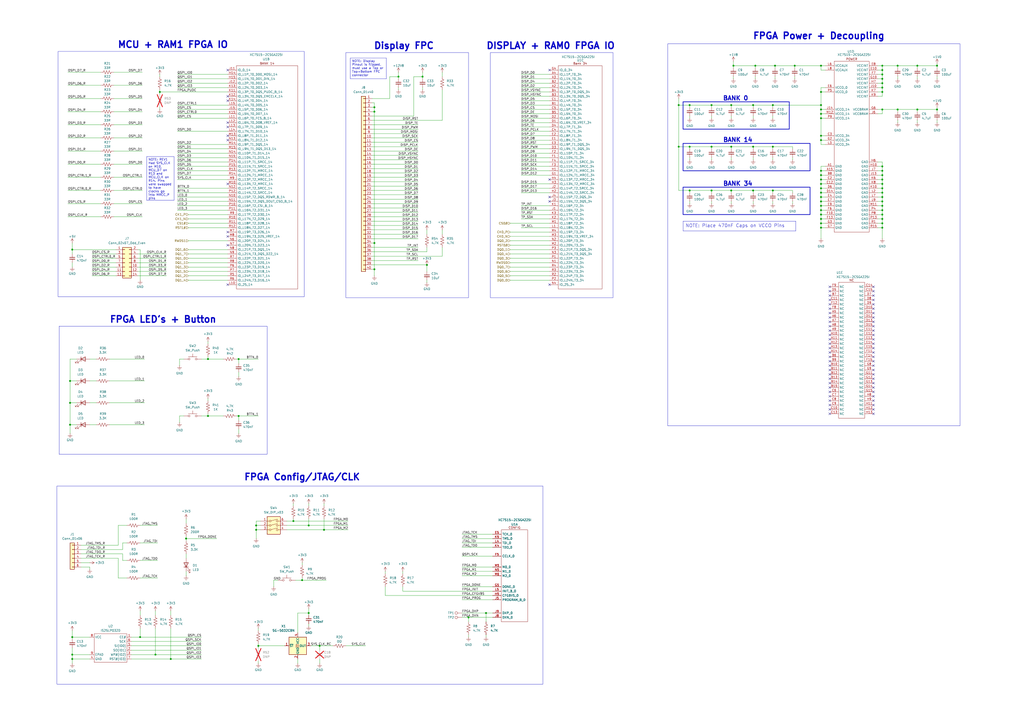
<source format=kicad_sch>
(kicad_sch (version 20231120) (generator "eeschema") (generator_version "8.0")
  (paper "A2")
  (title_block (title "FPGA") (date "2024-05-31") (rev "1") (company "DergLabs"))
  (lib_symbols
    (symbol "Connector:TestPoint" (pin_numbers hide) (pin_names (offset 0.762) hide)
      (property "Reference" "TP" (at 0 6.858 0))
      (property "Value" "TestPoint" (at 0 5.08 0))
      (symbol "TestPoint_1_1"
        (pin passive line (at 0 0 90) (length 2.54) (name "1") (number "1"))
      )
    )
    (symbol "Connector_Generic:Conn_01x06" (pin_names (offset 1.016) hide)
      (property "Reference" "J" (at 0 7.62 0))
      (property "Value" "Conn_01x06" (at 0 -10.16 0))
      (symbol "Conn_01x06_1_1"
        (pin passive line (at -5.08 5.08 0) (length 3.81) (name "Pin_1") (number "1"))
        (pin passive line (at -5.08 2.54 0) (length 3.81) (name "Pin_2") (number "2"))
        (pin passive line (at -5.08 0 0) (length 3.81) (name "Pin_3") (number "3"))
        (pin passive line (at -5.08 -2.54 0) (length 3.81) (name "Pin_4") (number "4"))
        (pin passive line (at -5.08 -5.08 0) (length 3.81) (name "Pin_5") (number "5"))
        (pin passive line (at -5.08 -7.62 0) (length 3.81) (name "Pin_6") (number "6"))
      )
    )
    (symbol "Connector_Generic:Conn_01x40" (pin_names (offset 1.016) hide)
      (property "Reference" "J" (at 0 50.8 0))
      (property "Value" "Conn_01x40" (at 0 -53.34 0))
      (symbol "Conn_01x40_1_1"
        (pin passive line (at -5.08 48.26 0) (length 3.81) (name "Pin_1") (number "1"))
        (pin passive line (at -5.08 25.4 0) (length 3.81) (name "Pin_10") (number "10"))
        (pin passive line (at -5.08 22.86 0) (length 3.81) (name "Pin_11") (number "11"))
        (pin passive line (at -5.08 20.32 0) (length 3.81) (name "Pin_12") (number "12"))
        (pin passive line (at -5.08 17.78 0) (length 3.81) (name "Pin_13") (number "13"))
        (pin passive line (at -5.08 15.24 0) (length 3.81) (name "Pin_14") (number "14"))
        (pin passive line (at -5.08 12.7 0) (length 3.81) (name "Pin_15") (number "15"))
        (pin passive line (at -5.08 10.16 0) (length 3.81) (name "Pin_16") (number "16"))
        (pin passive line (at -5.08 7.62 0) (length 3.81) (name "Pin_17") (number "17"))
        (pin passive line (at -5.08 5.08 0) (length 3.81) (name "Pin_18") (number "18"))
        (pin passive line (at -5.08 2.54 0) (length 3.81) (name "Pin_19") (number "19"))
        (pin passive line (at -5.08 45.72 0) (length 3.81) (name "Pin_2") (number "2"))
        (pin passive line (at -5.08 0 0) (length 3.81) (name "Pin_20") (number "20"))
        (pin passive line (at -5.08 -2.54 0) (length 3.81) (name "Pin_21") (number "21"))
        (pin passive line (at -5.08 -5.08 0) (length 3.81) (name "Pin_22") (number "22"))
        (pin passive line (at -5.08 -7.62 0) (length 3.81) (name "Pin_23") (number "23"))
        (pin passive line (at -5.08 -10.16 0) (length 3.81) (name "Pin_24") (number "24"))
        (pin passive line (at -5.08 -12.7 0) (length 3.81) (name "Pin_25") (number "25"))
        (pin passive line (at -5.08 -15.24 0) (length 3.81) (name "Pin_26") (number "26"))
        (pin passive line (at -5.08 -17.78 0) (length 3.81) (name "Pin_27") (number "27"))
        (pin passive line (at -5.08 -20.32 0) (length 3.81) (name "Pin_28") (number "28"))
        (pin passive line (at -5.08 -22.86 0) (length 3.81) (name "Pin_29") (number "29"))
        (pin passive line (at -5.08 43.18 0) (length 3.81) (name "Pin_3") (number "3"))
        (pin passive line (at -5.08 -25.4 0) (length 3.81) (name "Pin_30") (number "30"))
        (pin passive line (at -5.08 -27.94 0) (length 3.81) (name "Pin_31") (number "31"))
        (pin passive line (at -5.08 -30.48 0) (length 3.81) (name "Pin_32") (number "32"))
        (pin passive line (at -5.08 -33.02 0) (length 3.81) (name "Pin_33") (number "33"))
        (pin passive line (at -5.08 -35.56 0) (length 3.81) (name "Pin_34") (number "34"))
        (pin passive line (at -5.08 -38.1 0) (length 3.81) (name "Pin_35") (number "35"))
        (pin passive line (at -5.08 -40.64 0) (length 3.81) (name "Pin_36") (number "36"))
        (pin passive line (at -5.08 -43.18 0) (length 3.81) (name "Pin_37") (number "37"))
        (pin passive line (at -5.08 -45.72 0) (length 3.81) (name "Pin_38") (number "38"))
        (pin passive line (at -5.08 -48.26 0) (length 3.81) (name "Pin_39") (number "39"))
        (pin passive line (at -5.08 40.64 0) (length 3.81) (name "Pin_4") (number "4"))
        (pin passive line (at -5.08 -50.8 0) (length 3.81) (name "Pin_40") (number "40"))
        (pin passive line (at -5.08 38.1 0) (length 3.81) (name "Pin_5") (number "5"))
        (pin passive line (at -5.08 35.56 0) (length 3.81) (name "Pin_6") (number "6"))
        (pin passive line (at -5.08 33.02 0) (length 3.81) (name "Pin_7") (number "7"))
        (pin passive line (at -5.08 30.48 0) (length 3.81) (name "Pin_8") (number "8"))
        (pin passive line (at -5.08 27.94 0) (length 3.81) (name "Pin_9") (number "9"))
      )
    )
    (symbol "Connector_Generic:Conn_02x07_Odd_Even" (pin_names (offset 1.016) hide)
      (property "Reference" "J" (at 1.27 10.16 0))
      (property "Value" "Conn_02x07_Odd_Even" (at 1.27 -10.16 0))
      (symbol "Conn_02x07_Odd_Even_1_1"
        (pin passive line (at -5.08 7.62 0) (length 3.81) (name "Pin_1") (number "1"))
        (pin passive line (at 7.62 -2.54 180) (length 3.81) (name "Pin_10") (number "10"))
        (pin passive line (at -5.08 -5.08 0) (length 3.81) (name "Pin_11") (number "11"))
        (pin passive line (at 7.62 -5.08 180) (length 3.81) (name "Pin_12") (number "12"))
        (pin passive line (at -5.08 -7.62 0) (length 3.81) (name "Pin_13") (number "13"))
        (pin passive line (at 7.62 -7.62 180) (length 3.81) (name "Pin_14") (number "14"))
        (pin passive line (at 7.62 7.62 180) (length 3.81) (name "Pin_2") (number "2"))
        (pin passive line (at -5.08 5.08 0) (length 3.81) (name "Pin_3") (number "3"))
        (pin passive line (at 7.62 5.08 180) (length 3.81) (name "Pin_4") (number "4"))
        (pin passive line (at -5.08 2.54 0) (length 3.81) (name "Pin_5") (number "5"))
        (pin passive line (at 7.62 2.54 180) (length 3.81) (name "Pin_6") (number "6"))
        (pin passive line (at -5.08 0 0) (length 3.81) (name "Pin_7") (number "7"))
        (pin passive line (at 7.62 0 180) (length 3.81) (name "Pin_8") (number "8"))
        (pin passive line (at -5.08 -2.54 0) (length 3.81) (name "Pin_9") (number "9"))
      )
    )
    (symbol "Device:C_Small" (pin_numbers hide) (pin_names (offset 0.254) hide)
      (property "Reference" "C" (at 0.254 1.778 0))
      (property "Value" "C_Small" (at 0.254 -2.032 0))
      (symbol "C_Small_1_1"
        (pin passive line (at 0 2.54 270) (length 2.032) (name "~") (number "1"))
        (pin passive line (at 0 -2.54 90) (length 2.032) (name "~") (number "2"))
      )
    )
    (symbol "Device:LED" (pin_numbers hide) (pin_names (offset 1.016) hide)
      (property "Reference" "D" (at 0 2.54 0))
      (property "Value" "LED" (at 0 -2.54 0))
      (symbol "LED_1_1"
        (pin passive line (at -3.81 0 0) (length 2.54) (name "K") (number "1"))
        (pin passive line (at 3.81 0 180) (length 2.54) (name "A") (number "2"))
      )
    )
    (symbol "Device:R_US" (pin_numbers hide) (pin_names (offset 0))
      (property "Reference" "R" (at 2.54 0 90))
      (property "Value" "R_US" (at -2.54 0 90))
      (symbol "R_US_1_1"
        (pin passive line (at 0 3.81 270) (length 1.27) (name "~") (number "1"))
        (pin passive line (at 0 -3.81 90) (length 1.27) (name "~") (number "2"))
      )
    )
    (symbol "Oscillator:SG-5032CBN" (pin_names (offset 0.254))
      (property "Reference" "X" (at -5.08 6.35 0))
      (property "Value" "SG-5032CBN" (at 1.27 -6.35 0))
      (symbol "SG-5032CBN_1_1"
        (pin input line (at -7.62 0 0) (length 2.54) (name "~{ST}") (number "1"))
        (pin power_in line (at 0 -7.62 90) (length 2.54) (name "GND") (number "2"))
        (pin output line (at 7.62 0 180) (length 2.54) (name "OUT") (number "3"))
        (pin power_in line (at 0 7.62 270) (length 2.54) (name "VCC") (number "4"))
      )
    )
    (symbol "Switch:SW_DIP_x03" (pin_names (offset 0) hide)
      (property "Reference" "SW" (at 0 6.35 0))
      (property "Value" "SW_DIP_x03" (at 0 -6.35 0))
      (symbol "SW_DIP_x03_1_1"
        (pin passive line (at -7.62 2.54 0) (length 5.08) (name "~") (number "1"))
        (pin passive line (at -7.62 0 0) (length 5.08) (name "~") (number "2"))
        (pin passive line (at -7.62 -2.54 0) (length 5.08) (name "~") (number "3"))
        (pin passive line (at 7.62 -2.54 180) (length 5.08) (name "~") (number "4"))
        (pin passive line (at 7.62 0 180) (length 5.08) (name "~") (number "5"))
        (pin passive line (at 7.62 2.54 180) (length 5.08) (name "~") (number "6"))
      )
    )
    (symbol "Switch:SW_Push" (pin_numbers hide) (pin_names (offset 1.016) hide)
      (property "Reference" "SW" (at 1.27 2.54 0))
      (property "Value" "SW_Push" (at 0 -1.524 0))
      (symbol "SW_Push_0_1"
        (pin passive line (at -5.08 0 0) (length 2.54) (name "1") (number "1"))
        (pin passive line (at 5.08 0 180) (length 2.54) (name "2") (number "2"))
      )
    )
    (symbol "XC7S15_1"
      (property "Reference" "U1" (at 16.51 -14.0941 0))
      (property "Value" "XC7S15-2CSGA225I" (at 16.51 -16.6341 0))
      (symbol "XC7S15_1_1_0"
        (pin passive line (at -5.08 0 0) (length 5.08) (name "TCK_0") (number "E5"))
        (pin passive line (at -5.08 -12.7 0) (length 5.08) (name "CCLK_0") (number "F5"))
        (pin passive line (at -5.08 -30.48 0) (length 5.08) (name "DONE_0") (number "G5"))
        (pin passive line (at -5.08 -35.56 0) (length 5.08) (name "CFGBVS_0") (number "H5"))
        (pin passive line (at -5.08 -38.1 0) (length 5.08) (name "PROGRAM_B_0") (number "J5"))
        (pin passive line (at -5.08 -48.26 0) (length 5.08) (name "DXN_0") (number "J8"))
        (pin passive line (at -5.08 -45.72 0) (length 5.08) (name "DXP_0") (number "J9"))
        (pin passive line (at -5.08 -7.62 0) (length 5.08) (name "TDO_0") (number "K4"))
        (pin passive line (at -5.08 -2.54 0) (length 5.08) (name "TMS_0") (number "K5"))
        (pin passive line (at -5.08 -5.08 0) (length 5.08) (name "TDI_0") (number "L4"))
        (pin passive line (at -5.08 -33.02 0) (length 5.08) (name "INIT_B_0") (number "L5"))
        (pin passive line (at -5.08 -19.05 0) (length 5.08) (name "M0_0") (number "M5"))
        (pin passive line (at -5.08 -24.13 0) (length 5.08) (name "M2_0") (number "M6"))
        (pin passive line (at -5.08 -21.59 0) (length 5.08) (name "M1_0") (number "N5"))
      )
      (symbol "XC7S15_1_1_1"
        (text "CONFIG" (at 7.62 3.81 0) (effects (font (size 1.27 1.27))))
      )
      (symbol "XC7S15_1_2_0"
        (pin passive line (at -15.24 -2.54 0) (length 5.08) (name "IO_L1P_T0_D00_MOSI_14") (number "H14"))
        (pin passive line (at -15.24 -5.08 0) (length 5.08) (name "IO_L1N_T0_D01_DIN_14") (number "H15"))
        (pin passive line (at -15.24 0 0) (length 5.08) (name "IO_0_14") (number "J11"))
        (pin passive line (at -15.24 -7.62 0) (length 5.08) (name "IO_L2P_T0_D02_14") (number "J12"))
        (pin passive line (at -15.24 -22.86 0) (length 5.08) (name "IO_L5P_T0_D06_14") (number "J15"))
        (pin passive line (at -15.24 -12.7 0) (length 5.08) (name "IO_L3P_T0_DQS_PUDC_B_14") (number "K11"))
        (pin passive line (at -15.24 -15.24 0) (length 5.08) (name "IO_L3N_T0_DQS_EMCCLK_14") (number "K12"))
        (pin passive line (at -15.24 -10.16 0) (length 5.08) (name "IO_L2N_T0_D03_14") (number "K13"))
        (pin passive line (at -15.24 -17.78 0) (length 5.08) (name "IO_L4P_T0_D04_14") (number "K14"))
        (pin passive line (at -15.24 -25.4 0) (length 5.08) (name "IO_L5N_T0_D07_14") (number "K15"))
        (pin passive line (at -15.24 -124.46 0) (length 5.08) (name "IO_25_14") (number "L10"))
        (pin passive line (at -15.24 -27.94 0) (length 5.08) (name "IO_L6P_T0_FCS_B_14") (number "L11"))
        (pin passive line (at -15.24 -30.48 0) (length 5.08) (name "IO_L6N_T0_D08_VREF_14") (number "L12"))
        (pin passive line (at -15.24 -33.02 0) (length 5.08) (name "IO_L7P_T1_D09_14") (number "L13"))
        (pin passive line (at -15.24 -35.56 0) (length 5.08) (name "IO_L7N_T1_D10_14") (number "L14"))
        (pin passive line (at -15.24 -20.32 0) (length 5.08) (name "IO_L4N_T0_D05_14") (number "L15"))
        (pin passive line (at -15.24 -66.04 0) (length 5.08) (name "IO_L13N_T2_MRCC_14") (number "M10"))
        (pin passive line (at -15.24 -38.1 0) (length 5.08) (name "IO_L8P_T1_D11_14") (number "M13"))
        (pin passive line (at -15.24 -43.18 0) (length 5.08) (name "IO_L9P_T1_DQS_14") (number "M14"))
        (pin passive line (at -15.24 -45.72 0) (length 5.08) (name "IO_L9N_T1_DQS_D13_14") (number "M15"))
        (pin passive line (at -15.24 -93.98 0) (length 5.08) (name "IO_L19P_T3_D26_14") (number "M7"))
        (pin passive line (at -15.24 -96.52 0) (length 5.08) (name "IO_L19N_T3_D25_VREF_14") (number "M8"))
        (pin passive line (at -15.24 -63.5 0) (length 5.08) (name "IO_L13P_T2_MRCC_14") (number "M9"))
        (pin passive line (at -15.24 -73.66 0) (length 5.08) (name "IO_L15P_T2_DQS_RDWR_B_14") (number "N10"))
        (pin passive line (at -15.24 -76.2 0) (length 5.08) (name "IO_L15N_T2_DQS_DOUT_CSO_B_14") (number "N11"))
        (pin passive line (at -15.24 -68.58 0) (length 5.08) (name "IO_L14P_T2_SRCC_14") (number "N12"))
        (pin passive line (at -15.24 -40.64 0) (length 5.08) (name "IO_L8N_T1_D12_14") (number "N13"))
        (pin passive line (at -15.24 -48.26 0) (length 5.08) (name "IO_L10P_T1_D14_14") (number "N14"))
        (pin passive line (at -15.24 -50.8 0) (length 5.08) (name "IO_L10N_T1_D15_14") (number "N15"))
        (pin passive line (at -15.24 -99.06 0) (length 5.08) (name "IO_L20P_T3_D24_14") (number "N6"))
        (pin passive line (at -15.24 -101.6 0) (length 5.08) (name "IO_L20N_T3_D23_14") (number "N7"))
        (pin passive line (at -15.24 -104.14 0) (length 5.08) (name "IO_L21P_T3_DQS_14") (number "N8"))
        (pin passive line (at -15.24 -106.68 0) (length 5.08) (name "IO_L21N_T3_DQS_D22_14") (number "N9"))
        (pin passive line (at -15.24 -78.74 0) (length 5.08) (name "IO_L16P_T2_CSI_B_14") (number "P10"))
        (pin passive line (at -15.24 -81.28 0) (length 5.08) (name "IO_L16N_T2_D31_14") (number "P11"))
        (pin passive line (at -15.24 -71.12 0) (length 5.08) (name "IO_L14N_T2_SRCC_14") (number "P12"))
        (pin passive line (at -15.24 -53.34 0) (length 5.08) (name "IO_L11P_T1_SRCC_14") (number "P14"))
        (pin passive line (at -15.24 -55.88 0) (length 5.08) (name "IO_L11N_T1_SRCC_14") (number "P15"))
        (pin passive line (at -15.24 -114.3 0) (length 5.08) (name "IO_L23P_T3_D19_14") (number "P6"))
        (pin passive line (at -15.24 -116.84 0) (length 5.08) (name "IO_L23N_T3_D18_14") (number "P7"))
        (pin passive line (at -15.24 -86.36 0) (length 5.08) (name "IO_L17N_T2_D29_14") (number "R10"))
        (pin passive line (at -15.24 -88.9 0) (length 5.08) (name "IO_L18P_T2_D28_14") (number "R11"))
        (pin passive line (at -15.24 -91.44 0) (length 5.08) (name "IO_L18N_T2_D27_14") (number "R12"))
        (pin passive line (at -15.24 -58.42 0) (length 5.08) (name "IO_L12P_T1_MRCC_14") (number "R13"))
        (pin passive line (at -15.24 -60.96 0) (length 5.08) (name "IO_L12N_T1_MRCC_14") (number "R14"))
        (pin passive line (at -15.24 -119.38 0) (length 5.08) (name "IO_L24P_T3_D17_14") (number "R5"))
        (pin passive line (at -15.24 -121.92 0) (length 5.08) (name "IO_L24N_T3_D16_14") (number "R6"))
        (pin passive line (at -15.24 -109.22 0) (length 5.08) (name "IO_L22P_T3_D21_14") (number "R7"))
        (pin passive line (at -15.24 -111.76 0) (length 5.08) (name "IO_L22N_T3_D20_14") (number "R8"))
        (pin passive line (at -15.24 -83.82 0) (length 5.08) (name "IO_L17P_T2_D30_14") (number "R9"))
      )
      (symbol "XC7S15_1_2_1"
        (text "BANK 14" (at 7.62 3.81 0) (effects (font (size 1.27 1.27))))
      )
      (symbol "XC7S15_1_3_0"
        (pin passive line (at -10.16 -10.16 0) (length 5.08) (name "IO_L2N_T0_34") (number "A2"))
        (pin passive line (at -10.16 -5.08 0) (length 5.08) (name "IO_L1N_T0_34") (number "A3"))
        (pin passive line (at -10.16 -2.54 0) (length 5.08) (name "IO_L1P_T0_34") (number "A4"))
        (pin passive line (at -10.16 -20.32 0) (length 5.08) (name "IO_L4N_T0_34") (number "B1"))
        (pin passive line (at -10.16 -7.62 0) (length 5.08) (name "IO_L2P_T0_34") (number "B2"))
        (pin passive line (at -10.16 -15.24 0) (length 5.08) (name "IO_L3N_T0_DQS_34") (number "B3"))
        (pin passive line (at -10.16 -12.7 0) (length 5.08) (name "IO_L3P_T0_DQS_34") (number "B4"))
        (pin passive line (at -10.16 -25.4 0) (length 5.08) (name "IO_L5N_T0_34") (number "B5"))
        (pin passive line (at -10.16 -17.78 0) (length 5.08) (name "IO_L4P_T0_34") (number "C1"))
        (pin passive line (at -10.16 -35.56 0) (length 5.08) (name "IO_L7N_T1_34") (number "C4"))
        (pin passive line (at -10.16 -22.86 0) (length 5.08) (name "IO_L5P_T0_34") (number "C5"))
        (pin passive line (at -10.16 -30.48 0) (length 5.08) (name "IO_L6N_T0_VREF_34") (number "D1"))
        (pin passive line (at -10.16 -27.94 0) (length 5.08) (name "IO_L6P_T0_34") (number "D2"))
        (pin passive line (at -10.16 -45.72 0) (length 5.08) (name "IO_L9N_T1_DQS_34") (number "D3"))
        (pin passive line (at -10.16 -33.02 0) (length 5.08) (name "IO_L7P_T1_34") (number "D4"))
        (pin passive line (at -10.16 -40.64 0) (length 5.08) (name "IO_L8N_T1_34") (number "E1"))
        (pin passive line (at -10.16 -38.1 0) (length 5.08) (name "IO_L8P_T1_34") (number "E2"))
        (pin passive line (at -10.16 -43.18 0) (length 5.08) (name "IO_L9P_T1_DQS_34") (number "E3"))
        (pin passive line (at -10.16 -50.8 0) (length 5.08) (name "IO_L10N_T1_34") (number "F1"))
        (pin passive line (at -10.16 -48.26 0) (length 5.08) (name "IO_L10P_T1_34") (number "F2"))
        (pin passive line (at -10.16 -55.88 0) (length 5.08) (name "IO_L11N_T1_SRCC_34") (number "F3"))
        (pin passive line (at -10.16 -53.34 0) (length 5.08) (name "IO_L11P_T1_SRCC_34") (number "F4"))
        (pin passive line (at -10.16 -60.96 0) (length 5.08) (name "IO_L12N_T1_MRCC_34") (number "G1"))
        (pin passive line (at -10.16 0 0) (length 5.08) (name "IO_0_34") (number "G4"))
        (pin passive line (at -10.16 -58.42 0) (length 5.08) (name "IO_L12P_T1_MRCC_34") (number "H1"))
        (pin passive line (at -10.16 -71.12 0) (length 5.08) (name "IO_L14N_T2_SRCC_34") (number "H2"))
        (pin passive line (at -10.16 -66.04 0) (length 5.08) (name "IO_L13N_T2_MRCC_34") (number "H3"))
        (pin passive line (at -10.16 -63.5 0) (length 5.08) (name "IO_L13P_T2_MRCC_34") (number "H4"))
        (pin passive line (at -10.16 -81.28 0) (length 5.08) (name "IO_L16N_T2_34") (number "J1"))
        (pin passive line (at -10.16 -68.58 0) (length 5.08) (name "IO_L14P_T2_SRCC_34") (number "J2"))
        (pin passive line (at -10.16 -76.2 0) (length 5.08) (name "IO_L15N_T2_DQS_34") (number "J3"))
        (pin passive line (at -10.16 -73.66 0) (length 5.08) (name "IO_L15P_T2_DQS_34") (number "J4"))
        (pin passive line (at -10.16 -78.74 0) (length 5.08) (name "IO_L16P_T2_34") (number "K1"))
        (pin passive line (at -10.16 -86.36 0) (length 5.08) (name "IO_L17N_T2_34") (number "K2"))
        (pin passive line (at -10.16 -83.82 0) (length 5.08) (name "IO_L17P_T2_34") (number "K3"))
        (pin passive line (at -10.16 -91.44 0) (length 5.08) (name "IO_L18N_T2_34") (number "L1"))
        (pin passive line (at -10.16 -88.9 0) (length 5.08) (name "IO_L18P_T2_34") (number "M1"))
        (pin passive line (at -10.16 -101.6 0) (length 5.08) (name "IO_L20N_T3_34") (number "M2"))
        (pin passive line (at -10.16 -96.52 0) (length 5.08) (name "IO_L19N_T3_VREF_34") (number "M3"))
        (pin passive line (at -10.16 -93.98 0) (length 5.08) (name "IO_L19P_T3_34") (number "M4"))
        (pin passive line (at -10.16 -111.76 0) (length 5.08) (name "IO_L22N_T3_34") (number "N1"))
        (pin passive line (at -10.16 -99.06 0) (length 5.08) (name "IO_L20P_T3_34") (number "N2"))
        (pin passive line (at -10.16 -106.68 0) (length 5.08) (name "IO_L21N_T3_DQS_34") (number "N3"))
        (pin passive line (at -10.16 -124.46 0) (length 5.08) (name "IO_25_34") (number "N4"))
        (pin passive line (at -10.16 -109.22 0) (length 5.08) (name "IO_L22P_T3_34") (number "P1"))
        (pin passive line (at -10.16 -121.92 0) (length 5.08) (name "IO_L24N_T3_34") (number "P2"))
        (pin passive line (at -10.16 -104.14 0) (length 5.08) (name "IO_L21P_T3_DQS_34") (number "P3"))
        (pin passive line (at -10.16 -119.38 0) (length 5.08) (name "IO_L24P_T3_34") (number "R2"))
        (pin passive line (at -10.16 -116.84 0) (length 5.08) (name "IO_L23N_T3_34") (number "R3"))
        (pin passive line (at -10.16 -114.3 0) (length 5.08) (name "IO_L23P_T3_34") (number "R4"))
      )
      (symbol "XC7S15_1_3_1"
        (text "Bank 34" (at 7.62 3.81 0) (effects (font (size 1.27 1.27))))
      )
      (symbol "XC7S15_1_4_0"
        (pin passive line (at -7.62 -58.42 0) (length 5.08) (name "GND") (number "A1"))
        (pin passive line (at -7.62 -60.96 0) (length 5.08) (name "GND") (number "A15"))
        (pin passive line (at -7.62 -63.5 0) (length 5.08) (name "GND") (number "B8"))
        (pin passive line (at -7.62 -68.58 0) (length 5.08) (name "GND") (number "C12"))
        (pin passive line (at -7.62 -66.04 0) (length 5.08) (name "GND") (number "C2"))
        (pin passive line (at -7.62 -40.64 0) (length 5.08) (name "VCCO_34") (number "C3"))
        (pin passive line (at -7.62 -73.66 0) (length 5.08) (name "GND") (number "D14"))
        (pin passive line (at -7.62 -71.12 0) (length 5.08) (name "GND") (number "D6"))
        (pin passive line (at 22.86 -2.54 180) (length 5.08) (name "VCCINT") (number "E10"))
        (pin passive line (at -7.62 -76.2 0) (length 5.08) (name "GND") (number "E4"))
        (pin passive line (at -7.62 -12.7 0) (length 5.08) (name "VCCO_0") (number "E6"))
        (pin passive line (at -7.62 -78.74 0) (length 5.08) (name "GND") (number "E7"))
        (pin passive line (at 22.86 0 180) (length 5.08) (name "VCCINT") (number "E8"))
        (pin passive line (at -7.62 -81.28 0) (length 5.08) (name "GND") (number "E9"))
        (pin passive line (at -7.62 -86.36 0) (length 5.08) (name "GND") (number "F10"))
        (pin passive line (at -7.62 -88.9 0) (length 5.08) (name "GND") (number "F13"))
        (pin passive line (at -7.62 -83.82 0) (length 5.08) (name "GND") (number "F6"))
        (pin passive line (at 22.86 -5.08 180) (length 5.08) (name "VCCINT") (number "F7"))
        (pin passive line (at 22.86 -7.62 180) (length 5.08) (name "VCCINT") (number "G10"))
        (pin passive line (at -7.62 -43.18 0) (length 5.08) (name "VCCO_34") (number "G2"))
        (pin passive line (at -7.62 -91.44 0) (length 5.08) (name "GND") (number "G3"))
        (pin passive line (at 22.86 -25.4 180) (length 5.08) (name "VCCBRAM") (number "G6"))
        (pin passive line (at -7.62 -93.98 0) (length 5.08) (name "GND") (number "G7"))
        (pin passive line (at 22.86 -58.42 180) (length 5.08) (name "GND") (number "H10"))
        (pin passive line (at 22.86 -55.88 180) (length 5.08) (name "GND") (number "H6"))
        (pin passive line (at 22.86 -10.16 180) (length 5.08) (name "VCCINT") (number "H7"))
        (pin passive line (at 22.86 -12.7 180) (length 5.08) (name "VCCINT") (number "J10"))
        (pin passive line (at 22.86 -63.5 180) (length 5.08) (name "GND") (number "J13"))
        (pin passive line (at -7.62 -25.4 0) (length 5.08) (name "VCCO_14") (number "J14"))
        (pin passive line (at 22.86 -27.94 180) (length 5.08) (name "VCCBRAM") (number "J6"))
        (pin passive line (at 22.86 -60.96 180) (length 5.08) (name "GND") (number "J7"))
        (pin passive line (at 22.86 -71.12 180) (length 5.08) (name "GND") (number "K10"))
        (pin passive line (at 22.86 -66.04 180) (length 5.08) (name "GND") (number "K6"))
        (pin passive line (at 22.86 -15.24 180) (length 5.08) (name "VCCINT") (number "K7"))
        (pin passive line (at 22.86 -68.58 180) (length 5.08) (name "GND") (number "K8"))
        (pin passive line (at 22.86 -17.78 180) (length 5.08) (name "VCCINT") (number "K9"))
        (pin passive line (at 22.86 -73.66 180) (length 5.08) (name "GND") (number "L2"))
        (pin passive line (at -7.62 -45.72 0) (length 5.08) (name "VCCO_34") (number "L3"))
        (pin passive line (at -7.62 0 0) (length 5.08) (name "VCCAUX") (number "L6"))
        (pin passive line (at 22.86 -76.2 180) (length 5.08) (name "GND") (number "L7"))
        (pin passive line (at -7.62 -2.54 0) (length 5.08) (name "VCCAUX") (number "L8"))
        (pin passive line (at 22.86 -78.74 180) (length 5.08) (name "GND") (number "L9"))
        (pin passive line (at 22.86 -81.28 180) (length 5.08) (name "GND") (number "M11"))
        (pin passive line (at -7.62 -27.94 0) (length 5.08) (name "VCCO_14") (number "M12"))
        (pin passive line (at 22.86 -88.9 180) (length 5.08) (name "GND") (number "P13"))
        (pin passive line (at 22.86 -83.82 180) (length 5.08) (name "GND") (number "P4"))
        (pin passive line (at -7.62 -15.24 0) (length 5.08) (name "VCCO_0") (number "P5"))
        (pin passive line (at 22.86 -86.36 180) (length 5.08) (name "GND") (number "P8"))
        (pin passive line (at -7.62 -30.48 0) (length 5.08) (name "VCCO_14") (number "P9"))
        (pin passive line (at 22.86 -91.44 180) (length 5.08) (name "GND") (number "R1"))
        (pin passive line (at 22.86 -93.98 180) (length 5.08) (name "GND") (number "R15"))
      )
      (symbol "XC7S15_1_4_1"
        (text "POWER" (at 7.62 3.81 0) (effects (font (size 1.27 1.27))))
      )
      (symbol "XC7S15_1_5_0"
        (pin passive line (at -5.08 -27.94 0) (length 5.08) (name "NC") (number "A10"))
        (pin passive line (at -5.08 -30.48 0) (length 5.08) (name "NC") (number "A11"))
        (pin passive line (at -5.08 -33.02 0) (length 5.08) (name "NC") (number "A12"))
        (pin passive line (at -5.08 -35.56 0) (length 5.08) (name "NC") (number "A13"))
        (pin passive line (at -5.08 -38.1 0) (length 5.08) (name "NC") (number "A14"))
        (pin passive line (at -5.08 -15.24 0) (length 5.08) (name "NC") (number "A5"))
        (pin passive line (at -5.08 -17.78 0) (length 5.08) (name "NC") (number "A6"))
        (pin passive line (at -5.08 -20.32 0) (length 5.08) (name "NC") (number "A7"))
        (pin passive line (at -5.08 -22.86 0) (length 5.08) (name "NC") (number "A8"))
        (pin passive line (at -5.08 -25.4 0) (length 5.08) (name "NC") (number "A9"))
        (pin passive line (at -5.08 -45.72 0) (length 5.08) (name "NC") (number "B10"))
        (pin passive line (at -5.08 -48.26 0) (length 5.08) (name "NC") (number "B11"))
        (pin passive line (at -5.08 -50.8 0) (length 5.08) (name "NC") (number "B12"))
        (pin passive line (at -5.08 -53.34 0) (length 5.08) (name "NC") (number "B13"))
        (pin passive line (at -5.08 -55.88 0) (length 5.08) (name "NC") (number "B14"))
        (pin passive line (at -5.08 -58.42 0) (length 5.08) (name "NC") (number "B15"))
        (pin passive line (at -5.08 -40.64 0) (length 5.08) (name "NC") (number "B6"))
        (pin passive line (at -5.08 -5.08 0) (length 5.08) (name "NC") (number "B7"))
        (pin passive line (at -5.08 -43.18 0) (length 5.08) (name "NC") (number "B9"))
        (pin passive line (at -5.08 -71.12 0) (length 5.08) (name "NC") (number "C10"))
        (pin passive line (at -5.08 -7.62 0) (length 5.08) (name "NC") (number "C11"))
        (pin passive line (at -5.08 -73.66 0) (length 5.08) (name "NC") (number "C13"))
        (pin passive line (at 20.32 0 180) (length 5.08) (name "NC") (number "C14"))
        (pin passive line (at 20.32 -2.54 180) (length 5.08) (name "NC") (number "C15"))
        (pin passive line (at -5.08 -60.96 0) (length 5.08) (name "NC") (number "C6"))
        (pin passive line (at -5.08 -63.5 0) (length 5.08) (name "NC") (number "C7"))
        (pin passive line (at -5.08 -66.04 0) (length 5.08) (name "NC") (number "C8"))
        (pin passive line (at -5.08 -68.58 0) (length 5.08) (name "NC") (number "C9"))
        (pin passive line (at 20.32 -12.7 180) (length 5.08) (name "NC") (number "D10"))
        (pin passive line (at 20.32 -15.24 180) (length 5.08) (name "NC") (number "D11"))
        (pin passive line (at 20.32 -17.78 180) (length 5.08) (name "NC") (number "D12"))
        (pin passive line (at 20.32 -20.32 180) (length 5.08) (name "NC") (number "D13"))
        (pin passive line (at 20.32 -22.86 180) (length 5.08) (name "NC") (number "D15"))
        (pin passive line (at -5.08 -2.54 0) (length 5.08) (name "NC") (number "D5"))
        (pin passive line (at 20.32 -5.08 180) (length 5.08) (name "NC") (number "D7"))
        (pin passive line (at 20.32 -7.62 180) (length 5.08) (name "NC") (number "D8"))
        (pin passive line (at 20.32 -10.16 180) (length 5.08) (name "NC") (number "D9"))
        (pin passive line (at 20.32 -25.4 180) (length 5.08) (name "NC") (number "E11"))
        (pin passive line (at 20.32 -27.94 180) (length 5.08) (name "NC") (number "E12"))
        (pin passive line (at 20.32 -30.48 180) (length 5.08) (name "NC") (number "E13"))
        (pin passive line (at 20.32 -33.02 180) (length 5.08) (name "NC") (number "E14"))
        (pin passive line (at 20.32 -35.56 180) (length 5.08) (name "NC") (number "E15"))
        (pin passive line (at 20.32 -38.1 180) (length 5.08) (name "NC") (number "F11"))
        (pin passive line (at -5.08 -10.16 0) (length 5.08) (name "NC") (number "F12"))
        (pin passive line (at 20.32 -40.64 180) (length 5.08) (name "NC") (number "F14"))
        (pin passive line (at 20.32 -43.18 180) (length 5.08) (name "NC") (number "F15"))
        (pin passive line (at -5.08 -12.7 0) (length 5.08) (name "NC") (number "F8"))
        (pin passive line (at -5.08 0 0) (length 5.08) (name "NC") (number "F9"))
        (pin passive line (at 20.32 -50.8 180) (length 5.08) (name "NC") (number "G11"))
        (pin passive line (at 20.32 -53.34 180) (length 5.08) (name "NC") (number "G12"))
        (pin passive line (at 20.32 -55.88 180) (length 5.08) (name "NC") (number "G13"))
        (pin passive line (at 20.32 -58.42 180) (length 5.08) (name "NC") (number "G14"))
        (pin passive line (at 20.32 -60.96 180) (length 5.08) (name "NC") (number "G15"))
        (pin passive line (at 20.32 -45.72 180) (length 5.08) (name "NC") (number "G8"))
        (pin passive line (at 20.32 -48.26 180) (length 5.08) (name "NC") (number "G9"))
        (pin passive line (at 20.32 -68.58 180) (length 5.08) (name "NC") (number "H11"))
        (pin passive line (at 20.32 -71.12 180) (length 5.08) (name "NC") (number "H12"))
        (pin passive line (at 20.32 -73.66 180) (length 5.08) (name "NC") (number "H13"))
        (pin passive line (at 20.32 -63.5 180) (length 5.08) (name "NC") (number "H8"))
        (pin passive line (at 20.32 -66.04 180) (length 5.08) (name "NC") (number "H9"))
      )
      (symbol "XC7S15_1_5_1"
        (text "NC" (at 7.62 3.81 0) (effects (font (size 1.27 1.27))))
      )
    )
    (symbol "XC7S15_2"
      (property "Reference" "U1" (at 16.51 -14.0941 0))
      (property "Value" "XC7S15-2CSGA225I" (at 16.51 -16.6341 0))
      (symbol "XC7S15_2_1_0"
        (pin passive line (at -5.08 0 0) (length 5.08) (name "TCK_0") (number "E5"))
        (pin passive line (at -5.08 -12.7 0) (length 5.08) (name "CCLK_0") (number "F5"))
        (pin passive line (at -5.08 -30.48 0) (length 5.08) (name "DONE_0") (number "G5"))
        (pin passive line (at -5.08 -35.56 0) (length 5.08) (name "CFGBVS_0") (number "H5"))
        (pin passive line (at -5.08 -38.1 0) (length 5.08) (name "PROGRAM_B_0") (number "J5"))
        (pin passive line (at -5.08 -48.26 0) (length 5.08) (name "DXN_0") (number "J8"))
        (pin passive line (at -5.08 -45.72 0) (length 5.08) (name "DXP_0") (number "J9"))
        (pin passive line (at -5.08 -7.62 0) (length 5.08) (name "TDO_0") (number "K4"))
        (pin passive line (at -5.08 -2.54 0) (length 5.08) (name "TMS_0") (number "K5"))
        (pin passive line (at -5.08 -5.08 0) (length 5.08) (name "TDI_0") (number "L4"))
        (pin passive line (at -5.08 -33.02 0) (length 5.08) (name "INIT_B_0") (number "L5"))
        (pin passive line (at -5.08 -19.05 0) (length 5.08) (name "M0_0") (number "M5"))
        (pin passive line (at -5.08 -24.13 0) (length 5.08) (name "M2_0") (number "M6"))
        (pin passive line (at -5.08 -21.59 0) (length 5.08) (name "M1_0") (number "N5"))
      )
      (symbol "XC7S15_2_1_1"
        (text "CONFIG" (at 7.62 3.81 0) (effects (font (size 1.27 1.27))))
      )
      (symbol "XC7S15_2_2_0"
        (pin passive line (at -15.24 -2.54 0) (length 5.08) (name "IO_L1P_T0_D00_MOSI_14") (number "H14"))
        (pin passive line (at -15.24 -5.08 0) (length 5.08) (name "IO_L1N_T0_D01_DIN_14") (number "H15"))
        (pin passive line (at -15.24 0 0) (length 5.08) (name "IO_0_14") (number "J11"))
        (pin passive line (at -15.24 -7.62 0) (length 5.08) (name "IO_L2P_T0_D02_14") (number "J12"))
        (pin passive line (at -15.24 -22.86 0) (length 5.08) (name "IO_L5P_T0_D06_14") (number "J15"))
        (pin passive line (at -15.24 -12.7 0) (length 5.08) (name "IO_L3P_T0_DQS_PUDC_B_14") (number "K11"))
        (pin passive line (at -15.24 -15.24 0) (length 5.08) (name "IO_L3N_T0_DQS_EMCCLK_14") (number "K12"))
        (pin passive line (at -15.24 -10.16 0) (length 5.08) (name "IO_L2N_T0_D03_14") (number "K13"))
        (pin passive line (at -15.24 -17.78 0) (length 5.08) (name "IO_L4P_T0_D04_14") (number "K14"))
        (pin passive line (at -15.24 -25.4 0) (length 5.08) (name "IO_L5N_T0_D07_14") (number "K15"))
        (pin passive line (at -15.24 -124.46 0) (length 5.08) (name "IO_25_14") (number "L10"))
        (pin passive line (at -15.24 -27.94 0) (length 5.08) (name "IO_L6P_T0_FCS_B_14") (number "L11"))
        (pin passive line (at -15.24 -30.48 0) (length 5.08) (name "IO_L6N_T0_D08_VREF_14") (number "L12"))
        (pin passive line (at -15.24 -33.02 0) (length 5.08) (name "IO_L7P_T1_D09_14") (number "L13"))
        (pin passive line (at -15.24 -35.56 0) (length 5.08) (name "IO_L7N_T1_D10_14") (number "L14"))
        (pin passive line (at -15.24 -20.32 0) (length 5.08) (name "IO_L4N_T0_D05_14") (number "L15"))
        (pin passive line (at -15.24 -66.04 0) (length 5.08) (name "IO_L13N_T2_MRCC_14") (number "M10"))
        (pin passive line (at -15.24 -38.1 0) (length 5.08) (name "IO_L8P_T1_D11_14") (number "M13"))
        (pin passive line (at -15.24 -43.18 0) (length 5.08) (name "IO_L9P_T1_DQS_14") (number "M14"))
        (pin passive line (at -15.24 -45.72 0) (length 5.08) (name "IO_L9N_T1_DQS_D13_14") (number "M15"))
        (pin passive line (at -15.24 -93.98 0) (length 5.08) (name "IO_L19P_T3_D26_14") (number "M7"))
        (pin passive line (at -15.24 -96.52 0) (length 5.08) (name "IO_L19N_T3_D25_VREF_14") (number "M8"))
        (pin passive line (at -15.24 -63.5 0) (length 5.08) (name "IO_L13P_T2_MRCC_14") (number "M9"))
        (pin passive line (at -15.24 -73.66 0) (length 5.08) (name "IO_L15P_T2_DQS_RDWR_B_14") (number "N10"))
        (pin passive line (at -15.24 -76.2 0) (length 5.08) (name "IO_L15N_T2_DQS_DOUT_CSO_B_14") (number "N11"))
        (pin passive line (at -15.24 -68.58 0) (length 5.08) (name "IO_L14P_T2_SRCC_14") (number "N12"))
        (pin passive line (at -15.24 -40.64 0) (length 5.08) (name "IO_L8N_T1_D12_14") (number "N13"))
        (pin passive line (at -15.24 -48.26 0) (length 5.08) (name "IO_L10P_T1_D14_14") (number "N14"))
        (pin passive line (at -15.24 -50.8 0) (length 5.08) (name "IO_L10N_T1_D15_14") (number "N15"))
        (pin passive line (at -15.24 -99.06 0) (length 5.08) (name "IO_L20P_T3_D24_14") (number "N6"))
        (pin passive line (at -15.24 -101.6 0) (length 5.08) (name "IO_L20N_T3_D23_14") (number "N7"))
        (pin passive line (at -15.24 -104.14 0) (length 5.08) (name "IO_L21P_T3_DQS_14") (number "N8"))
        (pin passive line (at -15.24 -106.68 0) (length 5.08) (name "IO_L21N_T3_DQS_D22_14") (number "N9"))
        (pin passive line (at -15.24 -78.74 0) (length 5.08) (name "IO_L16P_T2_CSI_B_14") (number "P10"))
        (pin passive line (at -15.24 -81.28 0) (length 5.08) (name "IO_L16N_T2_D31_14") (number "P11"))
        (pin passive line (at -15.24 -71.12 0) (length 5.08) (name "IO_L14N_T2_SRCC_14") (number "P12"))
        (pin passive line (at -15.24 -53.34 0) (length 5.08) (name "IO_L11P_T1_SRCC_14") (number "P14"))
        (pin passive line (at -15.24 -55.88 0) (length 5.08) (name "IO_L11N_T1_SRCC_14") (number "P15"))
        (pin passive line (at -15.24 -114.3 0) (length 5.08) (name "IO_L23P_T3_D19_14") (number "P6"))
        (pin passive line (at -15.24 -116.84 0) (length 5.08) (name "IO_L23N_T3_D18_14") (number "P7"))
        (pin passive line (at -15.24 -86.36 0) (length 5.08) (name "IO_L17N_T2_D29_14") (number "R10"))
        (pin passive line (at -15.24 -88.9 0) (length 5.08) (name "IO_L18P_T2_D28_14") (number "R11"))
        (pin passive line (at -15.24 -91.44 0) (length 5.08) (name "IO_L18N_T2_D27_14") (number "R12"))
        (pin passive line (at -15.24 -58.42 0) (length 5.08) (name "IO_L12P_T1_MRCC_14") (number "R13"))
        (pin passive line (at -15.24 -60.96 0) (length 5.08) (name "IO_L12N_T1_MRCC_14") (number "R14"))
        (pin passive line (at -15.24 -119.38 0) (length 5.08) (name "IO_L24P_T3_D17_14") (number "R5"))
        (pin passive line (at -15.24 -121.92 0) (length 5.08) (name "IO_L24N_T3_D16_14") (number "R6"))
        (pin passive line (at -15.24 -109.22 0) (length 5.08) (name "IO_L22P_T3_D21_14") (number "R7"))
        (pin passive line (at -15.24 -111.76 0) (length 5.08) (name "IO_L22N_T3_D20_14") (number "R8"))
        (pin passive line (at -15.24 -83.82 0) (length 5.08) (name "IO_L17P_T2_D30_14") (number "R9"))
      )
      (symbol "XC7S15_2_2_1"
        (text "BANK 14" (at 7.62 3.81 0) (effects (font (size 1.27 1.27))))
      )
      (symbol "XC7S15_2_3_0"
        (pin passive line (at -10.16 -10.16 0) (length 5.08) (name "IO_L2N_T0_34") (number "A2"))
        (pin passive line (at -10.16 -5.08 0) (length 5.08) (name "IO_L1N_T0_34") (number "A3"))
        (pin passive line (at -10.16 -2.54 0) (length 5.08) (name "IO_L1P_T0_34") (number "A4"))
        (pin passive line (at -10.16 -20.32 0) (length 5.08) (name "IO_L4N_T0_34") (number "B1"))
        (pin passive line (at -10.16 -7.62 0) (length 5.08) (name "IO_L2P_T0_34") (number "B2"))
        (pin passive line (at -10.16 -15.24 0) (length 5.08) (name "IO_L3N_T0_DQS_34") (number "B3"))
        (pin passive line (at -10.16 -12.7 0) (length 5.08) (name "IO_L3P_T0_DQS_34") (number "B4"))
        (pin passive line (at -10.16 -25.4 0) (length 5.08) (name "IO_L5N_T0_34") (number "B5"))
        (pin passive line (at -10.16 -17.78 0) (length 5.08) (name "IO_L4P_T0_34") (number "C1"))
        (pin passive line (at -10.16 -35.56 0) (length 5.08) (name "IO_L7N_T1_34") (number "C4"))
        (pin passive line (at -10.16 -22.86 0) (length 5.08) (name "IO_L5P_T0_34") (number "C5"))
        (pin passive line (at -10.16 -30.48 0) (length 5.08) (name "IO_L6N_T0_VREF_34") (number "D1"))
        (pin passive line (at -10.16 -27.94 0) (length 5.08) (name "IO_L6P_T0_34") (number "D2"))
        (pin passive line (at -10.16 -45.72 0) (length 5.08) (name "IO_L9N_T1_DQS_34") (number "D3"))
        (pin passive line (at -10.16 -33.02 0) (length 5.08) (name "IO_L7P_T1_34") (number "D4"))
        (pin passive line (at -10.16 -40.64 0) (length 5.08) (name "IO_L8N_T1_34") (number "E1"))
        (pin passive line (at -10.16 -38.1 0) (length 5.08) (name "IO_L8P_T1_34") (number "E2"))
        (pin passive line (at -10.16 -43.18 0) (length 5.08) (name "IO_L9P_T1_DQS_34") (number "E3"))
        (pin passive line (at -10.16 -50.8 0) (length 5.08) (name "IO_L10N_T1_34") (number "F1"))
        (pin passive line (at -10.16 -48.26 0) (length 5.08) (name "IO_L10P_T1_34") (number "F2"))
        (pin passive line (at -10.16 -55.88 0) (length 5.08) (name "IO_L11N_T1_SRCC_34") (number "F3"))
        (pin passive line (at -10.16 -53.34 0) (length 5.08) (name "IO_L11P_T1_SRCC_34") (number "F4"))
        (pin passive line (at -10.16 -60.96 0) (length 5.08) (name "IO_L12N_T1_MRCC_34") (number "G1"))
        (pin passive line (at -10.16 0 0) (length 5.08) (name "IO_0_34") (number "G4"))
        (pin passive line (at -10.16 -58.42 0) (length 5.08) (name "IO_L12P_T1_MRCC_34") (number "H1"))
        (pin passive line (at -10.16 -71.12 0) (length 5.08) (name "IO_L14N_T2_SRCC_34") (number "H2"))
        (pin passive line (at -10.16 -66.04 0) (length 5.08) (name "IO_L13N_T2_MRCC_34") (number "H3"))
        (pin passive line (at -10.16 -63.5 0) (length 5.08) (name "IO_L13P_T2_MRCC_34") (number "H4"))
        (pin passive line (at -10.16 -81.28 0) (length 5.08) (name "IO_L16N_T2_34") (number "J1"))
        (pin passive line (at -10.16 -68.58 0) (length 5.08) (name "IO_L14P_T2_SRCC_34") (number "J2"))
        (pin passive line (at -10.16 -76.2 0) (length 5.08) (name "IO_L15N_T2_DQS_34") (number "J3"))
        (pin passive line (at -10.16 -73.66 0) (length 5.08) (name "IO_L15P_T2_DQS_34") (number "J4"))
        (pin passive line (at -10.16 -78.74 0) (length 5.08) (name "IO_L16P_T2_34") (number "K1"))
        (pin passive line (at -10.16 -86.36 0) (length 5.08) (name "IO_L17N_T2_34") (number "K2"))
        (pin passive line (at -10.16 -83.82 0) (length 5.08) (name "IO_L17P_T2_34") (number "K3"))
        (pin passive line (at -10.16 -91.44 0) (length 5.08) (name "IO_L18N_T2_34") (number "L1"))
        (pin passive line (at -10.16 -88.9 0) (length 5.08) (name "IO_L18P_T2_34") (number "M1"))
        (pin passive line (at -10.16 -101.6 0) (length 5.08) (name "IO_L20N_T3_34") (number "M2"))
        (pin passive line (at -10.16 -96.52 0) (length 5.08) (name "IO_L19N_T3_VREF_34") (number "M3"))
        (pin passive line (at -10.16 -93.98 0) (length 5.08) (name "IO_L19P_T3_34") (number "M4"))
        (pin passive line (at -10.16 -111.76 0) (length 5.08) (name "IO_L22N_T3_34") (number "N1"))
        (pin passive line (at -10.16 -99.06 0) (length 5.08) (name "IO_L20P_T3_34") (number "N2"))
        (pin passive line (at -10.16 -106.68 0) (length 5.08) (name "IO_L21N_T3_DQS_34") (number "N3"))
        (pin passive line (at -10.16 -124.46 0) (length 5.08) (name "IO_25_34") (number "N4"))
        (pin passive line (at -10.16 -109.22 0) (length 5.08) (name "IO_L22P_T3_34") (number "P1"))
        (pin passive line (at -10.16 -121.92 0) (length 5.08) (name "IO_L24N_T3_34") (number "P2"))
        (pin passive line (at -10.16 -104.14 0) (length 5.08) (name "IO_L21P_T3_DQS_34") (number "P3"))
        (pin passive line (at -10.16 -119.38 0) (length 5.08) (name "IO_L24P_T3_34") (number "R2"))
        (pin passive line (at -10.16 -116.84 0) (length 5.08) (name "IO_L23N_T3_34") (number "R3"))
        (pin passive line (at -10.16 -114.3 0) (length 5.08) (name "IO_L23P_T3_34") (number "R4"))
      )
      (symbol "XC7S15_2_3_1"
        (text "Bank 34" (at 7.62 3.81 0) (effects (font (size 1.27 1.27))))
      )
      (symbol "XC7S15_2_4_0"
        (pin passive line (at -7.62 -58.42 0) (length 5.08) (name "GND") (number "A1"))
        (pin passive line (at -7.62 -60.96 0) (length 5.08) (name "GND") (number "A15"))
        (pin passive line (at -7.62 -63.5 0) (length 5.08) (name "GND") (number "B8"))
        (pin passive line (at -7.62 -68.58 0) (length 5.08) (name "GND") (number "C12"))
        (pin passive line (at -7.62 -66.04 0) (length 5.08) (name "GND") (number "C2"))
        (pin passive line (at -7.62 -40.64 0) (length 5.08) (name "VCCO_34") (number "C3"))
        (pin passive line (at -7.62 -73.66 0) (length 5.08) (name "GND") (number "D14"))
        (pin passive line (at -7.62 -71.12 0) (length 5.08) (name "GND") (number "D6"))
        (pin passive line (at 22.86 -2.54 180) (length 5.08) (name "VCCINT") (number "E10"))
        (pin passive line (at -7.62 -76.2 0) (length 5.08) (name "GND") (number "E4"))
        (pin passive line (at -7.62 -12.7 0) (length 5.08) (name "VCCO_0") (number "E6"))
        (pin passive line (at -7.62 -78.74 0) (length 5.08) (name "GND") (number "E7"))
        (pin passive line (at 22.86 0 180) (length 5.08) (name "VCCINT") (number "E8"))
        (pin passive line (at -7.62 -81.28 0) (length 5.08) (name "GND") (number "E9"))
        (pin passive line (at -7.62 -86.36 0) (length 5.08) (name "GND") (number "F10"))
        (pin passive line (at -7.62 -88.9 0) (length 5.08) (name "GND") (number "F13"))
        (pin passive line (at -7.62 -83.82 0) (length 5.08) (name "GND") (number "F6"))
        (pin passive line (at 22.86 -5.08 180) (length 5.08) (name "VCCINT") (number "F7"))
        (pin passive line (at 22.86 -7.62 180) (length 5.08) (name "VCCINT") (number "G10"))
        (pin passive line (at -7.62 -43.18 0) (length 5.08) (name "VCCO_34") (number "G2"))
        (pin passive line (at -7.62 -91.44 0) (length 5.08) (name "GND") (number "G3"))
        (pin passive line (at 22.86 -25.4 180) (length 5.08) (name "VCCBRAM") (number "G6"))
        (pin passive line (at -7.62 -93.98 0) (length 5.08) (name "GND") (number "G7"))
        (pin passive line (at 22.86 -58.42 180) (length 5.08) (name "GND") (number "H10"))
        (pin passive line (at 22.86 -55.88 180) (length 5.08) (name "GND") (number "H6"))
        (pin passive line (at 22.86 -10.16 180) (length 5.08) (name "VCCINT") (number "H7"))
        (pin passive line (at 22.86 -12.7 180) (length 5.08) (name "VCCINT") (number "J10"))
        (pin passive line (at 22.86 -63.5 180) (length 5.08) (name "GND") (number "J13"))
        (pin passive line (at -7.62 -25.4 0) (length 5.08) (name "VCCO_14") (number "J14"))
        (pin passive line (at 22.86 -27.94 180) (length 5.08) (name "VCCBRAM") (number "J6"))
        (pin passive line (at 22.86 -60.96 180) (length 5.08) (name "GND") (number "J7"))
        (pin passive line (at 22.86 -71.12 180) (length 5.08) (name "GND") (number "K10"))
        (pin passive line (at 22.86 -66.04 180) (length 5.08) (name "GND") (number "K6"))
        (pin passive line (at 22.86 -15.24 180) (length 5.08) (name "VCCINT") (number "K7"))
        (pin passive line (at 22.86 -68.58 180) (length 5.08) (name "GND") (number "K8"))
        (pin passive line (at 22.86 -17.78 180) (length 5.08) (name "VCCINT") (number "K9"))
        (pin passive line (at 22.86 -73.66 180) (length 5.08) (name "GND") (number "L2"))
        (pin passive line (at -7.62 -45.72 0) (length 5.08) (name "VCCO_34") (number "L3"))
        (pin passive line (at -7.62 0 0) (length 5.08) (name "VCCAUX") (number "L6"))
        (pin passive line (at 22.86 -76.2 180) (length 5.08) (name "GND") (number "L7"))
        (pin passive line (at -7.62 -2.54 0) (length 5.08) (name "VCCAUX") (number "L8"))
        (pin passive line (at 22.86 -78.74 180) (length 5.08) (name "GND") (number "L9"))
        (pin passive line (at 22.86 -81.28 180) (length 5.08) (name "GND") (number "M11"))
        (pin passive line (at -7.62 -27.94 0) (length 5.08) (name "VCCO_14") (number "M12"))
        (pin passive line (at 22.86 -88.9 180) (length 5.08) (name "GND") (number "P13"))
        (pin passive line (at 22.86 -83.82 180) (length 5.08) (name "GND") (number "P4"))
        (pin passive line (at -7.62 -15.24 0) (length 5.08) (name "VCCO_0") (number "P5"))
        (pin passive line (at 22.86 -86.36 180) (length 5.08) (name "GND") (number "P8"))
        (pin passive line (at -7.62 -30.48 0) (length 5.08) (name "VCCO_14") (number "P9"))
        (pin passive line (at 22.86 -91.44 180) (length 5.08) (name "GND") (number "R1"))
        (pin passive line (at 22.86 -93.98 180) (length 5.08) (name "GND") (number "R15"))
      )
      (symbol "XC7S15_2_4_1"
        (text "POWER" (at 7.62 3.81 0) (effects (font (size 1.27 1.27))))
      )
      (symbol "XC7S15_2_5_0"
        (pin passive line (at -5.08 -27.94 0) (length 5.08) (name "NC") (number "A10"))
        (pin passive line (at -5.08 -30.48 0) (length 5.08) (name "NC") (number "A11"))
        (pin passive line (at -5.08 -33.02 0) (length 5.08) (name "NC") (number "A12"))
        (pin passive line (at -5.08 -35.56 0) (length 5.08) (name "NC") (number "A13"))
        (pin passive line (at -5.08 -38.1 0) (length 5.08) (name "NC") (number "A14"))
        (pin passive line (at -5.08 -15.24 0) (length 5.08) (name "NC") (number "A5"))
        (pin passive line (at -5.08 -17.78 0) (length 5.08) (name "NC") (number "A6"))
        (pin passive line (at -5.08 -20.32 0) (length 5.08) (name "NC") (number "A7"))
        (pin passive line (at -5.08 -22.86 0) (length 5.08) (name "NC") (number "A8"))
        (pin passive line (at -5.08 -25.4 0) (length 5.08) (name "NC") (number "A9"))
        (pin passive line (at -5.08 -45.72 0) (length 5.08) (name "NC") (number "B10"))
        (pin passive line (at -5.08 -48.26 0) (length 5.08) (name "NC") (number "B11"))
        (pin passive line (at -5.08 -50.8 0) (length 5.08) (name "NC") (number "B12"))
        (pin passive line (at -5.08 -53.34 0) (length 5.08) (name "NC") (number "B13"))
        (pin passive line (at -5.08 -55.88 0) (length 5.08) (name "NC") (number "B14"))
        (pin passive line (at -5.08 -58.42 0) (length 5.08) (name "NC") (number "B15"))
        (pin passive line (at -5.08 -40.64 0) (length 5.08) (name "NC") (number "B6"))
        (pin passive line (at -5.08 -5.08 0) (length 5.08) (name "NC") (number "B7"))
        (pin passive line (at -5.08 -43.18 0) (length 5.08) (name "NC") (number "B9"))
        (pin passive line (at -5.08 -71.12 0) (length 5.08) (name "NC") (number "C10"))
        (pin passive line (at -5.08 -7.62 0) (length 5.08) (name "NC") (number "C11"))
        (pin passive line (at -5.08 -73.66 0) (length 5.08) (name "NC") (number "C13"))
        (pin passive line (at 20.32 0 180) (length 5.08) (name "NC") (number "C14"))
        (pin passive line (at 20.32 -2.54 180) (length 5.08) (name "NC") (number "C15"))
        (pin passive line (at -5.08 -60.96 0) (length 5.08) (name "NC") (number "C6"))
        (pin passive line (at -5.08 -63.5 0) (length 5.08) (name "NC") (number "C7"))
        (pin passive line (at -5.08 -66.04 0) (length 5.08) (name "NC") (number "C8"))
        (pin passive line (at -5.08 -68.58 0) (length 5.08) (name "NC") (number "C9"))
        (pin passive line (at 20.32 -12.7 180) (length 5.08) (name "NC") (number "D10"))
        (pin passive line (at 20.32 -15.24 180) (length 5.08) (name "NC") (number "D11"))
        (pin passive line (at 20.32 -17.78 180) (length 5.08) (name "NC") (number "D12"))
        (pin passive line (at 20.32 -20.32 180) (length 5.08) (name "NC") (number "D13"))
        (pin passive line (at 20.32 -22.86 180) (length 5.08) (name "NC") (number "D15"))
        (pin passive line (at -5.08 -2.54 0) (length 5.08) (name "NC") (number "D5"))
        (pin passive line (at 20.32 -5.08 180) (length 5.08) (name "NC") (number "D7"))
        (pin passive line (at 20.32 -7.62 180) (length 5.08) (name "NC") (number "D8"))
        (pin passive line (at 20.32 -10.16 180) (length 5.08) (name "NC") (number "D9"))
        (pin passive line (at 20.32 -25.4 180) (length 5.08) (name "NC") (number "E11"))
        (pin passive line (at 20.32 -27.94 180) (length 5.08) (name "NC") (number "E12"))
        (pin passive line (at 20.32 -30.48 180) (length 5.08) (name "NC") (number "E13"))
        (pin passive line (at 20.32 -33.02 180) (length 5.08) (name "NC") (number "E14"))
        (pin passive line (at 20.32 -35.56 180) (length 5.08) (name "NC") (number "E15"))
        (pin passive line (at 20.32 -38.1 180) (length 5.08) (name "NC") (number "F11"))
        (pin passive line (at -5.08 -10.16 0) (length 5.08) (name "NC") (number "F12"))
        (pin passive line (at 20.32 -40.64 180) (length 5.08) (name "NC") (number "F14"))
        (pin passive line (at 20.32 -43.18 180) (length 5.08) (name "NC") (number "F15"))
        (pin passive line (at -5.08 -12.7 0) (length 5.08) (name "NC") (number "F8"))
        (pin passive line (at -5.08 0 0) (length 5.08) (name "NC") (number "F9"))
        (pin passive line (at 20.32 -50.8 180) (length 5.08) (name "NC") (number "G11"))
        (pin passive line (at 20.32 -53.34 180) (length 5.08) (name "NC") (number "G12"))
        (pin passive line (at 20.32 -55.88 180) (length 5.08) (name "NC") (number "G13"))
        (pin passive line (at 20.32 -58.42 180) (length 5.08) (name "NC") (number "G14"))
        (pin passive line (at 20.32 -60.96 180) (length 5.08) (name "NC") (number "G15"))
        (pin passive line (at 20.32 -45.72 180) (length 5.08) (name "NC") (number "G8"))
        (pin passive line (at 20.32 -48.26 180) (length 5.08) (name "NC") (number "G9"))
        (pin passive line (at 20.32 -68.58 180) (length 5.08) (name "NC") (number "H11"))
        (pin passive line (at 20.32 -71.12 180) (length 5.08) (name "NC") (number "H12"))
        (pin passive line (at 20.32 -73.66 180) (length 5.08) (name "NC") (number "H13"))
        (pin passive line (at 20.32 -63.5 180) (length 5.08) (name "NC") (number "H8"))
        (pin passive line (at 20.32 -66.04 180) (length 5.08) (name "NC") (number "H9"))
      )
      (symbol "XC7S15_2_5_1"
        (text "NC" (at 7.62 3.81 0) (effects (font (size 1.27 1.27))))
      )
    )
    (symbol "XC7S15_3"
      (property "Reference" "U1" (at 16.51 -14.0941 0))
      (property "Value" "XC7S15-2CSGA225I" (at 16.51 -16.6341 0))
      (symbol "XC7S15_3_1_0"
        (pin passive line (at -5.08 0 0) (length 5.08) (name "TCK_0") (number "E5"))
        (pin passive line (at -5.08 -12.7 0) (length 5.08) (name "CCLK_0") (number "F5"))
        (pin passive line (at -5.08 -30.48 0) (length 5.08) (name "DONE_0") (number "G5"))
        (pin passive line (at -5.08 -35.56 0) (length 5.08) (name "CFGBVS_0") (number "H5"))
        (pin passive line (at -5.08 -38.1 0) (length 5.08) (name "PROGRAM_B_0") (number "J5"))
        (pin passive line (at -5.08 -48.26 0) (length 5.08) (name "DXN_0") (number "J8"))
        (pin passive line (at -5.08 -45.72 0) (length 5.08) (name "DXP_0") (number "J9"))
        (pin passive line (at -5.08 -7.62 0) (length 5.08) (name "TDO_0") (number "K4"))
        (pin passive line (at -5.08 -2.54 0) (length 5.08) (name "TMS_0") (number "K5"))
        (pin passive line (at -5.08 -5.08 0) (length 5.08) (name "TDI_0") (number "L4"))
        (pin passive line (at -5.08 -33.02 0) (length 5.08) (name "INIT_B_0") (number "L5"))
        (pin passive line (at -5.08 -19.05 0) (length 5.08) (name "M0_0") (number "M5"))
        (pin passive line (at -5.08 -24.13 0) (length 5.08) (name "M2_0") (number "M6"))
        (pin passive line (at -5.08 -21.59 0) (length 5.08) (name "M1_0") (number "N5"))
      )
      (symbol "XC7S15_3_1_1"
        (text "CONFIG" (at 7.62 3.81 0) (effects (font (size 1.27 1.27))))
      )
      (symbol "XC7S15_3_2_0"
        (pin passive line (at -15.24 -2.54 0) (length 5.08) (name "IO_L1P_T0_D00_MOSI_14") (number "H14"))
        (pin passive line (at -15.24 -5.08 0) (length 5.08) (name "IO_L1N_T0_D01_DIN_14") (number "H15"))
        (pin passive line (at -15.24 0 0) (length 5.08) (name "IO_0_14") (number "J11"))
        (pin passive line (at -15.24 -7.62 0) (length 5.08) (name "IO_L2P_T0_D02_14") (number "J12"))
        (pin passive line (at -15.24 -22.86 0) (length 5.08) (name "IO_L5P_T0_D06_14") (number "J15"))
        (pin passive line (at -15.24 -12.7 0) (length 5.08) (name "IO_L3P_T0_DQS_PUDC_B_14") (number "K11"))
        (pin passive line (at -15.24 -15.24 0) (length 5.08) (name "IO_L3N_T0_DQS_EMCCLK_14") (number "K12"))
        (pin passive line (at -15.24 -10.16 0) (length 5.08) (name "IO_L2N_T0_D03_14") (number "K13"))
        (pin passive line (at -15.24 -17.78 0) (length 5.08) (name "IO_L4P_T0_D04_14") (number "K14"))
        (pin passive line (at -15.24 -25.4 0) (length 5.08) (name "IO_L5N_T0_D07_14") (number "K15"))
        (pin passive line (at -15.24 -124.46 0) (length 5.08) (name "IO_25_14") (number "L10"))
        (pin passive line (at -15.24 -27.94 0) (length 5.08) (name "IO_L6P_T0_FCS_B_14") (number "L11"))
        (pin passive line (at -15.24 -30.48 0) (length 5.08) (name "IO_L6N_T0_D08_VREF_14") (number "L12"))
        (pin passive line (at -15.24 -33.02 0) (length 5.08) (name "IO_L7P_T1_D09_14") (number "L13"))
        (pin passive line (at -15.24 -35.56 0) (length 5.08) (name "IO_L7N_T1_D10_14") (number "L14"))
        (pin passive line (at -15.24 -20.32 0) (length 5.08) (name "IO_L4N_T0_D05_14") (number "L15"))
        (pin passive line (at -15.24 -66.04 0) (length 5.08) (name "IO_L13N_T2_MRCC_14") (number "M10"))
        (pin passive line (at -15.24 -38.1 0) (length 5.08) (name "IO_L8P_T1_D11_14") (number "M13"))
        (pin passive line (at -15.24 -43.18 0) (length 5.08) (name "IO_L9P_T1_DQS_14") (number "M14"))
        (pin passive line (at -15.24 -45.72 0) (length 5.08) (name "IO_L9N_T1_DQS_D13_14") (number "M15"))
        (pin passive line (at -15.24 -93.98 0) (length 5.08) (name "IO_L19P_T3_D26_14") (number "M7"))
        (pin passive line (at -15.24 -96.52 0) (length 5.08) (name "IO_L19N_T3_D25_VREF_14") (number "M8"))
        (pin passive line (at -15.24 -63.5 0) (length 5.08) (name "IO_L13P_T2_MRCC_14") (number "M9"))
        (pin passive line (at -15.24 -73.66 0) (length 5.08) (name "IO_L15P_T2_DQS_RDWR_B_14") (number "N10"))
        (pin passive line (at -15.24 -76.2 0) (length 5.08) (name "IO_L15N_T2_DQS_DOUT_CSO_B_14") (number "N11"))
        (pin passive line (at -15.24 -68.58 0) (length 5.08) (name "IO_L14P_T2_SRCC_14") (number "N12"))
        (pin passive line (at -15.24 -40.64 0) (length 5.08) (name "IO_L8N_T1_D12_14") (number "N13"))
        (pin passive line (at -15.24 -48.26 0) (length 5.08) (name "IO_L10P_T1_D14_14") (number "N14"))
        (pin passive line (at -15.24 -50.8 0) (length 5.08) (name "IO_L10N_T1_D15_14") (number "N15"))
        (pin passive line (at -15.24 -99.06 0) (length 5.08) (name "IO_L20P_T3_D24_14") (number "N6"))
        (pin passive line (at -15.24 -101.6 0) (length 5.08) (name "IO_L20N_T3_D23_14") (number "N7"))
        (pin passive line (at -15.24 -104.14 0) (length 5.08) (name "IO_L21P_T3_DQS_14") (number "N8"))
        (pin passive line (at -15.24 -106.68 0) (length 5.08) (name "IO_L21N_T3_DQS_D22_14") (number "N9"))
        (pin passive line (at -15.24 -78.74 0) (length 5.08) (name "IO_L16P_T2_CSI_B_14") (number "P10"))
        (pin passive line (at -15.24 -81.28 0) (length 5.08) (name "IO_L16N_T2_D31_14") (number "P11"))
        (pin passive line (at -15.24 -71.12 0) (length 5.08) (name "IO_L14N_T2_SRCC_14") (number "P12"))
        (pin passive line (at -15.24 -53.34 0) (length 5.08) (name "IO_L11P_T1_SRCC_14") (number "P14"))
        (pin passive line (at -15.24 -55.88 0) (length 5.08) (name "IO_L11N_T1_SRCC_14") (number "P15"))
        (pin passive line (at -15.24 -114.3 0) (length 5.08) (name "IO_L23P_T3_D19_14") (number "P6"))
        (pin passive line (at -15.24 -116.84 0) (length 5.08) (name "IO_L23N_T3_D18_14") (number "P7"))
        (pin passive line (at -15.24 -86.36 0) (length 5.08) (name "IO_L17N_T2_D29_14") (number "R10"))
        (pin passive line (at -15.24 -88.9 0) (length 5.08) (name "IO_L18P_T2_D28_14") (number "R11"))
        (pin passive line (at -15.24 -91.44 0) (length 5.08) (name "IO_L18N_T2_D27_14") (number "R12"))
        (pin passive line (at -15.24 -58.42 0) (length 5.08) (name "IO_L12P_T1_MRCC_14") (number "R13"))
        (pin passive line (at -15.24 -60.96 0) (length 5.08) (name "IO_L12N_T1_MRCC_14") (number "R14"))
        (pin passive line (at -15.24 -119.38 0) (length 5.08) (name "IO_L24P_T3_D17_14") (number "R5"))
        (pin passive line (at -15.24 -121.92 0) (length 5.08) (name "IO_L24N_T3_D16_14") (number "R6"))
        (pin passive line (at -15.24 -109.22 0) (length 5.08) (name "IO_L22P_T3_D21_14") (number "R7"))
        (pin passive line (at -15.24 -111.76 0) (length 5.08) (name "IO_L22N_T3_D20_14") (number "R8"))
        (pin passive line (at -15.24 -83.82 0) (length 5.08) (name "IO_L17P_T2_D30_14") (number "R9"))
      )
      (symbol "XC7S15_3_2_1"
        (text "BANK 14" (at 7.62 3.81 0) (effects (font (size 1.27 1.27))))
      )
      (symbol "XC7S15_3_3_0"
        (pin passive line (at -10.16 -10.16 0) (length 5.08) (name "IO_L2N_T0_34") (number "A2"))
        (pin passive line (at -10.16 -5.08 0) (length 5.08) (name "IO_L1N_T0_34") (number "A3"))
        (pin passive line (at -10.16 -2.54 0) (length 5.08) (name "IO_L1P_T0_34") (number "A4"))
        (pin passive line (at -10.16 -20.32 0) (length 5.08) (name "IO_L4N_T0_34") (number "B1"))
        (pin passive line (at -10.16 -7.62 0) (length 5.08) (name "IO_L2P_T0_34") (number "B2"))
        (pin passive line (at -10.16 -15.24 0) (length 5.08) (name "IO_L3N_T0_DQS_34") (number "B3"))
        (pin passive line (at -10.16 -12.7 0) (length 5.08) (name "IO_L3P_T0_DQS_34") (number "B4"))
        (pin passive line (at -10.16 -25.4 0) (length 5.08) (name "IO_L5N_T0_34") (number "B5"))
        (pin passive line (at -10.16 -17.78 0) (length 5.08) (name "IO_L4P_T0_34") (number "C1"))
        (pin passive line (at -10.16 -35.56 0) (length 5.08) (name "IO_L7N_T1_34") (number "C4"))
        (pin passive line (at -10.16 -22.86 0) (length 5.08) (name "IO_L5P_T0_34") (number "C5"))
        (pin passive line (at -10.16 -30.48 0) (length 5.08) (name "IO_L6N_T0_VREF_34") (number "D1"))
        (pin passive line (at -10.16 -27.94 0) (length 5.08) (name "IO_L6P_T0_34") (number "D2"))
        (pin passive line (at -10.16 -45.72 0) (length 5.08) (name "IO_L9N_T1_DQS_34") (number "D3"))
        (pin passive line (at -10.16 -33.02 0) (length 5.08) (name "IO_L7P_T1_34") (number "D4"))
        (pin passive line (at -10.16 -40.64 0) (length 5.08) (name "IO_L8N_T1_34") (number "E1"))
        (pin passive line (at -10.16 -38.1 0) (length 5.08) (name "IO_L8P_T1_34") (number "E2"))
        (pin passive line (at -10.16 -43.18 0) (length 5.08) (name "IO_L9P_T1_DQS_34") (number "E3"))
        (pin passive line (at -10.16 -50.8 0) (length 5.08) (name "IO_L10N_T1_34") (number "F1"))
        (pin passive line (at -10.16 -48.26 0) (length 5.08) (name "IO_L10P_T1_34") (number "F2"))
        (pin passive line (at -10.16 -55.88 0) (length 5.08) (name "IO_L11N_T1_SRCC_34") (number "F3"))
        (pin passive line (at -10.16 -53.34 0) (length 5.08) (name "IO_L11P_T1_SRCC_34") (number "F4"))
        (pin passive line (at -10.16 -60.96 0) (length 5.08) (name "IO_L12N_T1_MRCC_34") (number "G1"))
        (pin passive line (at -10.16 0 0) (length 5.08) (name "IO_0_34") (number "G4"))
        (pin passive line (at -10.16 -58.42 0) (length 5.08) (name "IO_L12P_T1_MRCC_34") (number "H1"))
        (pin passive line (at -10.16 -71.12 0) (length 5.08) (name "IO_L14N_T2_SRCC_34") (number "H2"))
        (pin passive line (at -10.16 -66.04 0) (length 5.08) (name "IO_L13N_T2_MRCC_34") (number "H3"))
        (pin passive line (at -10.16 -63.5 0) (length 5.08) (name "IO_L13P_T2_MRCC_34") (number "H4"))
        (pin passive line (at -10.16 -81.28 0) (length 5.08) (name "IO_L16N_T2_34") (number "J1"))
        (pin passive line (at -10.16 -68.58 0) (length 5.08) (name "IO_L14P_T2_SRCC_34") (number "J2"))
        (pin passive line (at -10.16 -76.2 0) (length 5.08) (name "IO_L15N_T2_DQS_34") (number "J3"))
        (pin passive line (at -10.16 -73.66 0) (length 5.08) (name "IO_L15P_T2_DQS_34") (number "J4"))
        (pin passive line (at -10.16 -78.74 0) (length 5.08) (name "IO_L16P_T2_34") (number "K1"))
        (pin passive line (at -10.16 -86.36 0) (length 5.08) (name "IO_L17N_T2_34") (number "K2"))
        (pin passive line (at -10.16 -83.82 0) (length 5.08) (name "IO_L17P_T2_34") (number "K3"))
        (pin passive line (at -10.16 -91.44 0) (length 5.08) (name "IO_L18N_T2_34") (number "L1"))
        (pin passive line (at -10.16 -88.9 0) (length 5.08) (name "IO_L18P_T2_34") (number "M1"))
        (pin passive line (at -10.16 -101.6 0) (length 5.08) (name "IO_L20N_T3_34") (number "M2"))
        (pin passive line (at -10.16 -96.52 0) (length 5.08) (name "IO_L19N_T3_VREF_34") (number "M3"))
        (pin passive line (at -10.16 -93.98 0) (length 5.08) (name "IO_L19P_T3_34") (number "M4"))
        (pin passive line (at -10.16 -111.76 0) (length 5.08) (name "IO_L22N_T3_34") (number "N1"))
        (pin passive line (at -10.16 -99.06 0) (length 5.08) (name "IO_L20P_T3_34") (number "N2"))
        (pin passive line (at -10.16 -106.68 0) (length 5.08) (name "IO_L21N_T3_DQS_34") (number "N3"))
        (pin passive line (at -10.16 -124.46 0) (length 5.08) (name "IO_25_34") (number "N4"))
        (pin passive line (at -10.16 -109.22 0) (length 5.08) (name "IO_L22P_T3_34") (number "P1"))
        (pin passive line (at -10.16 -121.92 0) (length 5.08) (name "IO_L24N_T3_34") (number "P2"))
        (pin passive line (at -10.16 -104.14 0) (length 5.08) (name "IO_L21P_T3_DQS_34") (number "P3"))
        (pin passive line (at -10.16 -119.38 0) (length 5.08) (name "IO_L24P_T3_34") (number "R2"))
        (pin passive line (at -10.16 -116.84 0) (length 5.08) (name "IO_L23N_T3_34") (number "R3"))
        (pin passive line (at -10.16 -114.3 0) (length 5.08) (name "IO_L23P_T3_34") (number "R4"))
      )
      (symbol "XC7S15_3_3_1"
        (text "Bank 34" (at 7.62 3.81 0) (effects (font (size 1.27 1.27))))
      )
      (symbol "XC7S15_3_4_0"
        (pin passive line (at -7.62 -58.42 0) (length 5.08) (name "GND") (number "A1"))
        (pin passive line (at -7.62 -60.96 0) (length 5.08) (name "GND") (number "A15"))
        (pin passive line (at -7.62 -63.5 0) (length 5.08) (name "GND") (number "B8"))
        (pin passive line (at -7.62 -68.58 0) (length 5.08) (name "GND") (number "C12"))
        (pin passive line (at -7.62 -66.04 0) (length 5.08) (name "GND") (number "C2"))
        (pin passive line (at -7.62 -40.64 0) (length 5.08) (name "VCCO_34") (number "C3"))
        (pin passive line (at -7.62 -73.66 0) (length 5.08) (name "GND") (number "D14"))
        (pin passive line (at -7.62 -71.12 0) (length 5.08) (name "GND") (number "D6"))
        (pin passive line (at 22.86 -2.54 180) (length 5.08) (name "VCCINT") (number "E10"))
        (pin passive line (at -7.62 -76.2 0) (length 5.08) (name "GND") (number "E4"))
        (pin passive line (at -7.62 -12.7 0) (length 5.08) (name "VCCO_0") (number "E6"))
        (pin passive line (at -7.62 -78.74 0) (length 5.08) (name "GND") (number "E7"))
        (pin passive line (at 22.86 0 180) (length 5.08) (name "VCCINT") (number "E8"))
        (pin passive line (at -7.62 -81.28 0) (length 5.08) (name "GND") (number "E9"))
        (pin passive line (at -7.62 -86.36 0) (length 5.08) (name "GND") (number "F10"))
        (pin passive line (at -7.62 -88.9 0) (length 5.08) (name "GND") (number "F13"))
        (pin passive line (at -7.62 -83.82 0) (length 5.08) (name "GND") (number "F6"))
        (pin passive line (at 22.86 -5.08 180) (length 5.08) (name "VCCINT") (number "F7"))
        (pin passive line (at 22.86 -7.62 180) (length 5.08) (name "VCCINT") (number "G10"))
        (pin passive line (at -7.62 -43.18 0) (length 5.08) (name "VCCO_34") (number "G2"))
        (pin passive line (at -7.62 -91.44 0) (length 5.08) (name "GND") (number "G3"))
        (pin passive line (at 22.86 -25.4 180) (length 5.08) (name "VCCBRAM") (number "G6"))
        (pin passive line (at -7.62 -93.98 0) (length 5.08) (name "GND") (number "G7"))
        (pin passive line (at 22.86 -58.42 180) (length 5.08) (name "GND") (number "H10"))
        (pin passive line (at 22.86 -55.88 180) (length 5.08) (name "GND") (number "H6"))
        (pin passive line (at 22.86 -10.16 180) (length 5.08) (name "VCCINT") (number "H7"))
        (pin passive line (at 22.86 -12.7 180) (length 5.08) (name "VCCINT") (number "J10"))
        (pin passive line (at 22.86 -63.5 180) (length 5.08) (name "GND") (number "J13"))
        (pin passive line (at -7.62 -25.4 0) (length 5.08) (name "VCCO_14") (number "J14"))
        (pin passive line (at 22.86 -27.94 180) (length 5.08) (name "VCCBRAM") (number "J6"))
        (pin passive line (at 22.86 -60.96 180) (length 5.08) (name "GND") (number "J7"))
        (pin passive line (at 22.86 -71.12 180) (length 5.08) (name "GND") (number "K10"))
        (pin passive line (at 22.86 -66.04 180) (length 5.08) (name "GND") (number "K6"))
        (pin passive line (at 22.86 -15.24 180) (length 5.08) (name "VCCINT") (number "K7"))
        (pin passive line (at 22.86 -68.58 180) (length 5.08) (name "GND") (number "K8"))
        (pin passive line (at 22.86 -17.78 180) (length 5.08) (name "VCCINT") (number "K9"))
        (pin passive line (at 22.86 -73.66 180) (length 5.08) (name "GND") (number "L2"))
        (pin passive line (at -7.62 -45.72 0) (length 5.08) (name "VCCO_34") (number "L3"))
        (pin passive line (at -7.62 0 0) (length 5.08) (name "VCCAUX") (number "L6"))
        (pin passive line (at 22.86 -76.2 180) (length 5.08) (name "GND") (number "L7"))
        (pin passive line (at -7.62 -2.54 0) (length 5.08) (name "VCCAUX") (number "L8"))
        (pin passive line (at 22.86 -78.74 180) (length 5.08) (name "GND") (number "L9"))
        (pin passive line (at 22.86 -81.28 180) (length 5.08) (name "GND") (number "M11"))
        (pin passive line (at -7.62 -27.94 0) (length 5.08) (name "VCCO_14") (number "M12"))
        (pin passive line (at 22.86 -88.9 180) (length 5.08) (name "GND") (number "P13"))
        (pin passive line (at 22.86 -83.82 180) (length 5.08) (name "GND") (number "P4"))
        (pin passive line (at -7.62 -15.24 0) (length 5.08) (name "VCCO_0") (number "P5"))
        (pin passive line (at 22.86 -86.36 180) (length 5.08) (name "GND") (number "P8"))
        (pin passive line (at -7.62 -30.48 0) (length 5.08) (name "VCCO_14") (number "P9"))
        (pin passive line (at 22.86 -91.44 180) (length 5.08) (name "GND") (number "R1"))
        (pin passive line (at 22.86 -93.98 180) (length 5.08) (name "GND") (number "R15"))
      )
      (symbol "XC7S15_3_4_1"
        (text "POWER" (at 7.62 3.81 0) (effects (font (size 1.27 1.27))))
      )
      (symbol "XC7S15_3_5_0"
        (pin passive line (at -5.08 -27.94 0) (length 5.08) (name "NC") (number "A10"))
        (pin passive line (at -5.08 -30.48 0) (length 5.08) (name "NC") (number "A11"))
        (pin passive line (at -5.08 -33.02 0) (length 5.08) (name "NC") (number "A12"))
        (pin passive line (at -5.08 -35.56 0) (length 5.08) (name "NC") (number "A13"))
        (pin passive line (at -5.08 -38.1 0) (length 5.08) (name "NC") (number "A14"))
        (pin passive line (at -5.08 -15.24 0) (length 5.08) (name "NC") (number "A5"))
        (pin passive line (at -5.08 -17.78 0) (length 5.08) (name "NC") (number "A6"))
        (pin passive line (at -5.08 -20.32 0) (length 5.08) (name "NC") (number "A7"))
        (pin passive line (at -5.08 -22.86 0) (length 5.08) (name "NC") (number "A8"))
        (pin passive line (at -5.08 -25.4 0) (length 5.08) (name "NC") (number "A9"))
        (pin passive line (at -5.08 -45.72 0) (length 5.08) (name "NC") (number "B10"))
        (pin passive line (at -5.08 -48.26 0) (length 5.08) (name "NC") (number "B11"))
        (pin passive line (at -5.08 -50.8 0) (length 5.08) (name "NC") (number "B12"))
        (pin passive line (at -5.08 -53.34 0) (length 5.08) (name "NC") (number "B13"))
        (pin passive line (at -5.08 -55.88 0) (length 5.08) (name "NC") (number "B14"))
        (pin passive line (at -5.08 -58.42 0) (length 5.08) (name "NC") (number "B15"))
        (pin passive line (at -5.08 -40.64 0) (length 5.08) (name "NC") (number "B6"))
        (pin passive line (at -5.08 -5.08 0) (length 5.08) (name "NC") (number "B7"))
        (pin passive line (at -5.08 -43.18 0) (length 5.08) (name "NC") (number "B9"))
        (pin passive line (at -5.08 -71.12 0) (length 5.08) (name "NC") (number "C10"))
        (pin passive line (at -5.08 -7.62 0) (length 5.08) (name "NC") (number "C11"))
        (pin passive line (at -5.08 -73.66 0) (length 5.08) (name "NC") (number "C13"))
        (pin passive line (at 20.32 0 180) (length 5.08) (name "NC") (number "C14"))
        (pin passive line (at 20.32 -2.54 180) (length 5.08) (name "NC") (number "C15"))
        (pin passive line (at -5.08 -60.96 0) (length 5.08) (name "NC") (number "C6"))
        (pin passive line (at -5.08 -63.5 0) (length 5.08) (name "NC") (number "C7"))
        (pin passive line (at -5.08 -66.04 0) (length 5.08) (name "NC") (number "C8"))
        (pin passive line (at -5.08 -68.58 0) (length 5.08) (name "NC") (number "C9"))
        (pin passive line (at 20.32 -12.7 180) (length 5.08) (name "NC") (number "D10"))
        (pin passive line (at 20.32 -15.24 180) (length 5.08) (name "NC") (number "D11"))
        (pin passive line (at 20.32 -17.78 180) (length 5.08) (name "NC") (number "D12"))
        (pin passive line (at 20.32 -20.32 180) (length 5.08) (name "NC") (number "D13"))
        (pin passive line (at 20.32 -22.86 180) (length 5.08) (name "NC") (number "D15"))
        (pin passive line (at -5.08 -2.54 0) (length 5.08) (name "NC") (number "D5"))
        (pin passive line (at 20.32 -5.08 180) (length 5.08) (name "NC") (number "D7"))
        (pin passive line (at 20.32 -7.62 180) (length 5.08) (name "NC") (number "D8"))
        (pin passive line (at 20.32 -10.16 180) (length 5.08) (name "NC") (number "D9"))
        (pin passive line (at 20.32 -25.4 180) (length 5.08) (name "NC") (number "E11"))
        (pin passive line (at 20.32 -27.94 180) (length 5.08) (name "NC") (number "E12"))
        (pin passive line (at 20.32 -30.48 180) (length 5.08) (name "NC") (number "E13"))
        (pin passive line (at 20.32 -33.02 180) (length 5.08) (name "NC") (number "E14"))
        (pin passive line (at 20.32 -35.56 180) (length 5.08) (name "NC") (number "E15"))
        (pin passive line (at 20.32 -38.1 180) (length 5.08) (name "NC") (number "F11"))
        (pin passive line (at -5.08 -10.16 0) (length 5.08) (name "NC") (number "F12"))
        (pin passive line (at 20.32 -40.64 180) (length 5.08) (name "NC") (number "F14"))
        (pin passive line (at 20.32 -43.18 180) (length 5.08) (name "NC") (number "F15"))
        (pin passive line (at -5.08 -12.7 0) (length 5.08) (name "NC") (number "F8"))
        (pin passive line (at -5.08 0 0) (length 5.08) (name "NC") (number "F9"))
        (pin passive line (at 20.32 -50.8 180) (length 5.08) (name "NC") (number "G11"))
        (pin passive line (at 20.32 -53.34 180) (length 5.08) (name "NC") (number "G12"))
        (pin passive line (at 20.32 -55.88 180) (length 5.08) (name "NC") (number "G13"))
        (pin passive line (at 20.32 -58.42 180) (length 5.08) (name "NC") (number "G14"))
        (pin passive line (at 20.32 -60.96 180) (length 5.08) (name "NC") (number "G15"))
        (pin passive line (at 20.32 -45.72 180) (length 5.08) (name "NC") (number "G8"))
        (pin passive line (at 20.32 -48.26 180) (length 5.08) (name "NC") (number "G9"))
        (pin passive line (at 20.32 -68.58 180) (length 5.08) (name "NC") (number "H11"))
        (pin passive line (at 20.32 -71.12 180) (length 5.08) (name "NC") (number "H12"))
        (pin passive line (at 20.32 -73.66 180) (length 5.08) (name "NC") (number "H13"))
        (pin passive line (at 20.32 -63.5 180) (length 5.08) (name "NC") (number "H8"))
        (pin passive line (at 20.32 -66.04 180) (length 5.08) (name "NC") (number "H9"))
      )
      (symbol "XC7S15_3_5_1"
        (text "NC" (at 7.62 3.81 0) (effects (font (size 1.27 1.27))))
      )
    )
    (symbol "XC7S15_4"
      (property "Reference" "U1" (at 16.51 -14.0941 0))
      (property "Value" "XC7S15-2CSGA225I" (at 16.51 -16.6341 0))
      (symbol "XC7S15_4_1_0"
        (pin passive line (at -5.08 0 0) (length 5.08) (name "TCK_0") (number "E5"))
        (pin passive line (at -5.08 -12.7 0) (length 5.08) (name "CCLK_0") (number "F5"))
        (pin passive line (at -5.08 -30.48 0) (length 5.08) (name "DONE_0") (number "G5"))
        (pin passive line (at -5.08 -35.56 0) (length 5.08) (name "CFGBVS_0") (number "H5"))
        (pin passive line (at -5.08 -38.1 0) (length 5.08) (name "PROGRAM_B_0") (number "J5"))
        (pin passive line (at -5.08 -48.26 0) (length 5.08) (name "DXN_0") (number "J8"))
        (pin passive line (at -5.08 -45.72 0) (length 5.08) (name "DXP_0") (number "J9"))
        (pin passive line (at -5.08 -7.62 0) (length 5.08) (name "TDO_0") (number "K4"))
        (pin passive line (at -5.08 -2.54 0) (length 5.08) (name "TMS_0") (number "K5"))
        (pin passive line (at -5.08 -5.08 0) (length 5.08) (name "TDI_0") (number "L4"))
        (pin passive line (at -5.08 -33.02 0) (length 5.08) (name "INIT_B_0") (number "L5"))
        (pin passive line (at -5.08 -19.05 0) (length 5.08) (name "M0_0") (number "M5"))
        (pin passive line (at -5.08 -24.13 0) (length 5.08) (name "M2_0") (number "M6"))
        (pin passive line (at -5.08 -21.59 0) (length 5.08) (name "M1_0") (number "N5"))
      )
      (symbol "XC7S15_4_1_1"
        (text "CONFIG" (at 7.62 3.81 0) (effects (font (size 1.27 1.27))))
      )
      (symbol "XC7S15_4_2_0"
        (pin passive line (at -15.24 -2.54 0) (length 5.08) (name "IO_L1P_T0_D00_MOSI_14") (number "H14"))
        (pin passive line (at -15.24 -5.08 0) (length 5.08) (name "IO_L1N_T0_D01_DIN_14") (number "H15"))
        (pin passive line (at -15.24 0 0) (length 5.08) (name "IO_0_14") (number "J11"))
        (pin passive line (at -15.24 -7.62 0) (length 5.08) (name "IO_L2P_T0_D02_14") (number "J12"))
        (pin passive line (at -15.24 -22.86 0) (length 5.08) (name "IO_L5P_T0_D06_14") (number "J15"))
        (pin passive line (at -15.24 -12.7 0) (length 5.08) (name "IO_L3P_T0_DQS_PUDC_B_14") (number "K11"))
        (pin passive line (at -15.24 -15.24 0) (length 5.08) (name "IO_L3N_T0_DQS_EMCCLK_14") (number "K12"))
        (pin passive line (at -15.24 -10.16 0) (length 5.08) (name "IO_L2N_T0_D03_14") (number "K13"))
        (pin passive line (at -15.24 -17.78 0) (length 5.08) (name "IO_L4P_T0_D04_14") (number "K14"))
        (pin passive line (at -15.24 -25.4 0) (length 5.08) (name "IO_L5N_T0_D07_14") (number "K15"))
        (pin passive line (at -15.24 -124.46 0) (length 5.08) (name "IO_25_14") (number "L10"))
        (pin passive line (at -15.24 -27.94 0) (length 5.08) (name "IO_L6P_T0_FCS_B_14") (number "L11"))
        (pin passive line (at -15.24 -30.48 0) (length 5.08) (name "IO_L6N_T0_D08_VREF_14") (number "L12"))
        (pin passive line (at -15.24 -33.02 0) (length 5.08) (name "IO_L7P_T1_D09_14") (number "L13"))
        (pin passive line (at -15.24 -35.56 0) (length 5.08) (name "IO_L7N_T1_D10_14") (number "L14"))
        (pin passive line (at -15.24 -20.32 0) (length 5.08) (name "IO_L4N_T0_D05_14") (number "L15"))
        (pin passive line (at -15.24 -66.04 0) (length 5.08) (name "IO_L13N_T2_MRCC_14") (number "M10"))
        (pin passive line (at -15.24 -38.1 0) (length 5.08) (name "IO_L8P_T1_D11_14") (number "M13"))
        (pin passive line (at -15.24 -43.18 0) (length 5.08) (name "IO_L9P_T1_DQS_14") (number "M14"))
        (pin passive line (at -15.24 -45.72 0) (length 5.08) (name "IO_L9N_T1_DQS_D13_14") (number "M15"))
        (pin passive line (at -15.24 -93.98 0) (length 5.08) (name "IO_L19P_T3_D26_14") (number "M7"))
        (pin passive line (at -15.24 -96.52 0) (length 5.08) (name "IO_L19N_T3_D25_VREF_14") (number "M8"))
        (pin passive line (at -15.24 -63.5 0) (length 5.08) (name "IO_L13P_T2_MRCC_14") (number "M9"))
        (pin passive line (at -15.24 -73.66 0) (length 5.08) (name "IO_L15P_T2_DQS_RDWR_B_14") (number "N10"))
        (pin passive line (at -15.24 -76.2 0) (length 5.08) (name "IO_L15N_T2_DQS_DOUT_CSO_B_14") (number "N11"))
        (pin passive line (at -15.24 -68.58 0) (length 5.08) (name "IO_L14P_T2_SRCC_14") (number "N12"))
        (pin passive line (at -15.24 -40.64 0) (length 5.08) (name "IO_L8N_T1_D12_14") (number "N13"))
        (pin passive line (at -15.24 -48.26 0) (length 5.08) (name "IO_L10P_T1_D14_14") (number "N14"))
        (pin passive line (at -15.24 -50.8 0) (length 5.08) (name "IO_L10N_T1_D15_14") (number "N15"))
        (pin passive line (at -15.24 -99.06 0) (length 5.08) (name "IO_L20P_T3_D24_14") (number "N6"))
        (pin passive line (at -15.24 -101.6 0) (length 5.08) (name "IO_L20N_T3_D23_14") (number "N7"))
        (pin passive line (at -15.24 -104.14 0) (length 5.08) (name "IO_L21P_T3_DQS_14") (number "N8"))
        (pin passive line (at -15.24 -106.68 0) (length 5.08) (name "IO_L21N_T3_DQS_D22_14") (number "N9"))
        (pin passive line (at -15.24 -78.74 0) (length 5.08) (name "IO_L16P_T2_CSI_B_14") (number "P10"))
        (pin passive line (at -15.24 -81.28 0) (length 5.08) (name "IO_L16N_T2_D31_14") (number "P11"))
        (pin passive line (at -15.24 -71.12 0) (length 5.08) (name "IO_L14N_T2_SRCC_14") (number "P12"))
        (pin passive line (at -15.24 -53.34 0) (length 5.08) (name "IO_L11P_T1_SRCC_14") (number "P14"))
        (pin passive line (at -15.24 -55.88 0) (length 5.08) (name "IO_L11N_T1_SRCC_14") (number "P15"))
        (pin passive line (at -15.24 -114.3 0) (length 5.08) (name "IO_L23P_T3_D19_14") (number "P6"))
        (pin passive line (at -15.24 -116.84 0) (length 5.08) (name "IO_L23N_T3_D18_14") (number "P7"))
        (pin passive line (at -15.24 -86.36 0) (length 5.08) (name "IO_L17N_T2_D29_14") (number "R10"))
        (pin passive line (at -15.24 -88.9 0) (length 5.08) (name "IO_L18P_T2_D28_14") (number "R11"))
        (pin passive line (at -15.24 -91.44 0) (length 5.08) (name "IO_L18N_T2_D27_14") (number "R12"))
        (pin passive line (at -15.24 -58.42 0) (length 5.08) (name "IO_L12P_T1_MRCC_14") (number "R13"))
        (pin passive line (at -15.24 -60.96 0) (length 5.08) (name "IO_L12N_T1_MRCC_14") (number "R14"))
        (pin passive line (at -15.24 -119.38 0) (length 5.08) (name "IO_L24P_T3_D17_14") (number "R5"))
        (pin passive line (at -15.24 -121.92 0) (length 5.08) (name "IO_L24N_T3_D16_14") (number "R6"))
        (pin passive line (at -15.24 -109.22 0) (length 5.08) (name "IO_L22P_T3_D21_14") (number "R7"))
        (pin passive line (at -15.24 -111.76 0) (length 5.08) (name "IO_L22N_T3_D20_14") (number "R8"))
        (pin passive line (at -15.24 -83.82 0) (length 5.08) (name "IO_L17P_T2_D30_14") (number "R9"))
      )
      (symbol "XC7S15_4_2_1"
        (text "BANK 14" (at 7.62 3.81 0) (effects (font (size 1.27 1.27))))
      )
      (symbol "XC7S15_4_3_0"
        (pin passive line (at -10.16 -10.16 0) (length 5.08) (name "IO_L2N_T0_34") (number "A2"))
        (pin passive line (at -10.16 -5.08 0) (length 5.08) (name "IO_L1N_T0_34") (number "A3"))
        (pin passive line (at -10.16 -2.54 0) (length 5.08) (name "IO_L1P_T0_34") (number "A4"))
        (pin passive line (at -10.16 -20.32 0) (length 5.08) (name "IO_L4N_T0_34") (number "B1"))
        (pin passive line (at -10.16 -7.62 0) (length 5.08) (name "IO_L2P_T0_34") (number "B2"))
        (pin passive line (at -10.16 -15.24 0) (length 5.08) (name "IO_L3N_T0_DQS_34") (number "B3"))
        (pin passive line (at -10.16 -12.7 0) (length 5.08) (name "IO_L3P_T0_DQS_34") (number "B4"))
        (pin passive line (at -10.16 -25.4 0) (length 5.08) (name "IO_L5N_T0_34") (number "B5"))
        (pin passive line (at -10.16 -17.78 0) (length 5.08) (name "IO_L4P_T0_34") (number "C1"))
        (pin passive line (at -10.16 -35.56 0) (length 5.08) (name "IO_L7N_T1_34") (number "C4"))
        (pin passive line (at -10.16 -22.86 0) (length 5.08) (name "IO_L5P_T0_34") (number "C5"))
        (pin passive line (at -10.16 -30.48 0) (length 5.08) (name "IO_L6N_T0_VREF_34") (number "D1"))
        (pin passive line (at -10.16 -27.94 0) (length 5.08) (name "IO_L6P_T0_34") (number "D2"))
        (pin passive line (at -10.16 -45.72 0) (length 5.08) (name "IO_L9N_T1_DQS_34") (number "D3"))
        (pin passive line (at -10.16 -33.02 0) (length 5.08) (name "IO_L7P_T1_34") (number "D4"))
        (pin passive line (at -10.16 -40.64 0) (length 5.08) (name "IO_L8N_T1_34") (number "E1"))
        (pin passive line (at -10.16 -38.1 0) (length 5.08) (name "IO_L8P_T1_34") (number "E2"))
        (pin passive line (at -10.16 -43.18 0) (length 5.08) (name "IO_L9P_T1_DQS_34") (number "E3"))
        (pin passive line (at -10.16 -50.8 0) (length 5.08) (name "IO_L10N_T1_34") (number "F1"))
        (pin passive line (at -10.16 -48.26 0) (length 5.08) (name "IO_L10P_T1_34") (number "F2"))
        (pin passive line (at -10.16 -55.88 0) (length 5.08) (name "IO_L11N_T1_SRCC_34") (number "F3"))
        (pin passive line (at -10.16 -53.34 0) (length 5.08) (name "IO_L11P_T1_SRCC_34") (number "F4"))
        (pin passive line (at -10.16 -60.96 0) (length 5.08) (name "IO_L12N_T1_MRCC_34") (number "G1"))
        (pin passive line (at -10.16 0 0) (length 5.08) (name "IO_0_34") (number "G4"))
        (pin passive line (at -10.16 -58.42 0) (length 5.08) (name "IO_L12P_T1_MRCC_34") (number "H1"))
        (pin passive line (at -10.16 -71.12 0) (length 5.08) (name "IO_L14N_T2_SRCC_34") (number "H2"))
        (pin passive line (at -10.16 -66.04 0) (length 5.08) (name "IO_L13N_T2_MRCC_34") (number "H3"))
        (pin passive line (at -10.16 -63.5 0) (length 5.08) (name "IO_L13P_T2_MRCC_34") (number "H4"))
        (pin passive line (at -10.16 -81.28 0) (length 5.08) (name "IO_L16N_T2_34") (number "J1"))
        (pin passive line (at -10.16 -68.58 0) (length 5.08) (name "IO_L14P_T2_SRCC_34") (number "J2"))
        (pin passive line (at -10.16 -76.2 0) (length 5.08) (name "IO_L15N_T2_DQS_34") (number "J3"))
        (pin passive line (at -10.16 -73.66 0) (length 5.08) (name "IO_L15P_T2_DQS_34") (number "J4"))
        (pin passive line (at -10.16 -78.74 0) (length 5.08) (name "IO_L16P_T2_34") (number "K1"))
        (pin passive line (at -10.16 -86.36 0) (length 5.08) (name "IO_L17N_T2_34") (number "K2"))
        (pin passive line (at -10.16 -83.82 0) (length 5.08) (name "IO_L17P_T2_34") (number "K3"))
        (pin passive line (at -10.16 -91.44 0) (length 5.08) (name "IO_L18N_T2_34") (number "L1"))
        (pin passive line (at -10.16 -88.9 0) (length 5.08) (name "IO_L18P_T2_34") (number "M1"))
        (pin passive line (at -10.16 -101.6 0) (length 5.08) (name "IO_L20N_T3_34") (number "M2"))
        (pin passive line (at -10.16 -96.52 0) (length 5.08) (name "IO_L19N_T3_VREF_34") (number "M3"))
        (pin passive line (at -10.16 -93.98 0) (length 5.08) (name "IO_L19P_T3_34") (number "M4"))
        (pin passive line (at -10.16 -111.76 0) (length 5.08) (name "IO_L22N_T3_34") (number "N1"))
        (pin passive line (at -10.16 -99.06 0) (length 5.08) (name "IO_L20P_T3_34") (number "N2"))
        (pin passive line (at -10.16 -106.68 0) (length 5.08) (name "IO_L21N_T3_DQS_34") (number "N3"))
        (pin passive line (at -10.16 -124.46 0) (length 5.08) (name "IO_25_34") (number "N4"))
        (pin passive line (at -10.16 -109.22 0) (length 5.08) (name "IO_L22P_T3_34") (number "P1"))
        (pin passive line (at -10.16 -121.92 0) (length 5.08) (name "IO_L24N_T3_34") (number "P2"))
        (pin passive line (at -10.16 -104.14 0) (length 5.08) (name "IO_L21P_T3_DQS_34") (number "P3"))
        (pin passive line (at -10.16 -119.38 0) (length 5.08) (name "IO_L24P_T3_34") (number "R2"))
        (pin passive line (at -10.16 -116.84 0) (length 5.08) (name "IO_L23N_T3_34") (number "R3"))
        (pin passive line (at -10.16 -114.3 0) (length 5.08) (name "IO_L23P_T3_34") (number "R4"))
      )
      (symbol "XC7S15_4_3_1"
        (text "Bank 34" (at 7.62 3.81 0) (effects (font (size 1.27 1.27))))
      )
      (symbol "XC7S15_4_4_0"
        (pin passive line (at -7.62 -58.42 0) (length 5.08) (name "GND") (number "A1"))
        (pin passive line (at -7.62 -60.96 0) (length 5.08) (name "GND") (number "A15"))
        (pin passive line (at -7.62 -63.5 0) (length 5.08) (name "GND") (number "B8"))
        (pin passive line (at -7.62 -68.58 0) (length 5.08) (name "GND") (number "C12"))
        (pin passive line (at -7.62 -66.04 0) (length 5.08) (name "GND") (number "C2"))
        (pin passive line (at -7.62 -40.64 0) (length 5.08) (name "VCCO_34") (number "C3"))
        (pin passive line (at -7.62 -73.66 0) (length 5.08) (name "GND") (number "D14"))
        (pin passive line (at -7.62 -71.12 0) (length 5.08) (name "GND") (number "D6"))
        (pin passive line (at 22.86 -2.54 180) (length 5.08) (name "VCCINT") (number "E10"))
        (pin passive line (at -7.62 -76.2 0) (length 5.08) (name "GND") (number "E4"))
        (pin passive line (at -7.62 -12.7 0) (length 5.08) (name "VCCO_0") (number "E6"))
        (pin passive line (at -7.62 -78.74 0) (length 5.08) (name "GND") (number "E7"))
        (pin passive line (at 22.86 0 180) (length 5.08) (name "VCCINT") (number "E8"))
        (pin passive line (at -7.62 -81.28 0) (length 5.08) (name "GND") (number "E9"))
        (pin passive line (at -7.62 -86.36 0) (length 5.08) (name "GND") (number "F10"))
        (pin passive line (at -7.62 -88.9 0) (length 5.08) (name "GND") (number "F13"))
        (pin passive line (at -7.62 -83.82 0) (length 5.08) (name "GND") (number "F6"))
        (pin passive line (at 22.86 -5.08 180) (length 5.08) (name "VCCINT") (number "F7"))
        (pin passive line (at 22.86 -7.62 180) (length 5.08) (name "VCCINT") (number "G10"))
        (pin passive line (at -7.62 -43.18 0) (length 5.08) (name "VCCO_34") (number "G2"))
        (pin passive line (at -7.62 -91.44 0) (length 5.08) (name "GND") (number "G3"))
        (pin passive line (at 22.86 -25.4 180) (length 5.08) (name "VCCBRAM") (number "G6"))
        (pin passive line (at -7.62 -93.98 0) (length 5.08) (name "GND") (number "G7"))
        (pin passive line (at 22.86 -58.42 180) (length 5.08) (name "GND") (number "H10"))
        (pin passive line (at 22.86 -55.88 180) (length 5.08) (name "GND") (number "H6"))
        (pin passive line (at 22.86 -10.16 180) (length 5.08) (name "VCCINT") (number "H7"))
        (pin passive line (at 22.86 -12.7 180) (length 5.08) (name "VCCINT") (number "J10"))
        (pin passive line (at 22.86 -63.5 180) (length 5.08) (name "GND") (number "J13"))
        (pin passive line (at -7.62 -25.4 0) (length 5.08) (name "VCCO_14") (number "J14"))
        (pin passive line (at 22.86 -27.94 180) (length 5.08) (name "VCCBRAM") (number "J6"))
        (pin passive line (at 22.86 -60.96 180) (length 5.08) (name "GND") (number "J7"))
        (pin passive line (at 22.86 -71.12 180) (length 5.08) (name "GND") (number "K10"))
        (pin passive line (at 22.86 -66.04 180) (length 5.08) (name "GND") (number "K6"))
        (pin passive line (at 22.86 -15.24 180) (length 5.08) (name "VCCINT") (number "K7"))
        (pin passive line (at 22.86 -68.58 180) (length 5.08) (name "GND") (number "K8"))
        (pin passive line (at 22.86 -17.78 180) (length 5.08) (name "VCCINT") (number "K9"))
        (pin passive line (at 22.86 -73.66 180) (length 5.08) (name "GND") (number "L2"))
        (pin passive line (at -7.62 -45.72 0) (length 5.08) (name "VCCO_34") (number "L3"))
        (pin passive line (at -7.62 0 0) (length 5.08) (name "VCCAUX") (number "L6"))
        (pin passive line (at 22.86 -76.2 180) (length 5.08) (name "GND") (number "L7"))
        (pin passive line (at -7.62 -2.54 0) (length 5.08) (name "VCCAUX") (number "L8"))
        (pin passive line (at 22.86 -78.74 180) (length 5.08) (name "GND") (number "L9"))
        (pin passive line (at 22.86 -81.28 180) (length 5.08) (name "GND") (number "M11"))
        (pin passive line (at -7.62 -27.94 0) (length 5.08) (name "VCCO_14") (number "M12"))
        (pin passive line (at 22.86 -88.9 180) (length 5.08) (name "GND") (number "P13"))
        (pin passive line (at 22.86 -83.82 180) (length 5.08) (name "GND") (number "P4"))
        (pin passive line (at -7.62 -15.24 0) (length 5.08) (name "VCCO_0") (number "P5"))
        (pin passive line (at 22.86 -86.36 180) (length 5.08) (name "GND") (number "P8"))
        (pin passive line (at -7.62 -30.48 0) (length 5.08) (name "VCCO_14") (number "P9"))
        (pin passive line (at 22.86 -91.44 180) (length 5.08) (name "GND") (number "R1"))
        (pin passive line (at 22.86 -93.98 180) (length 5.08) (name "GND") (number "R15"))
      )
      (symbol "XC7S15_4_4_1"
        (text "POWER" (at 7.62 3.81 0) (effects (font (size 1.27 1.27))))
      )
      (symbol "XC7S15_4_5_0"
        (pin passive line (at -5.08 -27.94 0) (length 5.08) (name "NC") (number "A10"))
        (pin passive line (at -5.08 -30.48 0) (length 5.08) (name "NC") (number "A11"))
        (pin passive line (at -5.08 -33.02 0) (length 5.08) (name "NC") (number "A12"))
        (pin passive line (at -5.08 -35.56 0) (length 5.08) (name "NC") (number "A13"))
        (pin passive line (at -5.08 -38.1 0) (length 5.08) (name "NC") (number "A14"))
        (pin passive line (at -5.08 -15.24 0) (length 5.08) (name "NC") (number "A5"))
        (pin passive line (at -5.08 -17.78 0) (length 5.08) (name "NC") (number "A6"))
        (pin passive line (at -5.08 -20.32 0) (length 5.08) (name "NC") (number "A7"))
        (pin passive line (at -5.08 -22.86 0) (length 5.08) (name "NC") (number "A8"))
        (pin passive line (at -5.08 -25.4 0) (length 5.08) (name "NC") (number "A9"))
        (pin passive line (at -5.08 -45.72 0) (length 5.08) (name "NC") (number "B10"))
        (pin passive line (at -5.08 -48.26 0) (length 5.08) (name "NC") (number "B11"))
        (pin passive line (at -5.08 -50.8 0) (length 5.08) (name "NC") (number "B12"))
        (pin passive line (at -5.08 -53.34 0) (length 5.08) (name "NC") (number "B13"))
        (pin passive line (at -5.08 -55.88 0) (length 5.08) (name "NC") (number "B14"))
        (pin passive line (at -5.08 -58.42 0) (length 5.08) (name "NC") (number "B15"))
        (pin passive line (at -5.08 -40.64 0) (length 5.08) (name "NC") (number "B6"))
        (pin passive line (at -5.08 -5.08 0) (length 5.08) (name "NC") (number "B7"))
        (pin passive line (at -5.08 -43.18 0) (length 5.08) (name "NC") (number "B9"))
        (pin passive line (at -5.08 -71.12 0) (length 5.08) (name "NC") (number "C10"))
        (pin passive line (at -5.08 -7.62 0) (length 5.08) (name "NC") (number "C11"))
        (pin passive line (at -5.08 -73.66 0) (length 5.08) (name "NC") (number "C13"))
        (pin passive line (at 20.32 0 180) (length 5.08) (name "NC") (number "C14"))
        (pin passive line (at 20.32 -2.54 180) (length 5.08) (name "NC") (number "C15"))
        (pin passive line (at -5.08 -60.96 0) (length 5.08) (name "NC") (number "C6"))
        (pin passive line (at -5.08 -63.5 0) (length 5.08) (name "NC") (number "C7"))
        (pin passive line (at -5.08 -66.04 0) (length 5.08) (name "NC") (number "C8"))
        (pin passive line (at -5.08 -68.58 0) (length 5.08) (name "NC") (number "C9"))
        (pin passive line (at 20.32 -12.7 180) (length 5.08) (name "NC") (number "D10"))
        (pin passive line (at 20.32 -15.24 180) (length 5.08) (name "NC") (number "D11"))
        (pin passive line (at 20.32 -17.78 180) (length 5.08) (name "NC") (number "D12"))
        (pin passive line (at 20.32 -20.32 180) (length 5.08) (name "NC") (number "D13"))
        (pin passive line (at 20.32 -22.86 180) (length 5.08) (name "NC") (number "D15"))
        (pin passive line (at -5.08 -2.54 0) (length 5.08) (name "NC") (number "D5"))
        (pin passive line (at 20.32 -5.08 180) (length 5.08) (name "NC") (number "D7"))
        (pin passive line (at 20.32 -7.62 180) (length 5.08) (name "NC") (number "D8"))
        (pin passive line (at 20.32 -10.16 180) (length 5.08) (name "NC") (number "D9"))
        (pin passive line (at 20.32 -25.4 180) (length 5.08) (name "NC") (number "E11"))
        (pin passive line (at 20.32 -27.94 180) (length 5.08) (name "NC") (number "E12"))
        (pin passive line (at 20.32 -30.48 180) (length 5.08) (name "NC") (number "E13"))
        (pin passive line (at 20.32 -33.02 180) (length 5.08) (name "NC") (number "E14"))
        (pin passive line (at 20.32 -35.56 180) (length 5.08) (name "NC") (number "E15"))
        (pin passive line (at 20.32 -38.1 180) (length 5.08) (name "NC") (number "F11"))
        (pin passive line (at -5.08 -10.16 0) (length 5.08) (name "NC") (number "F12"))
        (pin passive line (at 20.32 -40.64 180) (length 5.08) (name "NC") (number "F14"))
        (pin passive line (at 20.32 -43.18 180) (length 5.08) (name "NC") (number "F15"))
        (pin passive line (at -5.08 -12.7 0) (length 5.08) (name "NC") (number "F8"))
        (pin passive line (at -5.08 0 0) (length 5.08) (name "NC") (number "F9"))
        (pin passive line (at 20.32 -50.8 180) (length 5.08) (name "NC") (number "G11"))
        (pin passive line (at 20.32 -53.34 180) (length 5.08) (name "NC") (number "G12"))
        (pin passive line (at 20.32 -55.88 180) (length 5.08) (name "NC") (number "G13"))
        (pin passive line (at 20.32 -58.42 180) (length 5.08) (name "NC") (number "G14"))
        (pin passive line (at 20.32 -60.96 180) (length 5.08) (name "NC") (number "G15"))
        (pin passive line (at 20.32 -45.72 180) (length 5.08) (name "NC") (number "G8"))
        (pin passive line (at 20.32 -48.26 180) (length 5.08) (name "NC") (number "G9"))
        (pin passive line (at 20.32 -68.58 180) (length 5.08) (name "NC") (number "H11"))
        (pin passive line (at 20.32 -71.12 180) (length 5.08) (name "NC") (number "H12"))
        (pin passive line (at 20.32 -73.66 180) (length 5.08) (name "NC") (number "H13"))
        (pin passive line (at 20.32 -63.5 180) (length 5.08) (name "NC") (number "H8"))
        (pin passive line (at 20.32 -66.04 180) (length 5.08) (name "NC") (number "H9"))
      )
      (symbol "XC7S15_4_5_1"
        (text "NC" (at 7.62 3.81 0) (effects (font (size 1.27 1.27))))
      )
    )
    (symbol "power:+12V" (power) (pin_numbers hide) (pin_names (offset 0) hide)
      (property "Value" "+12V" (at 0 3.556 0))
      (symbol "+12V_1_1"
        (pin power_in line (at 0 0 90) (length 0) (name "~") (number "1"))
      )
    )
    (symbol "power:+1V0" (power) (pin_numbers hide) (pin_names (offset 0) hide)
      (property "Value" "+1V0" (at 0 3.556 0))
      (symbol "+1V0_1_1"
        (pin power_in line (at 0 0 90) (length 0) (name "~") (number "1"))
      )
    )
    (symbol "power:+1V8" (power) (pin_numbers hide) (pin_names (offset 0) hide)
      (property "Value" "+1V8" (at 0 3.556 0))
      (symbol "+1V8_1_1"
        (pin power_in line (at 0 0 90) (length 0) (name "~") (number "1"))
      )
    )
    (symbol "power:+3V3" (power) (pin_numbers hide) (pin_names (offset 0) hide)
      (property "Value" "+3V3" (at 0 3.556 0))
      (symbol "+3V3_1_1"
        (pin power_in line (at 0 0 90) (length 0) (name "~") (number "1"))
      )
    )
    (symbol "power:+5V" (power) (pin_numbers hide) (pin_names (offset 0) hide)
      (property "Value" "+5V" (at 0 3.556 0))
      (symbol "+5V_1_1"
        (pin power_in line (at 0 0 90) (length 0) (name "~") (number "1"))
      )
    )
    (symbol "power:GND" (power) (pin_numbers hide) (pin_names (offset 0) hide)
      (property "Value" "GND" (at 0 -3.81 0))
      (symbol "GND_1_1"
        (pin power_in line (at 0 0 270) (length 0) (name "~") (number "1"))
      )
    )
    (symbol "spi2ttl:IS25LP032D"
      (property "Reference" "U" (at 9.525 5.08 0))
      (property "Value" "IS25LP032D" (at 9.525 3.175 0))
      (symbol "IS25LP032D_1_1"
        (pin unspecified line (at -2.54 0 0) (length 2.54) (name "CE#") (number "1"))
        (pin unspecified line (at -2.54 -7.62 0) (length 2.54) (name "SO(IO1)") (number "2"))
        (pin unspecified line (at -2.54 -10.16 0) (length 2.54) (name "WP#(IO2)") (number "3"))
        (pin unspecified line (at 21.59 -12.7 180) (length 2.54) (name "GND") (number "4"))
        (pin unspecified line (at -2.54 -5.08 0) (length 2.54) (name "SI(IO0)") (number "5"))
        (pin unspecified line (at -2.54 -2.54 0) (length 2.54) (name "SCK") (number "6"))
        (pin unspecified line (at -2.54 -12.7 0) (length 2.54) (name "RST#(IO3)") (number "7"))
        (pin unspecified line (at 21.59 0 180) (length 2.54) (name "VCC") (number "8"))
        (pin unspecified line (at 21.59 -10.16 180) (length 2.54) (name "EPAD") (number "9"))
      )
    )
    (symbol "spi2ttl:XC7S15"
      (property "Reference" "U1" (at 16.51 -14.0941 0))
      (property "Value" "XC7S15-2CSGA225I" (at 16.51 -16.6341 0))
      (symbol "XC7S15_1_0"
        (pin passive line (at -5.08 0 0) (length 5.08) (name "TCK_0") (number "E5"))
        (pin passive line (at -5.08 -12.7 0) (length 5.08) (name "CCLK_0") (number "F5"))
        (pin passive line (at -5.08 -30.48 0) (length 5.08) (name "DONE_0") (number "G5"))
        (pin passive line (at -5.08 -35.56 0) (length 5.08) (name "CFGBVS_0") (number "H5"))
        (pin passive line (at -5.08 -38.1 0) (length 5.08) (name "PROGRAM_B_0") (number "J5"))
        (pin passive line (at -5.08 -48.26 0) (length 5.08) (name "DXN_0") (number "J8"))
        (pin passive line (at -5.08 -45.72 0) (length 5.08) (name "DXP_0") (number "J9"))
        (pin passive line (at -5.08 -7.62 0) (length 5.08) (name "TDO_0") (number "K4"))
        (pin passive line (at -5.08 -2.54 0) (length 5.08) (name "TMS_0") (number "K5"))
        (pin passive line (at -5.08 -5.08 0) (length 5.08) (name "TDI_0") (number "L4"))
        (pin passive line (at -5.08 -33.02 0) (length 5.08) (name "INIT_B_0") (number "L5"))
        (pin passive line (at -5.08 -19.05 0) (length 5.08) (name "M0_0") (number "M5"))
        (pin passive line (at -5.08 -24.13 0) (length 5.08) (name "M2_0") (number "M6"))
        (pin passive line (at -5.08 -21.59 0) (length 5.08) (name "M1_0") (number "N5"))
      )
      (symbol "XC7S15_1_1"
        (text "CONFIG" (at 7.62 3.81 0) (effects (font (size 1.27 1.27))))
      )
      (symbol "XC7S15_2_0"
        (pin passive line (at -15.24 -2.54 0) (length 5.08) (name "IO_L1P_T0_D00_MOSI_14") (number "H14"))
        (pin passive line (at -15.24 -5.08 0) (length 5.08) (name "IO_L1N_T0_D01_DIN_14") (number "H15"))
        (pin passive line (at -15.24 0 0) (length 5.08) (name "IO_0_14") (number "J11"))
        (pin passive line (at -15.24 -7.62 0) (length 5.08) (name "IO_L2P_T0_D02_14") (number "J12"))
        (pin passive line (at -15.24 -22.86 0) (length 5.08) (name "IO_L5P_T0_D06_14") (number "J15"))
        (pin passive line (at -15.24 -12.7 0) (length 5.08) (name "IO_L3P_T0_DQS_PUDC_B_14") (number "K11"))
        (pin passive line (at -15.24 -15.24 0) (length 5.08) (name "IO_L3N_T0_DQS_EMCCLK_14") (number "K12"))
        (pin passive line (at -15.24 -10.16 0) (length 5.08) (name "IO_L2N_T0_D03_14") (number "K13"))
        (pin passive line (at -15.24 -17.78 0) (length 5.08) (name "IO_L4P_T0_D04_14") (number "K14"))
        (pin passive line (at -15.24 -25.4 0) (length 5.08) (name "IO_L5N_T0_D07_14") (number "K15"))
        (pin passive line (at -15.24 -124.46 0) (length 5.08) (name "IO_25_14") (number "L10"))
        (pin passive line (at -15.24 -27.94 0) (length 5.08) (name "IO_L6P_T0_FCS_B_14") (number "L11"))
        (pin passive line (at -15.24 -30.48 0) (length 5.08) (name "IO_L6N_T0_D08_VREF_14") (number "L12"))
        (pin passive line (at -15.24 -33.02 0) (length 5.08) (name "IO_L7P_T1_D09_14") (number "L13"))
        (pin passive line (at -15.24 -35.56 0) (length 5.08) (name "IO_L7N_T1_D10_14") (number "L14"))
        (pin passive line (at -15.24 -20.32 0) (length 5.08) (name "IO_L4N_T0_D05_14") (number "L15"))
        (pin passive line (at -15.24 -66.04 0) (length 5.08) (name "IO_L13N_T2_MRCC_14") (number "M10"))
        (pin passive line (at -15.24 -38.1 0) (length 5.08) (name "IO_L8P_T1_D11_14") (number "M13"))
        (pin passive line (at -15.24 -43.18 0) (length 5.08) (name "IO_L9P_T1_DQS_14") (number "M14"))
        (pin passive line (at -15.24 -45.72 0) (length 5.08) (name "IO_L9N_T1_DQS_D13_14") (number "M15"))
        (pin passive line (at -15.24 -93.98 0) (length 5.08) (name "IO_L19P_T3_D26_14") (number "M7"))
        (pin passive line (at -15.24 -96.52 0) (length 5.08) (name "IO_L19N_T3_D25_VREF_14") (number "M8"))
        (pin passive line (at -15.24 -63.5 0) (length 5.08) (name "IO_L13P_T2_MRCC_14") (number "M9"))
        (pin passive line (at -15.24 -73.66 0) (length 5.08) (name "IO_L15P_T2_DQS_RDWR_B_14") (number "N10"))
        (pin passive line (at -15.24 -76.2 0) (length 5.08) (name "IO_L15N_T2_DQS_DOUT_CSO_B_14") (number "N11"))
        (pin passive line (at -15.24 -68.58 0) (length 5.08) (name "IO_L14P_T2_SRCC_14") (number "N12"))
        (pin passive line (at -15.24 -40.64 0) (length 5.08) (name "IO_L8N_T1_D12_14") (number "N13"))
        (pin passive line (at -15.24 -48.26 0) (length 5.08) (name "IO_L10P_T1_D14_14") (number "N14"))
        (pin passive line (at -15.24 -50.8 0) (length 5.08) (name "IO_L10N_T1_D15_14") (number "N15"))
        (pin passive line (at -15.24 -99.06 0) (length 5.08) (name "IO_L20P_T3_D24_14") (number "N6"))
        (pin passive line (at -15.24 -101.6 0) (length 5.08) (name "IO_L20N_T3_D23_14") (number "N7"))
        (pin passive line (at -15.24 -104.14 0) (length 5.08) (name "IO_L21P_T3_DQS_14") (number "N8"))
        (pin passive line (at -15.24 -106.68 0) (length 5.08) (name "IO_L21N_T3_DQS_D22_14") (number "N9"))
        (pin passive line (at -15.24 -78.74 0) (length 5.08) (name "IO_L16P_T2_CSI_B_14") (number "P10"))
        (pin passive line (at -15.24 -81.28 0) (length 5.08) (name "IO_L16N_T2_D31_14") (number "P11"))
        (pin passive line (at -15.24 -71.12 0) (length 5.08) (name "IO_L14N_T2_SRCC_14") (number "P12"))
        (pin passive line (at -15.24 -53.34 0) (length 5.08) (name "IO_L11P_T1_SRCC_14") (number "P14"))
        (pin passive line (at -15.24 -55.88 0) (length 5.08) (name "IO_L11N_T1_SRCC_14") (number "P15"))
        (pin passive line (at -15.24 -114.3 0) (length 5.08) (name "IO_L23P_T3_D19_14") (number "P6"))
        (pin passive line (at -15.24 -116.84 0) (length 5.08) (name "IO_L23N_T3_D18_14") (number "P7"))
        (pin passive line (at -15.24 -86.36 0) (length 5.08) (name "IO_L17N_T2_D29_14") (number "R10"))
        (pin passive line (at -15.24 -88.9 0) (length 5.08) (name "IO_L18P_T2_D28_14") (number "R11"))
        (pin passive line (at -15.24 -91.44 0) (length 5.08) (name "IO_L18N_T2_D27_14") (number "R12"))
        (pin passive line (at -15.24 -58.42 0) (length 5.08) (name "IO_L12P_T1_MRCC_14") (number "R13"))
        (pin passive line (at -15.24 -60.96 0) (length 5.08) (name "IO_L12N_T1_MRCC_14") (number "R14"))
        (pin passive line (at -15.24 -119.38 0) (length 5.08) (name "IO_L24P_T3_D17_14") (number "R5"))
        (pin passive line (at -15.24 -121.92 0) (length 5.08) (name "IO_L24N_T3_D16_14") (number "R6"))
        (pin passive line (at -15.24 -109.22 0) (length 5.08) (name "IO_L22P_T3_D21_14") (number "R7"))
        (pin passive line (at -15.24 -111.76 0) (length 5.08) (name "IO_L22N_T3_D20_14") (number "R8"))
        (pin passive line (at -15.24 -83.82 0) (length 5.08) (name "IO_L17P_T2_D30_14") (number "R9"))
      )
      (symbol "XC7S15_2_1"
        (text "BANK 14" (at 7.62 3.81 0) (effects (font (size 1.27 1.27))))
      )
      (symbol "XC7S15_3_0"
        (pin passive line (at -10.16 -10.16 0) (length 5.08) (name "IO_L2N_T0_34") (number "A2"))
        (pin passive line (at -10.16 -5.08 0) (length 5.08) (name "IO_L1N_T0_34") (number "A3"))
        (pin passive line (at -10.16 -2.54 0) (length 5.08) (name "IO_L1P_T0_34") (number "A4"))
        (pin passive line (at -10.16 -20.32 0) (length 5.08) (name "IO_L4N_T0_34") (number "B1"))
        (pin passive line (at -10.16 -7.62 0) (length 5.08) (name "IO_L2P_T0_34") (number "B2"))
        (pin passive line (at -10.16 -15.24 0) (length 5.08) (name "IO_L3N_T0_DQS_34") (number "B3"))
        (pin passive line (at -10.16 -12.7 0) (length 5.08) (name "IO_L3P_T0_DQS_34") (number "B4"))
        (pin passive line (at -10.16 -25.4 0) (length 5.08) (name "IO_L5N_T0_34") (number "B5"))
        (pin passive line (at -10.16 -17.78 0) (length 5.08) (name "IO_L4P_T0_34") (number "C1"))
        (pin passive line (at -10.16 -35.56 0) (length 5.08) (name "IO_L7N_T1_34") (number "C4"))
        (pin passive line (at -10.16 -22.86 0) (length 5.08) (name "IO_L5P_T0_34") (number "C5"))
        (pin passive line (at -10.16 -30.48 0) (length 5.08) (name "IO_L6N_T0_VREF_34") (number "D1"))
        (pin passive line (at -10.16 -27.94 0) (length 5.08) (name "IO_L6P_T0_34") (number "D2"))
        (pin passive line (at -10.16 -45.72 0) (length 5.08) (name "IO_L9N_T1_DQS_34") (number "D3"))
        (pin passive line (at -10.16 -33.02 0) (length 5.08) (name "IO_L7P_T1_34") (number "D4"))
        (pin passive line (at -10.16 -40.64 0) (length 5.08) (name "IO_L8N_T1_34") (number "E1"))
        (pin passive line (at -10.16 -38.1 0) (length 5.08) (name "IO_L8P_T1_34") (number "E2"))
        (pin passive line (at -10.16 -43.18 0) (length 5.08) (name "IO_L9P_T1_DQS_34") (number "E3"))
        (pin passive line (at -10.16 -50.8 0) (length 5.08) (name "IO_L10N_T1_34") (number "F1"))
        (pin passive line (at -10.16 -48.26 0) (length 5.08) (name "IO_L10P_T1_34") (number "F2"))
        (pin passive line (at -10.16 -55.88 0) (length 5.08) (name "IO_L11N_T1_SRCC_34") (number "F3"))
        (pin passive line (at -10.16 -53.34 0) (length 5.08) (name "IO_L11P_T1_SRCC_34") (number "F4"))
        (pin passive line (at -10.16 -60.96 0) (length 5.08) (name "IO_L12N_T1_MRCC_34") (number "G1"))
        (pin passive line (at -10.16 0 0) (length 5.08) (name "IO_0_34") (number "G4"))
        (pin passive line (at -10.16 -58.42 0) (length 5.08) (name "IO_L12P_T1_MRCC_34") (number "H1"))
        (pin passive line (at -10.16 -71.12 0) (length 5.08) (name "IO_L14N_T2_SRCC_34") (number "H2"))
        (pin passive line (at -10.16 -66.04 0) (length 5.08) (name "IO_L13N_T2_MRCC_34") (number "H3"))
        (pin passive line (at -10.16 -63.5 0) (length 5.08) (name "IO_L13P_T2_MRCC_34") (number "H4"))
        (pin passive line (at -10.16 -81.28 0) (length 5.08) (name "IO_L16N_T2_34") (number "J1"))
        (pin passive line (at -10.16 -68.58 0) (length 5.08) (name "IO_L14P_T2_SRCC_34") (number "J2"))
        (pin passive line (at -10.16 -76.2 0) (length 5.08) (name "IO_L15N_T2_DQS_34") (number "J3"))
        (pin passive line (at -10.16 -73.66 0) (length 5.08) (name "IO_L15P_T2_DQS_34") (number "J4"))
        (pin passive line (at -10.16 -78.74 0) (length 5.08) (name "IO_L16P_T2_34") (number "K1"))
        (pin passive line (at -10.16 -86.36 0) (length 5.08) (name "IO_L17N_T2_34") (number "K2"))
        (pin passive line (at -10.16 -83.82 0) (length 5.08) (name "IO_L17P_T2_34") (number "K3"))
        (pin passive line (at -10.16 -91.44 0) (length 5.08) (name "IO_L18N_T2_34") (number "L1"))
        (pin passive line (at -10.16 -88.9 0) (length 5.08) (name "IO_L18P_T2_34") (number "M1"))
        (pin passive line (at -10.16 -101.6 0) (length 5.08) (name "IO_L20N_T3_34") (number "M2"))
        (pin passive line (at -10.16 -96.52 0) (length 5.08) (name "IO_L19N_T3_VREF_34") (number "M3"))
        (pin passive line (at -10.16 -93.98 0) (length 5.08) (name "IO_L19P_T3_34") (number "M4"))
        (pin passive line (at -10.16 -111.76 0) (length 5.08) (name "IO_L22N_T3_34") (number "N1"))
        (pin passive line (at -10.16 -99.06 0) (length 5.08) (name "IO_L20P_T3_34") (number "N2"))
        (pin passive line (at -10.16 -106.68 0) (length 5.08) (name "IO_L21N_T3_DQS_34") (number "N3"))
        (pin passive line (at -10.16 -124.46 0) (length 5.08) (name "IO_25_34") (number "N4"))
        (pin passive line (at -10.16 -109.22 0) (length 5.08) (name "IO_L22P_T3_34") (number "P1"))
        (pin passive line (at -10.16 -121.92 0) (length 5.08) (name "IO_L24N_T3_34") (number "P2"))
        (pin passive line (at -10.16 -104.14 0) (length 5.08) (name "IO_L21P_T3_DQS_34") (number "P3"))
        (pin passive line (at -10.16 -119.38 0) (length 5.08) (name "IO_L24P_T3_34") (number "R2"))
        (pin passive line (at -10.16 -116.84 0) (length 5.08) (name "IO_L23N_T3_34") (number "R3"))
        (pin passive line (at -10.16 -114.3 0) (length 5.08) (name "IO_L23P_T3_34") (number "R4"))
      )
      (symbol "XC7S15_3_1"
        (text "Bank 34" (at 7.62 3.81 0) (effects (font (size 1.27 1.27))))
      )
      (symbol "XC7S15_4_0"
        (pin passive line (at -7.62 -58.42 0) (length 5.08) (name "GND") (number "A1"))
        (pin passive line (at -7.62 -60.96 0) (length 5.08) (name "GND") (number "A15"))
        (pin passive line (at -7.62 -63.5 0) (length 5.08) (name "GND") (number "B8"))
        (pin passive line (at -7.62 -68.58 0) (length 5.08) (name "GND") (number "C12"))
        (pin passive line (at -7.62 -66.04 0) (length 5.08) (name "GND") (number "C2"))
        (pin passive line (at -7.62 -40.64 0) (length 5.08) (name "VCCO_34") (number "C3"))
        (pin passive line (at -7.62 -73.66 0) (length 5.08) (name "GND") (number "D14"))
        (pin passive line (at -7.62 -71.12 0) (length 5.08) (name "GND") (number "D6"))
        (pin passive line (at 22.86 -2.54 180) (length 5.08) (name "VCCINT") (number "E10"))
        (pin passive line (at -7.62 -76.2 0) (length 5.08) (name "GND") (number "E4"))
        (pin passive line (at -7.62 -12.7 0) (length 5.08) (name "VCCO_0") (number "E6"))
        (pin passive line (at -7.62 -78.74 0) (length 5.08) (name "GND") (number "E7"))
        (pin passive line (at 22.86 0 180) (length 5.08) (name "VCCINT") (number "E8"))
        (pin passive line (at -7.62 -81.28 0) (length 5.08) (name "GND") (number "E9"))
        (pin passive line (at -7.62 -86.36 0) (length 5.08) (name "GND") (number "F10"))
        (pin passive line (at -7.62 -88.9 0) (length 5.08) (name "GND") (number "F13"))
        (pin passive line (at -7.62 -83.82 0) (length 5.08) (name "GND") (number "F6"))
        (pin passive line (at 22.86 -5.08 180) (length 5.08) (name "VCCINT") (number "F7"))
        (pin passive line (at 22.86 -7.62 180) (length 5.08) (name "VCCINT") (number "G10"))
        (pin passive line (at -7.62 -43.18 0) (length 5.08) (name "VCCO_34") (number "G2"))
        (pin passive line (at -7.62 -91.44 0) (length 5.08) (name "GND") (number "G3"))
        (pin passive line (at 22.86 -25.4 180) (length 5.08) (name "VCCBRAM") (number "G6"))
        (pin passive line (at -7.62 -93.98 0) (length 5.08) (name "GND") (number "G7"))
        (pin passive line (at 22.86 -58.42 180) (length 5.08) (name "GND") (number "H10"))
        (pin passive line (at 22.86 -55.88 180) (length 5.08) (name "GND") (number "H6"))
        (pin passive line (at 22.86 -10.16 180) (length 5.08) (name "VCCINT") (number "H7"))
        (pin passive line (at 22.86 -12.7 180) (length 5.08) (name "VCCINT") (number "J10"))
        (pin passive line (at 22.86 -63.5 180) (length 5.08) (name "GND") (number "J13"))
        (pin passive line (at -7.62 -25.4 0) (length 5.08) (name "VCCO_14") (number "J14"))
        (pin passive line (at 22.86 -27.94 180) (length 5.08) (name "VCCBRAM") (number "J6"))
        (pin passive line (at 22.86 -60.96 180) (length 5.08) (name "GND") (number "J7"))
        (pin passive line (at 22.86 -71.12 180) (length 5.08) (name "GND") (number "K10"))
        (pin passive line (at 22.86 -66.04 180) (length 5.08) (name "GND") (number "K6"))
        (pin passive line (at 22.86 -15.24 180) (length 5.08) (name "VCCINT") (number "K7"))
        (pin passive line (at 22.86 -68.58 180) (length 5.08) (name "GND") (number "K8"))
        (pin passive line (at 22.86 -17.78 180) (length 5.08) (name "VCCINT") (number "K9"))
        (pin passive line (at 22.86 -73.66 180) (length 5.08) (name "GND") (number "L2"))
        (pin passive line (at -7.62 -45.72 0) (length 5.08) (name "VCCO_34") (number "L3"))
        (pin passive line (at -7.62 0 0) (length 5.08) (name "VCCAUX") (number "L6"))
        (pin passive line (at 22.86 -76.2 180) (length 5.08) (name "GND") (number "L7"))
        (pin passive line (at -7.62 -2.54 0) (length 5.08) (name "VCCAUX") (number "L8"))
        (pin passive line (at 22.86 -78.74 180) (length 5.08) (name "GND") (number "L9"))
        (pin passive line (at 22.86 -81.28 180) (length 5.08) (name "GND") (number "M11"))
        (pin passive line (at -7.62 -27.94 0) (length 5.08) (name "VCCO_14") (number "M12"))
        (pin passive line (at 22.86 -88.9 180) (length 5.08) (name "GND") (number "P13"))
        (pin passive line (at 22.86 -83.82 180) (length 5.08) (name "GND") (number "P4"))
        (pin passive line (at -7.62 -15.24 0) (length 5.08) (name "VCCO_0") (number "P5"))
        (pin passive line (at 22.86 -86.36 180) (length 5.08) (name "GND") (number "P8"))
        (pin passive line (at -7.62 -30.48 0) (length 5.08) (name "VCCO_14") (number "P9"))
        (pin passive line (at 22.86 -91.44 180) (length 5.08) (name "GND") (number "R1"))
        (pin passive line (at 22.86 -93.98 180) (length 5.08) (name "GND") (number "R15"))
      )
      (symbol "XC7S15_4_1"
        (text "POWER" (at 7.62 3.81 0) (effects (font (size 1.27 1.27))))
      )
      (symbol "XC7S15_5_0"
        (pin passive line (at -5.08 -27.94 0) (length 5.08) (name "NC") (number "A10"))
        (pin passive line (at -5.08 -30.48 0) (length 5.08) (name "NC") (number "A11"))
        (pin passive line (at -5.08 -33.02 0) (length 5.08) (name "NC") (number "A12"))
        (pin passive line (at -5.08 -35.56 0) (length 5.08) (name "NC") (number "A13"))
        (pin passive line (at -5.08 -38.1 0) (length 5.08) (name "NC") (number "A14"))
        (pin passive line (at -5.08 -15.24 0) (length 5.08) (name "NC") (number "A5"))
        (pin passive line (at -5.08 -17.78 0) (length 5.08) (name "NC") (number "A6"))
        (pin passive line (at -5.08 -20.32 0) (length 5.08) (name "NC") (number "A7"))
        (pin passive line (at -5.08 -22.86 0) (length 5.08) (name "NC") (number "A8"))
        (pin passive line (at -5.08 -25.4 0) (length 5.08) (name "NC") (number "A9"))
        (pin passive line (at -5.08 -45.72 0) (length 5.08) (name "NC") (number "B10"))
        (pin passive line (at -5.08 -48.26 0) (length 5.08) (name "NC") (number "B11"))
        (pin passive line (at -5.08 -50.8 0) (length 5.08) (name "NC") (number "B12"))
        (pin passive line (at -5.08 -53.34 0) (length 5.08) (name "NC") (number "B13"))
        (pin passive line (at -5.08 -55.88 0) (length 5.08) (name "NC") (number "B14"))
        (pin passive line (at -5.08 -58.42 0) (length 5.08) (name "NC") (number "B15"))
        (pin passive line (at -5.08 -40.64 0) (length 5.08) (name "NC") (number "B6"))
        (pin passive line (at -5.08 -5.08 0) (length 5.08) (name "NC") (number "B7"))
        (pin passive line (at -5.08 -43.18 0) (length 5.08) (name "NC") (number "B9"))
        (pin passive line (at -5.08 -71.12 0) (length 5.08) (name "NC") (number "C10"))
        (pin passive line (at -5.08 -7.62 0) (length 5.08) (name "NC") (number "C11"))
        (pin passive line (at -5.08 -73.66 0) (length 5.08) (name "NC") (number "C13"))
        (pin passive line (at 20.32 0 180) (length 5.08) (name "NC") (number "C14"))
        (pin passive line (at 20.32 -2.54 180) (length 5.08) (name "NC") (number "C15"))
        (pin passive line (at -5.08 -60.96 0) (length 5.08) (name "NC") (number "C6"))
        (pin passive line (at -5.08 -63.5 0) (length 5.08) (name "NC") (number "C7"))
        (pin passive line (at -5.08 -66.04 0) (length 5.08) (name "NC") (number "C8"))
        (pin passive line (at -5.08 -68.58 0) (length 5.08) (name "NC") (number "C9"))
        (pin passive line (at 20.32 -12.7 180) (length 5.08) (name "NC") (number "D10"))
        (pin passive line (at 20.32 -15.24 180) (length 5.08) (name "NC") (number "D11"))
        (pin passive line (at 20.32 -17.78 180) (length 5.08) (name "NC") (number "D12"))
        (pin passive line (at 20.32 -20.32 180) (length 5.08) (name "NC") (number "D13"))
        (pin passive line (at 20.32 -22.86 180) (length 5.08) (name "NC") (number "D15"))
        (pin passive line (at -5.08 -2.54 0) (length 5.08) (name "NC") (number "D5"))
        (pin passive line (at 20.32 -5.08 180) (length 5.08) (name "NC") (number "D7"))
        (pin passive line (at 20.32 -7.62 180) (length 5.08) (name "NC") (number "D8"))
        (pin passive line (at 20.32 -10.16 180) (length 5.08) (name "NC") (number "D9"))
        (pin passive line (at 20.32 -25.4 180) (length 5.08) (name "NC") (number "E11"))
        (pin passive line (at 20.32 -27.94 180) (length 5.08) (name "NC") (number "E12"))
        (pin passive line (at 20.32 -30.48 180) (length 5.08) (name "NC") (number "E13"))
        (pin passive line (at 20.32 -33.02 180) (length 5.08) (name "NC") (number "E14"))
        (pin passive line (at 20.32 -35.56 180) (length 5.08) (name "NC") (number "E15"))
        (pin passive line (at 20.32 -38.1 180) (length 5.08) (name "NC") (number "F11"))
        (pin passive line (at -5.08 -10.16 0) (length 5.08) (name "NC") (number "F12"))
        (pin passive line (at 20.32 -40.64 180) (length 5.08) (name "NC") (number "F14"))
        (pin passive line (at 20.32 -43.18 180) (length 5.08) (name "NC") (number "F15"))
        (pin passive line (at -5.08 -12.7 0) (length 5.08) (name "NC") (number "F8"))
        (pin passive line (at -5.08 0 0) (length 5.08) (name "NC") (number "F9"))
        (pin passive line (at 20.32 -50.8 180) (length 5.08) (name "NC") (number "G11"))
        (pin passive line (at 20.32 -53.34 180) (length 5.08) (name "NC") (number "G12"))
        (pin passive line (at 20.32 -55.88 180) (length 5.08) (name "NC") (number "G13"))
        (pin passive line (at 20.32 -58.42 180) (length 5.08) (name "NC") (number "G14"))
        (pin passive line (at 20.32 -60.96 180) (length 5.08) (name "NC") (number "G15"))
        (pin passive line (at 20.32 -45.72 180) (length 5.08) (name "NC") (number "G8"))
        (pin passive line (at 20.32 -48.26 180) (length 5.08) (name "NC") (number "G9"))
        (pin passive line (at 20.32 -68.58 180) (length 5.08) (name "NC") (number "H11"))
        (pin passive line (at 20.32 -71.12 180) (length 5.08) (name "NC") (number "H12"))
        (pin passive line (at 20.32 -73.66 180) (length 5.08) (name "NC") (number "H13"))
        (pin passive line (at 20.32 -63.5 180) (length 5.08) (name "NC") (number "H8"))
        (pin passive line (at 20.32 -66.04 180) (length 5.08) (name "NC") (number "H9"))
      )
      (symbol "XC7S15_5_1"
        (text "NC" (at 7.62 3.81 0) (effects (font (size 1.27 1.27))))
      )
    )
  )
  (junction (at 511.81 53.34))
  (junction (at 476.25 116.84))
  (junction (at 41.91 144.78))
  (junction (at 448.31 110.49))
  (junction (at 245.11 44.45))
  (junction (at 511.81 43.18))
  (junction (at 412.75 60.96))
  (junction (at 543.56 38.1))
  (junction (at 185.42 374.65))
  (junction (at 424.18 60.96))
  (junction (at 532.13 38.1))
  (junction (at 40.64 246.38))
  (junction (at 393.7 85.09))
  (junction (at 281.94 355.6))
  (junction (at 148.59 304.8))
  (junction (at 448.31 85.09))
  (junction (at 448.31 60.96))
  (junction (at 41.91 379.73))
  (junction (at 520.7 38.1))
  (junction (at 476.25 132.08))
  (junction (at 511.81 109.22))
  (junction (at 511.81 99.06))
  (junction (at 412.75 85.09))
  (junction (at 511.81 129.54))
  (junction (at 511.81 116.84))
  (junction (at 436.88 110.49))
  (junction (at 217.17 156.21))
  (junction (at 449.58 38.1))
  (junction (at 179.07 304.8))
  (junction (at 175.26 336.55))
  (junction (at 187.96 307.34))
  (junction (at 476.25 78.74))
  (junction (at 400.05 110.49))
  (junction (at 511.81 114.3))
  (junction (at 40.64 220.98))
  (junction (at 520.7 63.5))
  (junction (at 41.91 382.27))
  (junction (at 438.15 38.1))
  (junction (at 476.25 114.3))
  (junction (at 532.13 63.5))
  (junction (at 476.25 101.6))
  (junction (at 393.7 60.96))
  (junction (at 476.25 124.46))
  (junction (at 511.81 38.1))
  (junction (at 217.17 64.77))
  (junction (at 476.25 121.92))
  (junction (at 92.71 53.34))
  (junction (at 476.25 109.22))
  (junction (at 511.81 119.38))
  (junction (at 400.05 85.09))
  (junction (at 412.75 110.49))
  (junction (at 400.05 60.96))
  (junction (at 138.43 208.28))
  (junction (at 476.25 99.06))
  (junction (at 81.28 369.57))
  (junction (at 120.65 208.28))
  (junction (at 231.14 44.45))
  (junction (at 543.56 63.5))
  (junction (at 436.88 85.09))
  (junction (at 436.88 60.96))
  (junction (at 41.91 369.57))
  (junction (at 217.17 140.97))
  (junction (at 476.25 66.04))
  (junction (at 511.81 45.72))
  (junction (at 217.17 62.23))
  (junction (at 120.65 241.3))
  (junction (at 511.81 50.8))
  (junction (at 148.59 307.34))
  (junction (at 476.25 127))
  (junction (at 511.81 127))
  (junction (at 99.06 382.27))
  (junction (at 511.81 96.52))
  (junction (at 424.18 110.49))
  (junction (at 511.81 104.14))
  (junction (at 476.25 119.38))
  (junction (at 476.25 68.58))
  (junction (at 511.81 48.26))
  (junction (at 271.78 358.14))
  (junction (at 511.81 106.68))
  (junction (at 170.18 302.26))
  (junction (at 476.25 53.34))
  (junction (at 511.81 132.08))
  (junction (at 138.43 241.3))
  (junction (at 476.25 111.76))
  (junction (at 90.17 379.73))
  (junction (at 179.07 355.6))
  (junction (at 511.81 40.64))
  (junction (at 476.25 81.28))
  (junction (at 511.81 111.76))
  (junction (at 424.18 85.09))
  (junction (at 476.25 104.14))
  (junction (at 40.64 233.68))
  (junction (at 149.86 374.65))
  (junction (at 511.81 124.46))
  (junction (at 511.81 101.6))
  (junction (at 511.81 63.5))
  (junction (at 247.65 153.67))
  (junction (at 476.25 129.54))
  (junction (at 476.25 60.96))
  (junction (at 476.25 106.68))
  (junction (at 476.25 63.5))
  (junction (at 107.95 312.42))
  (junction (at 461.01 38.1))
  (junction (at 425.45 38.1))
  (junction (at 511.81 121.92))
  (junction (at 476.25 38.1))
  (no_connect (at 132.08 137.16))
  (no_connect (at 506.73 214.63))
  (no_connect (at 506.73 196.85))
  (no_connect (at 506.73 171.45))
  (no_connect (at 132.08 106.68))
  (no_connect (at 506.73 176.53))
  (no_connect (at 506.73 217.17))
  (no_connect (at 481.33 171.45))
  (no_connect (at 318.77 165.1))
  (no_connect (at 132.08 78.74))
  (no_connect (at 132.08 55.88))
  (no_connect (at 481.33 173.99))
  (no_connect (at 506.73 229.87))
  (no_connect (at 481.33 199.39))
  (no_connect (at 132.08 40.64))
  (no_connect (at 132.08 58.42))
  (no_connect (at 506.73 227.33))
  (no_connect (at 506.73 189.23))
  (no_connect (at 481.33 217.17))
  (no_connect (at 481.33 189.23))
  (no_connect (at 506.73 240.03))
  (no_connect (at 506.73 204.47))
  (no_connect (at 481.33 224.79))
  (no_connect (at 481.33 186.69))
  (no_connect (at 481.33 196.85))
  (no_connect (at 481.33 227.33))
  (no_connect (at 506.73 199.39))
  (no_connect (at 481.33 234.95))
  (no_connect (at 132.08 81.28))
  (no_connect (at 506.73 194.31))
  (no_connect (at 481.33 222.25))
  (no_connect (at 506.73 168.91))
  (no_connect (at 506.73 234.95))
  (no_connect (at 506.73 201.93))
  (no_connect (at 481.33 194.31))
  (no_connect (at 506.73 179.07))
  (no_connect (at 481.33 181.61))
  (no_connect (at 506.73 232.41))
  (no_connect (at 481.33 191.77))
  (no_connect (at 506.73 212.09))
  (no_connect (at 506.73 173.99))
  (no_connect (at 506.73 224.79))
  (no_connect (at 506.73 181.61))
  (no_connect (at 318.77 114.3))
  (no_connect (at 132.08 73.66))
  (no_connect (at 506.73 191.77))
  (no_connect (at 506.73 237.49))
  (no_connect (at 481.33 204.47))
  (no_connect (at 481.33 214.63))
  (no_connect (at 132.08 134.62))
  (no_connect (at 318.77 104.14))
  (no_connect (at 481.33 240.03))
  (no_connect (at 318.77 116.84))
  (no_connect (at 318.77 40.64))
  (no_connect (at 481.33 168.91))
  (no_connect (at 481.33 232.41))
  (no_connect (at 132.08 71.12))
  (no_connect (at 132.08 142.24))
  (no_connect (at 481.33 212.09))
  (no_connect (at 481.33 229.87))
  (no_connect (at 481.33 201.93))
  (no_connect (at 481.33 176.53))
  (no_connect (at 481.33 184.15))
  (no_connect (at 481.33 209.55))
  (no_connect (at 481.33 219.71))
  (no_connect (at 481.33 237.49))
  (no_connect (at 506.73 207.01))
  (no_connect (at 132.08 165.1))
  (no_connect (at 506.73 219.71))
  (no_connect (at 481.33 207.01))
  (no_connect (at 506.73 186.69))
  (no_connect (at 481.33 166.37))
  (no_connect (at 506.73 166.37))
  (no_connect (at 481.33 179.07))
  (no_connect (at 506.73 222.25))
  (no_connect (at 506.73 184.15))
  (no_connect (at 506.73 209.55))
  (wire (pts (xy 46.99 321.31) (xy 71.12 321.31)))
  (wire (pts (xy 149.86 373.38) (xy 149.86 374.65)))
  (wire (pts (xy 476.25 109.22) (xy 478.79 109.22)))
  (wire (pts (xy 231.14 44.45) (xy 231.14 45.72)))
  (wire (pts (xy 543.56 62.23) (xy 543.56 63.5)))
  (wire (pts (xy 459.74 91.44) (xy 459.74 92.71)))
  (wire (pts (xy 215.9 72.39) (xy 242.57 72.39)))
  (wire (pts (xy 267.97 358.14) (xy 271.78 358.14)))
  (wire (pts (xy 66.04 41.91) (xy 82.55 41.91)))
  (wire (pts (xy 412.75 110.49) (xy 424.18 110.49)))
  (wire (pts (xy 302.26 111.76) (xy 318.77 111.76)))
  (wire (pts (xy 302.26 119.38) (xy 318.77 119.38)))
  (wire (pts (xy 81.28 354.33) (xy 81.28 356.87)))
  (wire (pts (xy 215.9 62.23) (xy 217.17 62.23)))
  (wire (pts (xy 267.97 347.98) (xy 285.75 347.98)))
  (wire (pts (xy 476.25 106.68) (xy 478.79 106.68)))
  (wire (pts (xy 302.26 53.34) (xy 318.77 53.34)))
  (wire (pts (xy 137.16 241.3) (xy 138.43 241.3)))
  (wire (pts (xy 172.72 382.27) (xy 172.72 384.81)))
  (wire (pts (xy 66.04 125.73) (xy 82.55 125.73)))
  (wire (pts (xy 476.25 116.84) (xy 476.25 119.38)))
  (wire (pts (xy 267.97 322.58) (xy 285.75 322.58)))
  (wire (pts (xy 511.81 93.98) (xy 511.81 96.52)))
  (wire (pts (xy 120.65 241.3) (xy 116.84 241.3)))
  (wire (pts (xy 412.75 60.96) (xy 412.75 62.23)))
  (wire (pts (xy 66.04 49.53) (xy 82.55 49.53)))
  (wire (pts (xy 511.81 38.1) (xy 520.7 38.1)))
  (wire (pts (xy 476.25 63.5) (xy 478.79 63.5)))
  (wire (pts (xy 511.81 127) (xy 511.81 129.54)))
  (wire (pts (xy 40.64 246.38) (xy 40.64 251.46)))
  (wire (pts (xy 511.81 55.88) (xy 509.27 55.88)))
  (wire (pts (xy 180.34 374.65) (xy 185.42 374.65)))
  (wire (pts (xy 120.65 198.12) (xy 120.65 199.39)))
  (wire (pts (xy 39.37 80.01) (xy 58.42 80.01)))
  (wire (pts (xy 247.65 143.51) (xy 247.65 146.05)))
  (wire (pts (xy 511.81 101.6) (xy 509.27 101.6)))
  (wire (pts (xy 302.26 48.26) (xy 318.77 48.26)))
  (wire (pts (xy 302.26 99.06) (xy 318.77 99.06)))
  (wire (pts (xy 511.81 109.22) (xy 509.27 109.22)))
  (wire (pts (xy 476.25 81.28) (xy 476.25 78.74)))
  (wire (pts (xy 511.81 96.52) (xy 509.27 96.52)))
  (wire (pts (xy 81.28 364.49) (xy 81.28 369.57)))
  (wire (pts (xy 543.56 36.83) (xy 543.56 38.1)))
  (wire (pts (xy 215.9 69.85) (xy 256.54 69.85)))
  (wire (pts (xy 71.12 325.12) (xy 73.66 325.12)))
  (wire (pts (xy 148.59 304.8) (xy 151.13 304.8)))
  (wire (pts (xy 80.01 147.32) (xy 96.52 147.32)))
  (wire (pts (xy 102.87 68.58) (xy 132.08 68.58)))
  (wire (pts (xy 247.65 133.35) (xy 247.65 135.89)))
  (wire (pts (xy 102.87 91.44) (xy 132.08 91.44)))
  (wire (pts (xy 532.13 63.5) (xy 543.56 63.5)))
  (wire (pts (xy 39.37 41.91) (xy 58.42 41.91)))
  (wire (pts (xy 175.26 336.55) (xy 171.45 336.55)))
  (wire (pts (xy 76.2 369.57) (xy 81.28 369.57)))
  (wire (pts (xy 295.91 160.02) (xy 318.77 160.02)))
  (wire (pts (xy 92.71 53.34) (xy 92.71 54.61)))
  (wire (pts (xy 52.07 328.93) (xy 52.07 330.2)))
  (wire (pts (xy 393.7 60.96) (xy 393.7 85.09)))
  (wire (pts (xy 245.11 50.8) (xy 245.11 52.07)))
  (wire (pts (xy 215.9 130.81) (xy 242.57 130.81)))
  (wire (pts (xy 267.97 334.01) (xy 285.75 334.01)))
  (wire (pts (xy 41.91 152.4) (xy 41.91 154.94)))
  (wire (pts (xy 109.22 147.32) (xy 132.08 147.32)))
  (wire (pts (xy 223.52 331.47) (xy 223.52 332.74)))
  (wire (pts (xy 448.31 116.84) (xy 448.31 118.11)))
  (wire (pts (xy 476.25 83.82) (xy 476.25 81.28)))
  (wire (pts (xy 476.25 124.46) (xy 476.25 127)))
  (wire (pts (xy 215.9 102.87) (xy 242.57 102.87)))
  (wire (pts (xy 511.81 45.72) (xy 509.27 45.72)))
  (wire (pts (xy 532.13 44.45) (xy 532.13 45.72)))
  (wire (pts (xy 476.25 129.54) (xy 476.25 132.08)))
  (wire (pts (xy 102.87 50.8) (xy 132.08 50.8)))
  (wire (pts (xy 424.18 67.31) (xy 424.18 68.58)))
  (wire (pts (xy 63.5 220.98) (xy 83.82 220.98)))
  (wire (pts (xy 511.81 106.68) (xy 509.27 106.68)))
  (wire (pts (xy 295.91 144.78) (xy 318.77 144.78)))
  (wire (pts (xy 109.22 124.46) (xy 132.08 124.46)))
  (wire (pts (xy 543.56 63.5) (xy 543.56 64.77)))
  (wire (pts (xy 158.75 336.55) (xy 158.75 340.36)))
  (wire (pts (xy 107.95 331.47) (xy 107.95 334.01)))
  (wire (pts (xy 436.88 67.31) (xy 436.88 68.58)))
  (wire (pts (xy 217.17 62.23) (xy 217.17 64.77)))
  (wire (pts (xy 66.04 64.77) (xy 82.55 64.77)))
  (wire (pts (xy 39.37 110.49) (xy 58.42 110.49)))
  (wire (pts (xy 400.05 91.44) (xy 400.05 92.71)))
  (wire (pts (xy 215.9 67.31) (xy 240.03 67.31)))
  (wire (pts (xy 215.9 77.47) (xy 242.57 77.47)))
  (wire (pts (xy 81.28 325.12) (xy 91.44 325.12)))
  (wire (pts (xy 102.87 66.04) (xy 132.08 66.04)))
  (wire (pts (xy 543.56 44.45) (xy 543.56 45.72)))
  (wire (pts (xy 532.13 38.1) (xy 532.13 39.37)))
  (wire (pts (xy 476.25 121.92) (xy 478.79 121.92)))
  (wire (pts (xy 102.87 88.9) (xy 132.08 88.9)))
  (wire (pts (xy 511.81 111.76) (xy 511.81 114.3)))
  (wire (pts (xy 271.78 358.14) (xy 285.75 358.14)))
  (wire (pts (xy 215.9 59.69) (xy 217.17 59.69)))
  (wire (pts (xy 532.13 63.5) (xy 532.13 64.77)))
  (wire (pts (xy 102.87 111.76) (xy 132.08 111.76)))
  (wire (pts (xy 511.81 119.38) (xy 511.81 121.92)))
  (wire (pts (xy 71.12 318.77) (xy 71.12 314.96)))
  (wire (pts (xy 412.75 91.44) (xy 412.75 92.71)))
  (wire (pts (xy 39.37 95.25) (xy 58.42 95.25)))
  (wire (pts (xy 476.25 50.8) (xy 478.79 50.8)))
  (wire (pts (xy 233.68 340.36) (xy 233.68 342.9)))
  (wire (pts (xy 302.26 81.28) (xy 318.77 81.28)))
  (wire (pts (xy 302.26 101.6) (xy 318.77 101.6)))
  (wire (pts (xy 400.05 67.31) (xy 400.05 68.58)))
  (wire (pts (xy 81.28 335.28) (xy 91.44 335.28)))
  (wire (pts (xy 41.91 144.78) (xy 41.91 147.32)))
  (wire (pts (xy 511.81 129.54) (xy 509.27 129.54)))
  (wire (pts (xy 175.26 335.28) (xy 175.26 336.55)))
  (wire (pts (xy 185.42 382.27) (xy 185.42 384.81)))
  (wire (pts (xy 302.26 55.88) (xy 318.77 55.88)))
  (wire (pts (xy 215.9 140.97) (xy 217.17 140.97)))
  (wire (pts (xy 476.25 60.96) (xy 476.25 63.5)))
  (wire (pts (xy 66.04 95.25) (xy 82.55 95.25)))
  (wire (pts (xy 68.58 323.85) (xy 68.58 335.28)))
  (wire (pts (xy 102.87 114.3) (xy 132.08 114.3)))
  (wire (pts (xy 302.26 73.66) (xy 318.77 73.66)))
  (wire (pts (xy 92.71 52.07) (xy 92.71 53.34)))
  (wire (pts (xy 302.26 93.98) (xy 318.77 93.98)))
  (wire (pts (xy 302.26 63.5) (xy 318.77 63.5)))
  (wire (pts (xy 109.22 129.54) (xy 132.08 129.54)))
  (wire (pts (xy 476.25 119.38) (xy 478.79 119.38)))
  (wire (pts (xy 438.15 44.45) (xy 438.15 45.72)))
  (wire (pts (xy 459.74 85.09) (xy 459.74 86.36)))
  (wire (pts (xy 400.05 116.84) (xy 400.05 118.11)))
  (wire (pts (xy 52.07 233.68) (xy 55.88 233.68)))
  (wire (pts (xy 179.07 361.95) (xy 179.07 363.22)))
  (wire (pts (xy 215.9 82.55) (xy 242.57 82.55)))
  (wire (pts (xy 448.31 110.49) (xy 448.31 111.76)))
  (wire (pts (xy 247.65 162.56) (xy 247.65 163.83)))
  (wire (pts (xy 302.26 96.52) (xy 318.77 96.52)))
  (wire (pts (xy 267.97 328.93) (xy 285.75 328.93)))
  (wire (pts (xy 267.97 340.36) (xy 285.75 340.36)))
  (wire (pts (xy 148.59 307.34) (xy 148.59 312.42)))
  (wire (pts (xy 109.22 139.7) (xy 132.08 139.7)))
  (wire (pts (xy 511.81 63.5) (xy 520.7 63.5)))
  (wire (pts (xy 215.9 64.77) (xy 217.17 64.77)))
  (wire (pts (xy 295.91 139.7) (xy 318.77 139.7)))
  (wire (pts (xy 185.42 374.65) (xy 193.04 374.65)))
  (wire (pts (xy 412.75 110.49) (xy 412.75 111.76)))
  (wire (pts (xy 215.9 74.93) (xy 242.57 74.93)))
  (wire (pts (xy 66.04 72.39) (xy 82.55 72.39)))
  (wire (pts (xy 76.2 374.65) (xy 116.84 374.65)))
  (wire (pts (xy 511.81 63.5) (xy 509.27 63.5)))
  (wire (pts (xy 226.06 44.45) (xy 231.14 44.45)))
  (wire (pts (xy 104.14 241.3) (xy 104.14 245.11)))
  (wire (pts (xy 400.05 85.09) (xy 412.75 85.09)))
  (wire (pts (xy 215.9 143.51) (xy 242.57 143.51)))
  (wire (pts (xy 166.37 304.8) (xy 179.07 304.8)))
  (wire (pts (xy 80.01 157.48) (xy 96.52 157.48)))
  (wire (pts (xy 476.25 96.52) (xy 476.25 99.06)))
  (wire (pts (xy 511.81 48.26) (xy 509.27 48.26)))
  (wire (pts (xy 102.87 121.92) (xy 132.08 121.92)))
  (wire (pts (xy 138.43 215.9) (xy 138.43 218.44)))
  (wire (pts (xy 476.25 99.06) (xy 476.25 101.6)))
  (wire (pts (xy 179.07 304.8) (xy 201.93 304.8)))
  (wire (pts (xy 189.23 336.55) (xy 175.26 336.55)))
  (wire (pts (xy 245.11 44.45) (xy 245.11 45.72)))
  (wire (pts (xy 267.97 312.42) (xy 285.75 312.42)))
  (wire (pts (xy 448.31 85.09) (xy 459.74 85.09)))
  (wire (pts (xy 511.81 116.84) (xy 511.81 119.38)))
  (wire (pts (xy 436.88 85.09) (xy 436.88 86.36)))
  (wire (pts (xy 511.81 53.34) (xy 511.81 55.88)))
  (wire (pts (xy 148.59 307.34) (xy 151.13 307.34)))
  (wire (pts (xy 166.37 307.34) (xy 187.96 307.34)))
  (wire (pts (xy 295.91 142.24) (xy 318.77 142.24)))
  (wire (pts (xy 107.95 321.31) (xy 107.95 323.85)))
  (wire (pts (xy 215.9 125.73) (xy 242.57 125.73)))
  (wire (pts (xy 80.01 144.78) (xy 81.28 144.78)))
  (wire (pts (xy 215.9 128.27) (xy 242.57 128.27)))
  (wire (pts (xy 99.06 364.49) (xy 99.06 382.27)))
  (wire (pts (xy 179.07 356.87) (xy 179.07 355.6)))
  (wire (pts (xy 295.91 152.4) (xy 318.77 152.4)))
  (wire (pts (xy 138.43 208.28) (xy 138.43 210.82)))
  (wire (pts (xy 102.87 43.18) (xy 132.08 43.18)))
  (wire (pts (xy 66.04 102.87) (xy 82.55 102.87)))
  (wire (pts (xy 281.94 355.6) (xy 285.75 355.6)))
  (wire (pts (xy 120.65 241.3) (xy 129.54 241.3)))
  (wire (pts (xy 511.81 53.34) (xy 509.27 53.34)))
  (wire (pts (xy 461.01 38.1) (xy 449.58 38.1)))
  (wire (pts (xy 90.17 354.33) (xy 90.17 356.87)))
  (wire (pts (xy 511.81 129.54) (xy 511.81 132.08)))
  (wire (pts (xy 90.17 364.49) (xy 90.17 379.73)))
  (wire (pts (xy 138.43 241.3) (xy 138.43 243.84)))
  (wire (pts (xy 511.81 93.98) (xy 509.27 93.98)))
  (wire (pts (xy 102.87 60.96) (xy 132.08 60.96)))
  (wire (pts (xy 102.87 48.26) (xy 132.08 48.26)))
  (wire (pts (xy 425.45 44.45) (xy 425.45 45.72)))
  (wire (pts (xy 80.01 149.86) (xy 96.52 149.86)))
  (wire (pts (xy 476.25 129.54) (xy 478.79 129.54)))
  (wire (pts (xy 81.28 369.57) (xy 116.84 369.57)))
  (wire (pts (xy 245.11 44.45) (xy 245.11 41.91)))
  (wire (pts (xy 476.25 40.64) (xy 476.25 38.1)))
  (wire (pts (xy 436.88 110.49) (xy 436.88 111.76)))
  (wire (pts (xy 511.81 111.76) (xy 509.27 111.76)))
  (wire (pts (xy 302.26 43.18) (xy 318.77 43.18)))
  (wire (pts (xy 511.81 99.06) (xy 509.27 99.06)))
  (wire (pts (xy 68.58 316.23) (xy 68.58 304.8)))
  (wire (pts (xy 476.25 53.34) (xy 476.25 50.8)))
  (wire (pts (xy 302.26 66.04) (xy 318.77 66.04)))
  (wire (pts (xy 267.97 309.88) (xy 285.75 309.88)))
  (wire (pts (xy 302.26 86.36) (xy 318.77 86.36)))
  (wire (pts (xy 215.9 153.67) (xy 247.65 153.67)))
  (wire (pts (xy 511.81 132.08) (xy 511.81 138.43)))
  (wire (pts (xy 476.25 121.92) (xy 476.25 124.46)))
  (wire (pts (xy 511.81 101.6) (xy 511.81 104.14)))
  (wire (pts (xy 39.37 49.53) (xy 58.42 49.53)))
  (wire (pts (xy 102.87 76.2) (xy 132.08 76.2)))
  (wire (pts (xy 424.18 110.49) (xy 424.18 111.76)))
  (wire (pts (xy 511.81 119.38) (xy 509.27 119.38)))
  (wire (pts (xy 76.2 379.73) (xy 90.17 379.73)))
  (wire (pts (xy 53.34 149.86) (xy 67.31 149.86)))
  (wire (pts (xy 41.91 379.73) (xy 41.91 382.27)))
  (wire (pts (xy 68.58 335.28) (xy 73.66 335.28)))
  (wire (pts (xy 148.59 304.8) (xy 148.59 307.34)))
  (wire (pts (xy 41.91 375.92) (xy 41.91 379.73)))
  (wire (pts (xy 102.87 109.22) (xy 132.08 109.22)))
  (wire (pts (xy 302.26 76.2) (xy 318.77 76.2)))
  (wire (pts (xy 302.26 124.46) (xy 318.77 124.46)))
  (wire (pts (xy 295.91 129.54) (xy 318.77 129.54)))
  (wire (pts (xy 138.43 208.28) (xy 149.86 208.28)))
  (wire (pts (xy 476.25 109.22) (xy 476.25 111.76)))
  (wire (pts (xy 449.58 38.1) (xy 438.15 38.1)))
  (wire (pts (xy 90.17 379.73) (xy 116.84 379.73)))
  (wire (pts (xy 448.31 85.09) (xy 448.31 86.36)))
  (wire (pts (xy 217.17 140.97) (xy 217.17 156.21)))
  (wire (pts (xy 81.28 144.78) (xy 81.28 162.56)))
  (wire (pts (xy 109.22 162.56) (xy 132.08 162.56)))
  (wire (pts (xy 187.96 300.99) (xy 187.96 307.34)))
  (wire (pts (xy 476.25 96.52) (xy 478.79 96.52)))
  (wire (pts (xy 66.04 57.15) (xy 82.55 57.15)))
  (wire (pts (xy 217.17 156.21) (xy 217.17 160.02)))
  (wire (pts (xy 39.37 72.39) (xy 58.42 72.39)))
  (wire (pts (xy 256.54 143.51) (xy 256.54 148.59)))
  (wire (pts (xy 80.01 154.94) (xy 96.52 154.94)))
  (wire (pts (xy 71.12 314.96) (xy 73.66 314.96)))
  (wire (pts (xy 295.91 162.56) (xy 318.77 162.56)))
  (wire (pts (xy 149.86 364.49) (xy 149.86 365.76)))
  (wire (pts (xy 39.37 64.77) (xy 58.42 64.77)))
  (wire (pts (xy 302.26 121.92) (xy 318.77 121.92)))
  (wire (pts (xy 267.97 331.47) (xy 285.75 331.47)))
  (wire (pts (xy 148.59 302.26) (xy 148.59 304.8)))
  (wire (pts (xy 52.07 369.57) (xy 41.91 369.57)))
  (wire (pts (xy 476.25 104.14) (xy 476.25 106.68)))
  (wire (pts (xy 520.7 38.1) (xy 532.13 38.1)))
  (wire (pts (xy 120.65 231.14) (xy 120.65 232.41)))
  (wire (pts (xy 215.9 120.65) (xy 242.57 120.65)))
  (wire (pts (xy 53.34 160.02) (xy 67.31 160.02)))
  (wire (pts (xy 233.68 331.47) (xy 233.68 332.74)))
  (wire (pts (xy 170.18 300.99) (xy 170.18 302.26)))
  (wire (pts (xy 476.25 132.08) (xy 476.25 138.43)))
  (wire (pts (xy 476.25 111.76) (xy 478.79 111.76)))
  (wire (pts (xy 449.58 38.1) (xy 449.58 39.37)))
  (wire (pts (xy 44.45 208.28) (xy 40.64 208.28)))
  (wire (pts (xy 138.43 248.92) (xy 138.43 251.46)))
  (wire (pts (xy 215.9 115.57) (xy 242.57 115.57)))
  (wire (pts (xy 102.87 93.98) (xy 132.08 93.98)))
  (wire (pts (xy 217.17 59.69) (xy 217.17 62.23)))
  (wire (pts (xy 425.45 38.1) (xy 425.45 39.37)))
  (wire (pts (xy 476.25 132.08) (xy 478.79 132.08)))
  (wire (pts (xy 102.87 63.5) (xy 132.08 63.5)))
  (wire (pts (xy 231.14 41.91) (xy 231.14 44.45)))
  (wire (pts (xy 511.81 127) (xy 509.27 127)))
  (wire (pts (xy 233.68 342.9) (xy 285.75 342.9)))
  (wire (pts (xy 215.9 100.33) (xy 242.57 100.33)))
  (wire (pts (xy 107.95 311.15) (xy 107.95 312.42)))
  (wire (pts (xy 170.18 302.26) (xy 201.93 302.26)))
  (wire (pts (xy 393.7 85.09) (xy 400.05 85.09)))
  (wire (pts (xy 412.75 60.96) (xy 424.18 60.96)))
  (wire (pts (xy 520.7 63.5) (xy 520.7 64.77)))
  (wire (pts (xy 476.25 116.84) (xy 478.79 116.84)))
  (wire (pts (xy 256.54 133.35) (xy 256.54 135.89)))
  (wire (pts (xy 40.64 246.38) (xy 44.45 246.38)))
  (wire (pts (xy 295.91 147.32) (xy 318.77 147.32)))
  (wire (pts (xy 40.64 233.68) (xy 44.45 233.68)))
  (wire (pts (xy 476.25 68.58) (xy 476.25 66.04)))
  (wire (pts (xy 271.78 358.14) (xy 271.78 360.68)))
  (wire (pts (xy 476.25 114.3) (xy 478.79 114.3)))
  (wire (pts (xy 92.71 62.23) (xy 92.71 63.5)))
  (wire (pts (xy 424.18 85.09) (xy 424.18 86.36)))
  (wire (pts (xy 215.9 80.01) (xy 242.57 80.01)))
  (wire (pts (xy 215.9 123.19) (xy 242.57 123.19)))
  (wire (pts (xy 448.31 60.96) (xy 448.31 62.23)))
  (wire (pts (xy 520.7 44.45) (xy 520.7 45.72)))
  (wire (pts (xy 476.25 111.76) (xy 476.25 114.3)))
  (wire (pts (xy 215.9 113.03) (xy 242.57 113.03)))
  (wire (pts (xy 461.01 38.1) (xy 461.01 39.37)))
  (wire (pts (xy 476.25 38.1) (xy 461.01 38.1)))
  (wire (pts (xy 511.81 50.8) (xy 511.81 53.34)))
  (wire (pts (xy 302.26 127) (xy 318.77 127)))
  (wire (pts (xy 511.81 38.1) (xy 511.81 40.64)))
  (wire (pts (xy 46.99 318.77) (xy 71.12 318.77)))
  (wire (pts (xy 400.05 60.96) (xy 412.75 60.96)))
  (wire (pts (xy 66.04 110.49) (xy 82.55 110.49)))
  (wire (pts (xy 448.31 110.49) (xy 459.74 110.49)))
  (wire (pts (xy 476.25 99.06) (xy 478.79 99.06)))
  (wire (pts (xy 302.26 83.82) (xy 318.77 83.82)))
  (wire (pts (xy 215.9 148.59) (xy 256.54 148.59)))
  (wire (pts (xy 149.86 374.65) (xy 149.86 375.92)))
  (wire (pts (xy 170.18 292.1) (xy 170.18 293.37)))
  (wire (pts (xy 511.81 43.18) (xy 509.27 43.18)))
  (wire (pts (xy 511.81 106.68) (xy 511.81 109.22)))
  (wire (pts (xy 53.34 154.94) (xy 67.31 154.94)))
  (wire (pts (xy 172.72 355.6) (xy 172.72 367.03)))
  (wire (pts (xy 102.87 86.36) (xy 132.08 86.36)))
  (wire (pts (xy 478.79 40.64) (xy 476.25 40.64)))
  (wire (pts (xy 520.7 63.5) (xy 532.13 63.5)))
  (wire (pts (xy 223.52 340.36) (xy 223.52 345.44)))
  (wire (pts (xy 511.81 50.8) (xy 509.27 50.8)))
  (wire (pts (xy 438.15 38.1) (xy 425.45 38.1)))
  (wire (pts (xy 247.65 153.67) (xy 247.65 157.48)))
  (wire (pts (xy 393.7 85.09) (xy 393.7 110.49)))
  (wire (pts (xy 63.5 233.68) (xy 83.82 233.68)))
  (wire (pts (xy 99.06 354.33) (xy 99.06 356.87)))
  (wire (pts (xy 511.81 114.3) (xy 509.27 114.3)))
  (wire (pts (xy 41.91 369.57) (xy 41.91 370.84)))
  (wire (pts (xy 476.25 127) (xy 478.79 127)))
  (wire (pts (xy 511.81 45.72) (xy 511.81 48.26)))
  (wire (pts (xy 106.68 241.3) (xy 104.14 241.3)))
  (wire (pts (xy 511.81 96.52) (xy 511.81 99.06)))
  (wire (pts (xy 215.9 138.43) (xy 242.57 138.43)))
  (wire (pts (xy 215.9 146.05) (xy 247.65 146.05)))
  (wire (pts (xy 302.26 91.44) (xy 318.77 91.44)))
  (wire (pts (xy 448.31 91.44) (xy 448.31 92.71)))
  (wire (pts (xy 295.91 134.62) (xy 318.77 134.62)))
  (wire (pts (xy 295.91 149.86) (xy 318.77 149.86)))
  (wire (pts (xy 476.25 66.04) (xy 476.25 63.5)))
  (wire (pts (xy 226.06 44.45) (xy 226.06 57.15)))
  (wire (pts (xy 66.04 118.11) (xy 82.55 118.11)))
  (wire (pts (xy 511.81 43.18) (xy 511.81 45.72)))
  (wire (pts (xy 511.81 109.22) (xy 511.81 111.76)))
  (wire (pts (xy 200.66 374.65) (xy 212.09 374.65)))
  (wire (pts (xy 120.65 208.28) (xy 129.54 208.28)))
  (wire (pts (xy 436.88 91.44) (xy 436.88 92.71)))
  (wire (pts (xy 161.29 336.55) (xy 158.75 336.55)))
  (wire (pts (xy 476.25 38.1) (xy 478.79 38.1)))
  (wire (pts (xy 39.37 125.73) (xy 58.42 125.73)))
  (wire (pts (xy 511.81 40.64) (xy 511.81 43.18)))
  (wire (pts (xy 215.9 87.63) (xy 242.57 87.63)))
  (wire (pts (xy 302.26 109.22) (xy 318.77 109.22)))
  (wire (pts (xy 217.17 64.77) (xy 217.17 140.97)))
  (wire (pts (xy 231.14 50.8) (xy 231.14 52.07)))
  (wire (pts (xy 478.79 66.04) (xy 476.25 66.04)))
  (wire (pts (xy 102.87 104.14) (xy 132.08 104.14)))
  (wire (pts (xy 215.9 156.21) (xy 217.17 156.21)))
  (wire (pts (xy 393.7 60.96) (xy 400.05 60.96)))
  (wire (pts (xy 476.25 78.74) (xy 478.79 78.74)))
  (wire (pts (xy 520.7 69.85) (xy 520.7 71.12)))
  (wire (pts (xy 67.31 144.78) (xy 41.91 144.78)))
  (wire (pts (xy 80.01 160.02) (xy 96.52 160.02)))
  (wire (pts (xy 459.74 110.49) (xy 459.74 111.76)))
  (wire (pts (xy 46.99 328.93) (xy 52.07 328.93)))
  (wire (pts (xy 302.26 71.12) (xy 318.77 71.12)))
  (wire (pts (xy 511.81 121.92) (xy 509.27 121.92)))
  (wire (pts (xy 295.91 154.94) (xy 318.77 154.94)))
  (wire (pts (xy 39.37 57.15) (xy 58.42 57.15)))
  (wire (pts (xy 424.18 60.96) (xy 436.88 60.96)))
  (wire (pts (xy 41.91 382.27) (xy 52.07 382.27)))
  (wire (pts (xy 187.96 292.1) (xy 187.96 293.37)))
  (wire (pts (xy 295.91 157.48) (xy 318.77 157.48)))
  (wire (pts (xy 109.22 144.78) (xy 132.08 144.78)))
  (wire (pts (xy 256.54 52.07) (xy 256.54 69.85)))
  (wire (pts (xy 511.81 99.06) (xy 511.81 101.6)))
  (wire (pts (xy 511.81 121.92) (xy 511.81 124.46)))
  (wire (pts (xy 302.26 78.74) (xy 318.77 78.74)))
  (wire (pts (xy 53.34 152.4) (xy 67.31 152.4)))
  (wire (pts (xy 424.18 116.84) (xy 424.18 118.11)))
  (wire (pts (xy 412.75 85.09) (xy 424.18 85.09)))
  (wire (pts (xy 302.26 45.72) (xy 318.77 45.72)))
  (wire (pts (xy 187.96 307.34) (xy 201.93 307.34)))
  (wire (pts (xy 109.22 157.48) (xy 132.08 157.48)))
  (wire (pts (xy 393.7 57.15) (xy 393.7 60.96)))
  (wire (pts (xy 179.07 292.1) (xy 179.07 293.37)))
  (wire (pts (xy 104.14 208.28) (xy 104.14 212.09)))
  (wire (pts (xy 120.65 208.28) (xy 116.84 208.28)))
  (wire (pts (xy 215.9 105.41) (xy 242.57 105.41)))
  (wire (pts (xy 478.79 53.34) (xy 476.25 53.34)))
  (wire (pts (xy 281.94 368.3) (xy 281.94 369.57)))
  (wire (pts (xy 267.97 314.96) (xy 285.75 314.96)))
  (wire (pts (xy 511.81 48.26) (xy 511.81 50.8)))
  (wire (pts (xy 215.9 133.35) (xy 242.57 133.35)))
  (wire (pts (xy 511.81 38.1) (xy 509.27 38.1)))
  (wire (pts (xy 109.22 152.4) (xy 132.08 152.4)))
  (wire (pts (xy 478.79 83.82) (xy 476.25 83.82)))
  (wire (pts (xy 215.9 57.15) (xy 226.06 57.15)))
  (wire (pts (xy 71.12 321.31) (xy 71.12 325.12)))
  (wire (pts (xy 53.34 147.32) (xy 67.31 147.32)))
  (wire (pts (xy 107.95 312.42) (xy 107.95 313.69)))
  (wire (pts (xy 436.88 85.09) (xy 448.31 85.09)))
  (wire (pts (xy 478.79 81.28) (xy 476.25 81.28)))
  (wire (pts (xy 40.64 220.98) (xy 44.45 220.98)))
  (wire (pts (xy 476.25 119.38) (xy 476.25 121.92)))
  (wire (pts (xy 215.9 92.71) (xy 242.57 92.71)))
  (wire (pts (xy 478.79 68.58) (xy 476.25 68.58)))
  (wire (pts (xy 511.81 124.46) (xy 511.81 127)))
  (wire (pts (xy 39.37 87.63) (xy 58.42 87.63)))
  (wire (pts (xy 215.9 107.95) (xy 242.57 107.95)))
  (wire (pts (xy 41.91 140.97) (xy 41.91 144.78)))
  (wire (pts (xy 476.25 114.3) (xy 476.25 116.84)))
  (wire (pts (xy 151.13 302.26) (xy 148.59 302.26)))
  (wire (pts (xy 281.94 355.6) (xy 281.94 360.68)))
  (wire (pts (xy 109.22 160.02) (xy 132.08 160.02)))
  (wire (pts (xy 400.05 110.49) (xy 412.75 110.49)))
  (wire (pts (xy 436.88 60.96) (xy 436.88 62.23)))
  (wire (pts (xy 99.06 382.27) (xy 116.84 382.27)))
  (wire (pts (xy 138.43 241.3) (xy 149.86 241.3)))
  (wire (pts (xy 52.07 246.38) (xy 55.88 246.38)))
  (wire (pts (xy 81.28 304.8) (xy 91.44 304.8)))
  (wire (pts (xy 172.72 355.6) (xy 179.07 355.6)))
  (wire (pts (xy 102.87 116.84) (xy 132.08 116.84)))
  (wire (pts (xy 109.22 127) (xy 132.08 127)))
  (wire (pts (xy 302.26 58.42) (xy 318.77 58.42)))
  (wire (pts (xy 102.87 96.52) (xy 132.08 96.52)))
  (wire (pts (xy 271.78 368.3) (xy 271.78 369.57)))
  (wire (pts (xy 520.7 38.1) (xy 520.7 39.37)))
  (wire (pts (xy 41.91 365.76) (xy 41.91 369.57)))
  (wire (pts (xy 302.26 88.9) (xy 318.77 88.9)))
  (wire (pts (xy 302.26 106.68) (xy 318.77 106.68)))
  (wire (pts (xy 412.75 67.31) (xy 412.75 68.58)))
  (wire (pts (xy 476.25 101.6) (xy 476.25 104.14)))
  (wire (pts (xy 400.05 110.49) (xy 400.05 111.76)))
  (wire (pts (xy 424.18 85.09) (xy 436.88 85.09)))
  (wire (pts (xy 175.26 326.39) (xy 175.26 327.66)))
  (wire (pts (xy 267.97 317.5) (xy 285.75 317.5)))
  (wire (pts (xy 425.45 35.56) (xy 425.45 38.1)))
  (wire (pts (xy 107.95 300.99) (xy 107.95 303.53)))
  (wire (pts (xy 302.26 68.58) (xy 318.77 68.58)))
  (wire (pts (xy 215.9 97.79) (xy 242.57 97.79)))
  (wire (pts (xy 39.37 118.11) (xy 58.42 118.11)))
  (wire (pts (xy 509.27 66.04) (xy 511.81 66.04)))
  (wire (pts (xy 149.86 374.65) (xy 165.1 374.65)))
  (wire (pts (xy 400.05 85.09) (xy 400.05 86.36)))
  (wire (pts (xy 39.37 102.87) (xy 58.42 102.87)))
  (wire (pts (xy 92.71 43.18) (xy 92.71 44.45)))
  (wire (pts (xy 459.74 116.84) (xy 459.74 118.11)))
  (wire (pts (xy 102.87 83.82) (xy 132.08 83.82)))
  (wire (pts (xy 46.99 323.85) (xy 68.58 323.85)))
  (wire (pts (xy 476.25 68.58) (xy 476.25 78.74)))
  (wire (pts (xy 393.7 110.49) (xy 400.05 110.49)))
  (wire (pts (xy 92.71 53.34) (xy 132.08 53.34)))
  (wire (pts (xy 400.05 60.96) (xy 400.05 62.23)))
  (wire (pts (xy 448.31 67.31) (xy 448.31 68.58)))
  (wire (pts (xy 476.25 124.46) (xy 478.79 124.46)))
  (wire (pts (xy 40.64 208.28) (xy 40.64 220.98)))
  (wire (pts (xy 412.75 116.84) (xy 412.75 118.11)))
  (wire (pts (xy 179.07 353.06) (xy 179.07 355.6)))
  (wire (pts (xy 149.86 383.54) (xy 149.86 384.81)))
  (wire (pts (xy 223.52 345.44) (xy 285.75 345.44)))
  (wire (pts (xy 412.75 85.09) (xy 412.75 86.36)))
  (wire (pts (xy 52.07 208.28) (xy 55.88 208.28)))
  (wire (pts (xy 476.25 106.68) (xy 476.25 109.22)))
  (wire (pts (xy 215.9 151.13) (xy 242.57 151.13)))
  (wire (pts (xy 41.91 382.27) (xy 41.91 384.81)))
  (wire (pts (xy 511.81 66.04) (xy 511.81 63.5)))
  (wire (pts (xy 66.04 87.63) (xy 82.55 87.63)))
  (wire (pts (xy 102.87 101.6) (xy 132.08 101.6)))
  (wire (pts (xy 240.03 44.45) (xy 245.11 44.45)))
  (wire (pts (xy 63.5 208.28) (xy 83.82 208.28)))
  (wire (pts (xy 476.25 127) (xy 476.25 129.54)))
  (wire (pts (xy 215.9 110.49) (xy 242.57 110.49)))
  (wire (pts (xy 41.91 379.73) (xy 52.07 379.73)))
  (wire (pts (xy 215.9 85.09) (xy 242.57 85.09)))
  (wire (pts (xy 543.56 69.85) (xy 543.56 71.12)))
  (wire (pts (xy 476.25 104.14) (xy 478.79 104.14)))
  (wire (pts (xy 424.18 110.49) (xy 436.88 110.49)))
  (wire (pts (xy 436.88 116.84) (xy 436.88 118.11)))
  (wire (pts (xy 46.99 326.39) (xy 52.07 326.39)))
  (wire (pts (xy 109.22 132.08) (xy 132.08 132.08)))
  (wire (pts (xy 120.65 207.01) (xy 120.65 208.28)))
  (wire (pts (xy 511.81 104.14) (xy 511.81 106.68)))
  (wire (pts (xy 102.87 119.38) (xy 132.08 119.38)))
  (wire (pts (xy 215.9 135.89) (xy 242.57 135.89)))
  (wire (pts (xy 511.81 114.3) (xy 511.81 116.84)))
  (wire (pts (xy 302.26 50.8) (xy 318.77 50.8)))
  (wire (pts (xy 511.81 124.46) (xy 509.27 124.46)))
  (wire (pts (xy 215.9 118.11) (xy 242.57 118.11)))
  (wire (pts (xy 461.01 44.45) (xy 461.01 45.72)))
  (wire (pts (xy 436.88 110.49) (xy 448.31 110.49)))
  (wire (pts (xy 511.81 40.64) (xy 509.27 40.64)))
  (wire (pts (xy 424.18 60.96) (xy 424.18 62.23)))
  (wire (pts (xy 215.9 95.25) (xy 242.57 95.25)))
  (wire (pts (xy 302.26 60.96) (xy 318.77 60.96)))
  (wire (pts (xy 295.91 137.16) (xy 318.77 137.16)))
  (wire (pts (xy 81.28 314.96) (xy 91.44 314.96)))
  (wire (pts (xy 215.9 90.17) (xy 242.57 90.17)))
  (wire (pts (xy 179.07 300.99) (xy 179.07 304.8)))
  (wire (pts (xy 511.81 132.08) (xy 509.27 132.08)))
  (wire (pts (xy 76.2 382.27) (xy 99.06 382.27)))
  (wire (pts (xy 40.64 220.98) (xy 40.64 233.68)))
  (wire (pts (xy 476.25 53.34) (xy 476.25 60.96)))
  (wire (pts (xy 532.13 38.1) (xy 543.56 38.1)))
  (wire (pts (xy 185.42 374.65) (xy 185.42 377.19)))
  (wire (pts (xy 109.22 154.94) (xy 132.08 154.94)))
  (wire (pts (xy 80.01 152.4) (xy 96.52 152.4)))
  (wire (pts (xy 256.54 41.91) (xy 256.54 44.45)))
  (wire (pts (xy 267.97 355.6) (xy 281.94 355.6)))
  (wire (pts (xy 106.68 208.28) (xy 104.14 208.28)))
  (wire (pts (xy 102.87 45.72) (xy 132.08 45.72)))
  (wire (pts (xy 424.18 91.44) (xy 424.18 92.71)))
  (wire (pts (xy 476.25 101.6) (xy 478.79 101.6)))
  (wire (pts (xy 76.2 372.11) (xy 116.84 372.11)))
  (wire (pts (xy 449.58 44.45) (xy 449.58 45.72)))
  (wire (pts (xy 53.34 157.48) (xy 67.31 157.48)))
  (wire (pts (xy 46.99 316.23) (xy 68.58 316.23)))
  (wire (pts (xy 40.64 233.68) (xy 40.64 246.38)))
  (wire (pts (xy 543.56 38.1) (xy 543.56 39.37)))
  (wire (pts (xy 109.22 149.86) (xy 132.08 149.86)))
  (wire (pts (xy 532.13 69.85) (xy 532.13 71.12)))
  (wire (pts (xy 52.07 220.98) (xy 55.88 220.98)))
  (wire (pts (xy 511.81 116.84) (xy 509.27 116.84)))
  (wire (pts (xy 102.87 99.06) (xy 132.08 99.06)))
  (wire (pts (xy 436.88 60.96) (xy 448.31 60.96)))
  (wire (pts (xy 120.65 240.03) (xy 120.65 241.3)))
  (wire (pts (xy 448.31 60.96) (xy 476.25 60.96)))
  (wire (pts (xy 76.2 377.19) (xy 116.84 377.19)))
  (wire (pts (xy 107.95 312.42) (xy 125.73 312.42)))
  (wire (pts (xy 68.58 304.8) (xy 73.66 304.8)))
  (wire (pts (xy 137.16 208.28) (xy 138.43 208.28)))
  (wire (pts (xy 511.81 104.14) (xy 509.27 104.14)))
  (wire (pts (xy 302.26 132.08) (xy 318.77 132.08)))
  (wire (pts (xy 166.37 302.26) (xy 170.18 302.26)))
  (wire (pts (xy 63.5 246.38) (xy 83.82 246.38)))
  (wire (pts (xy 438.15 38.1) (xy 438.15 39.37)))
  (wire (pts (xy 66.04 80.01) (xy 82.55 80.01)))
  (wire (pts (xy 240.03 67.31) (xy 240.03 44.45)))
  (rectangle (start 396.24 108.585) (end 469.9 124.46) (stroke (width 0.381)))
  (rectangle (start 396.24 83.185) (end 469.9 99.06) (stroke (width 0.381)))
  (rectangle (start 396.24 59.055) (end 457.835 74.93) (stroke (width 0.381)))
  (rectangle (start 33.02 281.94) (end 314.96 396.875))
  (rectangle (start 387.35 25.4) (end 556.895 247.015))
  (rectangle (start 284.48 30.48) (end 355.6 172.72))
  (rectangle (start 33.655 29.845) (end 176.53 172.085))
  (rectangle (start 34.29 189.23) (end 154.94 263.525))
  (rectangle (start 200.66 30.48) (end 271.78 172.72))
  (text_box "NOTE: REV1 Had SYS_CLK on M10, MCU_D7 on R13 and MCU_CLK on R14. Pins were swapped to have clocks go into MRCC_P pins" (at 85.09 90.805 0) (size 15.875 25.4) (effects (font (size 1.27 1.27)) (justify left top)))
  (text_box "NOTE: Display Pinout is flipped, must use a Top or Top+Bottom FPC connector" (at 203.2 33.655 0) (size 20.955 12.065) (effects (font (size 1.27 1.27)) (justify left top)))
  (text_box "NOTE: Place 470nF Caps on VCCO Pins" (at 396.24 128.27 0) (size 65.405 5.715) (effects (font (size 1.905 1.905)) (justify left top)))
  (text "FPGA Config/JTAG/CLK" (at 175.26 276.86 0) (effects (font (size 3.81 3.81) (bold yes))))
  (text "Display FPC" (at 234.315 26.67 0) (effects (font (size 3.81 3.81) (bold yes))))
  (text "FPGA Power + Decoupling" (at 474.98 20.955 0) (effects (font (size 3.81 3.81) (bold yes))))
  (text "FPGA LED's + Button" (at 94.615 185.42 0) (effects (font (size 3.81 3.81) (bold yes))))
  (text "MCU + RAM1 FPGA IO" (at 100.33 26.035 0) (effects (font (size 3.81 3.81) (bold yes))))
  (text "BANK 0" (at 426.72 57.15 0) (effects (font (size 2.54 2.54) (thickness 0.508) (bold yes))))
  (text "BANK 34" (at 427.99 106.68 0) (effects (font (size 2.54 2.54) (thickness 0.508) (bold yes))))
  (text "BANK 14" (at 427.99 81.28 0) (effects (font (size 2.54 2.54) (thickness 0.508) (bold yes))))
  (text "DISPLAY + RAM0 FPGA IO" (at 319.405 26.67 0) (effects (font (size 3.81 3.81) (bold yes))))
  (label "DISP_D2" (at 242.57 100.33 180))
  (label "OSPI_D4" (at 102.87 88.9 0))
  (label "JTAG_TDI" (at 91.44 314.96 180))
  (label "DISP_MOSI" (at 302.26 68.58 0))
  (label "LED_0" (at 102.87 114.3 0))
  (label "LED_1" (at 102.87 116.84 0))
  (label "OSPI_D6" (at 82.55 49.53 180))
  (label "DISP_D9" (at 302.26 88.9 0))
  (label "DISP_PCLK" (at 242.57 85.09 180))
  (label "DISP_DE" (at 302.26 66.04 0))
  (label "DISP_D0" (at 242.57 95.25 180))
  (label "JTAG_TMS" (at 91.44 304.8 180))
  (label "OSPI_D1_R" (at 96.52 152.4 180))
  (label "DISP_D17" (at 302.26 109.22 0))
  (label "OSPI_CLK" (at 102.87 99.06 0))
  (label "DISP_VSYNC" (at 302.26 53.34 0))
  (label "DISP_D1" (at 302.26 45.72 0))
  (label "JTAG_TDO_R" (at 60.96 321.31 180))
  (label "JTAG_TCK_R" (at 60.96 323.85 180))
  (label "FPGA_PUDC" (at 102.87 53.34 0))
  (label "FPGA_DXP" (at 267.97 355.6 0))
  (label "DISP_TE" (at 242.57 72.39 180))
  (label "JTAG_TDI" (at 267.97 314.96 0))
  (label "DISP_D10" (at 242.57 120.65 180))
  (label "DISP_D3" (at 242.57 102.87 180))
  (label "TP_SDA" (at 302.26 127 0))
  (label "LED_0" (at 83.82 208.28 180))
  (label "OSPI_CLK_R" (at 39.37 125.73 0))
  (label "FPGA_INIT" (at 267.97 342.9 0))
  (label "FPGA_DXN" (at 267.97 358.14 0))
  (label "OSPI_CS" (at 102.87 63.5 0))
  (label "DISP_SCK" (at 242.57 80.01 180))
  (label "OSPI_D3" (at 102.87 91.44 0))
  (label "DISP_TE" (at 302.26 73.66 0))
  (label "QSPI_IO3" (at 102.87 50.8 0))
  (label "QSPI_CS" (at 116.84 369.57 180))
  (label "OSPI_CS" (at 82.55 118.11 180))
  (label "LED_2" (at 102.87 119.38 0))
  (label "DISP_D16" (at 302.26 121.92 0))
  (label "OSPI_D2" (at 102.87 83.82 0))
  (label "OSPI_D6_R" (at 53.34 160.02 0))
  (label "SYS_CLK" (at 102.87 104.14 0))
  (label "OSPI_D0" (at 82.55 95.25 180))
  (label "TP_INT" (at 242.57 143.51 180))
  (label "DISP_D10" (at 302.26 91.44 0))
  (label "QSPI_SCK" (at 116.84 372.11 180))
  (label "DISP_VSYNC" (at 242.57 90.17 180))
  (label "OSPI_D1" (at 82.55 87.63 180))
  (label "OSPI_D1" (at 102.87 86.36 0))
  (label "OSPI_CTRL1" (at 102.87 60.96 0))
  (label "QSPI_SCK" (at 267.97 322.58 0))
  (label "TP_INT" (at 302.26 119.38 0))
  (label "DISP_D3" (at 302.26 60.96 0))
  (label "DISP_PWM" (at 242.57 74.93 180))
  (label "QSPI_IO3" (at 116.84 382.27 180))
  (label "OSPI_CTRL0_R" (at 39.37 110.49 0))
  (label "DISP_D16" (at 242.57 135.89 180))
  (label "GND" (at 158.75 336.55 0))
  (label "DISP_PWM" (at 302.26 86.36 0))
  (label "OSPI_D6_R" (at 39.37 49.53 0))
  (label "FPGA_CFGVBS" (at 267.97 345.44 0))
  (label "DISP_D13" (at 242.57 128.27 180))
  (label "DISP_D14" (at 302.26 99.06 0))
  (label "FPGA_M1" (at 267.97 331.47 0))
  (label "OSPI_CLK" (at 82.55 125.73 180))
  (label "DISP_D6" (at 302.26 71.12 0))
  (label "DISP_D4" (at 302.26 48.26 0))
  (label "DISP_D9" (at 242.57 118.11 180))
  (label "DISP_D7" (at 242.57 113.03 180))
  (label "SYS_CLK_RC" (at 180.34 374.65 0))
  (label "FPGA_M2" (at 267.97 334.01 0))
  (label "OSPI_D6" (at 102.87 93.98 0))
  (label "JTAG_TDI_R" (at 60.96 318.77 180))
  (label "OSPI_D0_R" (at 39.37 95.25 0))
  (label "OSPI_CLK_R" (at 96.52 147.32 180))
  (label "JTAG_TCK" (at 91.44 335.28 180))
  (label "QSPI_CS" (at 102.87 68.58 0))
  (label "OSPI_CTRL0_R" (at 53.34 149.86 0))
  (label "OSPI_D4" (at 82.55 64.77 180))
  (label "TP_SDA" (at 242.57 146.05 180))
  (label "JTAG_TDO" (at 267.97 317.5 0))
  (label "DISP_D14" (at 242.57 130.81 180))
  (label "DISP_D0" (at 302.26 43.18 0))
  (label "LED_3" (at 102.87 121.92 0))
  (label "FPGA_M1" (at 201.93 304.8 180))
  (label "FPGA_PROG" (at 267.97 347.98 0))
  (label "TP_RST" (at 242.57 151.13 180))
  (label "OSPI_CS_R" (at 53.34 147.32 0))
  (label "DISP_D7" (at 302.26 78.74 0))
  (label "OSPI_CS_R" (at 39.37 118.11 0))
  (label "OSPI_D4_R" (at 39.37 64.77 0))
  (label "JTAG_TMS_R" (at 60.96 316.23 180))
  (label "QSPI_IO2" (at 116.84 379.73 180))
  (label "DISP_CS" (at 242.57 82.55 180))
  (label "LED_3" (at 83.82 246.38 180))
  (label "DISP_D11" (at 302.26 93.98 0))
  (label "DISP_DE" (at 242.57 87.63 180))
  (label "DISP_D2" (at 302.26 50.8 0))
  (label "BTTN_1" (at 102.87 111.76 0))
  (label "OSPI_CTRL1_R" (at 39.37 102.87 0))
  (label "DISP_RST" (at 242.57 69.85 180))
  (label "DISP_MOSI" (at 242.57 77.47 180))
  (label "FPGA_M0" (at 267.97 328.93 0))
  (label "DISP_D17" (at 242.57 138.43 180))
  (label "DISP_D8" (at 302.26 81.28 0))
  (label "QSPI_IO0" (at 116.84 374.65 180))
  (label "DISP_D1" (at 242.57 97.79 180))
  (label "JTAG_TDO" (at 91.44 325.12 180))
  (label "DISP_D13" (at 302.26 111.76 0))
  (label "DISP_D5" (at 302.26 58.42 0))
  (label "DISP_D8" (at 242.57 115.57 180))
  (label "OSPI_CTRL1_R" (at 96.52 149.86 180))
  (label "BTTN_1" (at 149.86 241.3 180))
  (label "FPGA_M0" (at 201.93 302.26 180))
  (label "DISP_D15" (at 302.26 106.68 0))
  (label "DISP_SCK" (at 302.26 96.52 0))
  (label "OSPI_D4_R" (at 53.34 157.48 0))
  (label "TP_SCL" (at 302.26 132.08 0))
  (label "DISP_D12" (at 302.26 101.6 0))
  (label "FPGA_PROG" (at 189.23 336.55 180))
  (label "DISP_RST" (at 302.26 83.82 0))
  (label "BTTN_0" (at 102.87 109.22 0))
  (label "OSPI_D5" (at 82.55 57.15 180))
  (label "JTAG_TCK" (at 267.97 309.88 0))
  (label "OSPI_D7" (at 82.55 41.91 180))
  (label "OSPI_D5_R" (at 39.37 57.15 0))
  (label "OSPI_D3_R" (at 39.37 72.39 0))
  (label "OSPI_D0" (at 102.87 76.2 0))
  (label "DISP_PCLK" (at 302.26 76.2 0))
  (label "LED_2" (at 83.82 233.68 180))
  (label "OSPI_D5" (at 102.87 96.52 0))
  (label "OSPI_D7_R" (at 39.37 41.91 0))
  (label "OSPI_CTRL0" (at 82.55 110.49 180))
  (label "QSPI_IO2" (at 102.87 48.26 0))
  (label "JTAG_TMS" (at 267.97 312.42 0))
  (label "QSPI_IO1" (at 102.87 45.72 0))
  (label "DISP_D4" (at 242.57 105.41 180))
  (label "DISP_D12" (at 242.57 125.73 180))
  (label "OSPI_CTRL0" (at 102.87 66.04 0))
  (label "LED_1" (at 83.82 220.98 180))
  (label "OSPI_D7_R" (at 96.52 160.02 180))
  (label "FPGA_DONE" (at 125.73 312.42 180))
  (label "DISP_CS" (at 302.26 63.5 0))
  (label "OSPI_D2_R" (at 39.37 80.01 0))
  (label "DISP_HSYNC" (at 242.57 92.71 180))
  (label "QSPI_IO0" (at 102.87 43.18 0))
  (label "DISP_D11" (at 242.57 123.19 180))
  (label "OSPI_D2_R" (at 53.34 154.94 0))
  (label "QSPI_IO1" (at 116.84 377.19 180))
  (label "OSPI_D7" (at 102.87 101.6 0))
  (label "DISP_D5" (at 242.57 107.95 180))
  (label "OSPI_D0_R" (at 53.34 152.4 0))
  (label "OSPI_D3" (at 82.55 72.39 180))
  (label "OSPI_D5_R" (at 96.52 157.48 180))
  (label "FPGA_M2" (at 201.93 307.34 180))
  (label "OSPI_CTRL1" (at 82.55 102.87 180))
  (label "BTTN_0" (at 149.86 208.28 180))
  (label "TP_RST" (at 302.26 124.46 0))
  (label "TP_SCL" (at 242.57 148.59 180))
  (label "DISP_HSYNC" (at 302.26 55.88 0))
  (label "SYS_CLK" (at 212.09 374.65 180))
  (label "OSPI_D2" (at 82.55 80.01 180))
  (label "DISP_D6" (at 242.57 110.49 180))
  (label "OSPI_D3_R" (at 96.52 154.94 180))
  (label "DISP_D15" (at 242.57 133.35 180))
  (label "FPGA_DONE" (at 267.97 340.36 0))
  (label "OSPI_D1_R" (at 39.37 87.63 0))
  (hierarchical_label "DQ1_1" (shape input) (at 109.22 152.4 180))
  (hierarchical_label "CS1#" (shape input) (at 109.22 129.54 180))
  (hierarchical_label "DQ1_0" (shape input) (at 109.22 149.86 180))
  (hierarchical_label "CK1_P" (shape input) (at 109.22 124.46 180))
  (hierarchical_label "CK0_P" (shape input) (at 295.91 134.62 180))
  (hierarchical_label "DQ0_6" (shape input) (at 295.91 157.48 180))
  (hierarchical_label "DQ0_4" (shape input) (at 295.91 147.32 180))
  (hierarchical_label "RST0#" (shape input) (at 295.91 142.24 180))
  (hierarchical_label "DQ0_5" (shape input) (at 295.91 160.02 180))
  (hierarchical_label "DQ1_2" (shape input) (at 109.22 160.02 180))
  (hierarchical_label "RST1#" (shape input) (at 109.22 132.08 180))
  (hierarchical_label "DQ1_6" (shape input) (at 109.22 144.78 180))
  (hierarchical_label "CK0_N" (shape input) (at 295.91 137.16 180))
  (hierarchical_label "DQ1_3" (shape input) (at 109.22 154.94 180))
  (hierarchical_label "DQ0_2" (shape input) (at 295.91 139.7 180))
  (hierarchical_label "RWDS0" (shape input) (at 295.91 152.4 180))
  (hierarchical_label "DQ0_1" (shape input) (at 295.91 144.78 180))
  (hierarchical_label "DQ1_5" (shape input) (at 109.22 157.48 180))
  (hierarchical_label "DQ1_4" (shape input) (at 109.22 162.56 180))
  (hierarchical_label "RWDS1" (shape input) (at 109.22 139.7 180))
  (hierarchical_label "DQ0_0" (shape input) (at 295.91 162.56 180))
  (hierarchical_label "CK1_N" (shape input) (at 109.22 127 180))
  (hierarchical_label "DQ1_7" (shape input) (at 109.22 147.32 180))
  (hierarchical_label "DQ0_3" (shape input) (at 295.91 149.86 180))
  (hierarchical_label "CS0#" (shape input) (at 295.91 129.54 180))
  (hierarchical_label "DQ0_7" (shape input) (at 295.91 154.94 180))
  (symbol (lib_id "power:GND") (at 104.14 245.11 0) (unit 1)
    (property "Reference" "#PWR080" (effects (hide yes)))
    (property "Value" "GND" (at 104.14 249.555 0))
    (property "Description" "Power symbol creates a global label with name \"GND\" , ground" (effects (hide yes)))
  )
  (symbol (lib_id "Device:C_Small") (at 436.88 114.3 0) (unit 1)
    (property "Reference" "C23" (at 439.42 113.0362 0) (effects (justify left)))
    (property "Value" "470nF" (at 439.42 115.5762 0) (effects (justify left)))
    (property "Footprint" "Capacitor_SMD:C_0201_0603Metric" (effects (hide yes)))
    (property "Description" "Unpolarized capacitor, small symbol" (effects (hide yes)))
  )
  (symbol (lib_id "Device:R_US") (at 107.95 307.34 180) (unit 1)
    (property "Reference" "R6" (at 110.49 306.0699 0) (effects (justify right)))
    (property "Value" "200R" (at 110.49 308.6099 0) (effects (justify right)))
    (property "Footprint" "Resistor_SMD:R_0402_1005Metric" (effects (hide yes)))
    (property "Description" "Resistor, US symbol" (effects (hide yes)))
  )
  (symbol (lib_id "Connector:TestPoint") (at 267.97 355.6 90) (unit 1)
    (property "Reference" "TP1" (at 261.62 355.6 90))
    (property "Value" "TestPoint" (effects (hide yes)))
    (property "Footprint" "TestPoint:TestPoint_Pad_D1.0mm" (effects (hide yes)))
    (property "Description" "test point" (effects (hide yes)))
  )
  (symbol (lib_id "Device:C_Small") (at 436.88 64.77 0) (unit 1)
    (property "Reference" "C4" (at 439.42 63.5062 0) (effects (justify left)))
    (property "Value" "470nF" (at 439.42 66.0462 0) (effects (justify left)))
    (property "Footprint" "Capacitor_SMD:C_0201_0603Metric" (effects (hide yes)))
    (property "Description" "Unpolarized capacitor, small symbol" (effects (hide yes)))
  )
  (symbol (lib_id "Device:C_Small") (at 412.75 88.9 0) (unit 1)
    (property "Reference" "C20" (at 415.29 87.6362 0) (effects (justify left)))
    (property "Value" "4.7uF" (at 415.29 90.1762 0) (effects (justify left)))
    (property "Footprint" "Capacitor_SMD:C_0201_0603Metric" (effects (hide yes)))
    (property "Description" "Unpolarized capacitor, small symbol" (effects (hide yes)))
  )
  (symbol (lib_id "power:GND") (at 520.7 45.72 0) (unit 1)
    (property "Reference" "#PWR016" (effects (hide yes)))
    (property "Value" "GND" (at 520.7 50.165 0))
    (property "Description" "Power symbol creates a global label with name \"GND\" , ground" (effects (hide yes)))
  )
  (symbol (lib_id "power:+12V") (at 231.14 41.91 0) (unit 1)
    (property "Reference" "#PWR067" (effects (hide yes)))
    (property "Value" "+12V8" (at 231.14 38.1 0))
    (property "Description" "Power symbol creates a global label with name \"+12V\"" (effects (hide yes)))
  )
  (symbol (lib_id "power:GND") (at 400.05 68.58 0) (unit 1)
    (property "Reference" "#PWR06" (effects (hide yes)))
    (property "Value" "GND" (at 400.05 73.025 0))
    (property "Description" "Power symbol creates a global label with name \"GND\" , ground" (effects (hide yes)))
  )
  (symbol (lib_id "power:+3V3") (at 393.7 57.15 0) (unit 1)
    (property "Reference" "#PWR08" (effects (hide yes)))
    (property "Value" "+3V3" (at 393.7 53.34 0))
    (property "Description" "Power symbol creates a global label with name \"+3V3\"" (effects (hide yes)))
  )
  (symbol (lib_name "XC7S15_1") (lib_id "spi2ttl:XC7S15") (at 147.32 40.64 0) (unit 2)
    (property "Reference" "U1" (at 152.4 34.29 0) (effects (justify left)))
    (property "Value" "XC7S15-2CSGA225I" (at 144.78 31.75 0) (effects (justify left)))
    (property "Footprint" "SPI2TTL:CSGA225_XIL" (effects (hide yes)))
    (property "Datasheet" "https://docs.amd.com/r/en-US/ds189-spartan-7-data-sheet/Spartan-7-FPGAs-Data-Sheet-DC-and-AC-Switching-Characteristics" (effects (hide yes)))
  )
  (symbol (lib_id "Device:C_Small") (at 448.31 64.77 0) (unit 1)
    (property "Reference" "C10" (at 450.85 63.5062 0) (effects (justify left)))
    (property "Value" "470nF" (at 450.85 66.0462 0) (effects (justify left)))
    (property "Footprint" "Capacitor_SMD:C_0201_0603Metric" (effects (hide yes)))
    (property "Description" "Unpolarized capacitor, small symbol" (effects (hide yes)))
  )
  (symbol (lib_id "power:GND") (at 247.65 163.83 0) (unit 1)
    (property "Reference" "#PWR072" (effects (hide yes)))
    (property "Value" "GND" (at 247.65 167.64 0))
    (property "Description" "Power symbol creates a global label with name \"GND\" , ground" (effects (hide yes)))
  )
  (symbol (lib_id "Device:R_US") (at 170.18 297.18 0) (mirror x) (unit 1)
    (property "Reference" "R10" (at 174.625 295.91 0))
    (property "Value" "4.7K" (at 174.625 298.45 0))
    (property "Footprint" "Resistor_SMD:R_0402_1005Metric" (effects (hide yes)))
    (property "Description" "Resistor, US symbol" (effects (hide yes)))
  )
  (symbol (lib_id "Device:C_Small") (at 459.74 114.3 0) (unit 1)
    (property "Reference" "C28" (at 462.28 113.0362 0) (effects (justify left)))
    (property "Value" "470nF" (at 462.28 115.5762 0) (effects (justify left)))
    (property "Footprint" "Capacitor_SMD:C_0201_0603Metric" (effects (hide yes)))
    (property "Description" "Unpolarized capacitor, small symbol" (effects (hide yes)))
  )
  (symbol (lib_id "Device:R_US") (at 81.28 360.68 180) (unit 1)
    (property "Reference" "R13" (at 83.82 359.4099 0) (effects (justify right)))
    (property "Value" "4.7K" (at 83.82 361.9499 0) (effects (justify right)))
    (property "Footprint" "Resistor_SMD:R_0402_1005Metric" (effects (hide yes)))
    (property "Description" "Resistor, US symbol" (effects (hide yes)))
  )
  (symbol (lib_id "Switch:SW_Push") (at 111.76 208.28 0) (mirror y) (unit 1)
    (property "Reference" "SW2" (at 111.76 200.66 0))
    (property "Value" "SW_Push" (at 111.76 203.2 0))
    (property "Footprint" "Button_Switch_SMD:SW_SPST_PTS645" (effects (hide yes)))
    (property "Description" "Push button switch, generic, two pins" (effects (hide yes)))
  )
  (symbol (lib_id "Device:C_Small") (at 231.14 48.26 0) (unit 1)
    (property "Reference" "C32" (at 233.68 46.9962 0) (effects (justify left)))
    (property "Value" "10uF" (at 233.68 49.5362 0) (effects (justify left)))
    (property "Footprint" "Capacitor_SMD:C_0603_1608Metric" (effects (hide yes)))
    (property "Description" "Unpolarized capacitor, small symbol" (effects (hide yes)))
  )
  (symbol (lib_id "Device:C_Small") (at 425.45 41.91 0) (unit 1)
    (property "Reference" "C9" (at 427.99 40.6462 0) (effects (justify left)))
    (property "Value" "100uF" (at 427.99 43.1862 0) (effects (justify left)))
    (property "Footprint" "Capacitor_SMD:C_0805_2012Metric" (effects (hide yes)))
    (property "Description" "Unpolarized capacitor, small symbol" (effects (hide yes)))
  )
  (symbol (lib_id "Device:R_US") (at 62.23 102.87 90) (unit 1)
    (property "Reference" "R29" (at 62.23 97.79 90))
    (property "Value" "33R" (at 62.23 100.33 90))
    (property "Footprint" "Resistor_SMD:R_0402_1005Metric" (effects (hide yes)))
    (property "Description" "Resistor, US symbol" (effects (hide yes)))
  )
  (symbol (lib_id "power:+3V3") (at 107.95 300.99 0) (unit 1)
    (property "Reference" "#PWR036" (effects (hide yes)))
    (property "Value" "+3V3" (at 107.95 296.545 0))
    (property "Description" "Power symbol creates a global label with name \"+3V3\"" (effects (hide yes)))
  )
  (symbol (lib_id "Device:R_US") (at 256.54 48.26 180) (unit 1)
    (property "Reference" "R33" (at 259.08 46.9899 0) (effects (justify right)))
    (property "Value" "4.7K" (at 259.08 49.5299 0) (effects (justify right)))
    (property "Footprint" "Resistor_SMD:R_0402_1005Metric" (effects (hide yes)))
    (property "Description" "Resistor, US symbol" (effects (hide yes)))
  )
  (symbol (lib_id "spi2ttl:XC7S15") (at 486.41 38.1 0) (unit 4)
    (property "Reference" "U1" (at 491.49 29.845 0) (effects (justify left)))
    (property "Value" "XC7S15-2CSGA225I" (at 485.775 31.75 0) (effects (justify left)))
    (property "Footprint" "SPI2TTL:CSGA225_XIL" (effects (hide yes)))
    (property "Datasheet" "https://docs.amd.com/r/en-US/ds189-spartan-7-data-sheet/Spartan-7-FPGAs-Data-Sheet-DC-and-AC-Switching-Characteristics" (effects (hide yes)))
  )
  (symbol (lib_id "power:GND") (at 436.88 68.58 0) (unit 1)
    (property "Reference" "#PWR010" (effects (hide yes)))
    (property "Value" "GND" (at 436.88 73.025 0))
    (property "Description" "Power symbol creates a global label with name \"GND\" , ground" (effects (hide yes)))
  )
  (symbol (lib_id "power:GND") (at 271.78 369.57 0) (unit 1)
    (property "Reference" "#PWR044" (effects (hide yes)))
    (property "Value" "GND" (at 271.78 374.015 0))
    (property "Description" "Power symbol creates a global label with name \"GND\" , ground" (effects (hide yes)))
  )
  (symbol (lib_id "power:GND") (at 281.94 369.57 0) (unit 1)
    (property "Reference" "#PWR045" (effects (hide yes)))
    (property "Value" "GND" (at 281.94 374.015 0))
    (property "Description" "Power symbol creates a global label with name \"GND\" , ground" (effects (hide yes)))
  )
  (symbol (lib_id "Device:R_US") (at 59.69 233.68 270) (unit 1)
    (property "Reference" "R38" (at 59.69 227.33 90))
    (property "Value" "3.3K" (at 59.69 229.87 90))
    (property "Footprint" "Resistor_SMD:R_0402_1005Metric" (effects (hide yes)))
    (property "Description" "Resistor, US symbol" (effects (hide yes)))
  )
  (symbol (lib_name "XC7S15_2") (lib_id "spi2ttl:XC7S15") (at 328.93 40.64 0) (unit 3)
    (property "Reference" "U1" (at 334.645 34.925 0) (effects (justify left)))
    (property "Value" "XC7S15-2CSGA225I" (at 325.755 33.02 0) (effects (justify left)))
    (property "Footprint" "SPI2TTL:CSGA225_XIL" (effects (hide yes)))
    (property "Datasheet" "https://docs.amd.com/r/en-US/ds189-spartan-7-data-sheet/Spartan-7-FPGAs-Data-Sheet-DC-and-AC-Switching-Characteristics" (effects (hide yes)))
  )
  (symbol (lib_id "Device:R_US") (at 187.96 297.18 0) (mirror x) (unit 1)
    (property "Reference" "R12" (at 192.405 295.91 0))
    (property "Value" "4.7K" (at 192.405 298.45 0))
    (property "Footprint" "Resistor_SMD:R_0402_1005Metric" (effects (hide yes)))
    (property "Description" "Resistor, US symbol" (effects (hide yes)))
  )
  (symbol (lib_id "power:+3V3") (at 175.26 326.39 0) (unit 1)
    (property "Reference" "#PWR046" (effects (hide yes)))
    (property "Value" "+3V3" (at 175.26 321.945 0))
    (property "Description" "Power symbol creates a global label with name \"+3V3\"" (effects (hide yes)))
  )
  (symbol (lib_id "power:GND") (at 532.13 71.12 0) (unit 1)
    (property "Reference" "#PWR020" (effects (hide yes)))
    (property "Value" "GND" (at 532.13 75.565 0))
    (property "Description" "Power symbol creates a global label with name \"GND\" , ground" (effects (hide yes)))
  )
  (symbol (lib_id "Device:R_US") (at 77.47 335.28 90) (unit 1)
    (property "Reference" "R4" (at 77.47 328.93 90))
    (property "Value" "100R" (at 77.47 331.47 90))
    (property "Footprint" "Resistor_SMD:R_0402_1005Metric" (effects (hide yes)))
    (property "Description" "Resistor, US symbol" (effects (hide yes)))
  )
  (symbol (lib_id "Device:R_US") (at 133.35 241.3 270) (mirror x) (unit 1)
    (property "Reference" "R43" (at 133.35 238.125 90))
    (property "Value" "4.7K" (at 133.35 235.585 90))
    (property "Footprint" "Resistor_SMD:R_0402_1005Metric" (effects (hide yes)))
    (property "Description" "Resistor, US symbol" (effects (hide yes)))
  )
  (symbol (lib_id "power:GND") (at 81.28 162.56 0) (unit 1)
    (property "Reference" "#PWR064" (effects (hide yes)))
    (property "Value" "GND" (at 81.28 166.37 0))
    (property "Description" "Power symbol creates a global label with name \"GND\" , ground" (effects (hide yes)))
  )
  (symbol (lib_id "Device:R_US") (at 77.47 325.12 90) (unit 1)
    (property "Reference" "R3" (at 77.47 318.77 90))
    (property "Value" "100R" (at 77.47 321.31 90))
    (property "Footprint" "Resistor_SMD:R_0402_1005Metric" (effects (hide yes)))
    (property "Description" "Resistor, US symbol" (effects (hide yes)))
  )
  (symbol (lib_id "Device:R_US") (at 90.17 360.68 180) (unit 1)
    (property "Reference" "R14" (at 92.71 359.4099 0) (effects (justify right)))
    (property "Value" "4.7K" (at 92.71 361.9499 0) (effects (justify right)))
    (property "Footprint" "Resistor_SMD:R_0402_1005Metric" (effects (hide yes)))
    (property "Description" "Resistor, US symbol" (effects (hide yes)))
  )
  (symbol (lib_id "power:GND") (at 520.7 71.12 0) (unit 1)
    (property "Reference" "#PWR019" (effects (hide yes)))
    (property "Value" "GND" (at 520.7 75.565 0))
    (property "Description" "Power symbol creates a global label with name \"GND\" , ground" (effects (hide yes)))
  )
  (symbol (lib_id "power:GND") (at 149.86 384.81 0) (unit 1)
    (property "Reference" "#PWR041" (effects (hide yes)))
    (property "Value" "GND" (at 149.86 388.62 0))
    (property "Description" "Power symbol creates a global label with name \"GND\" , ground" (effects (hide yes)))
  )
  (symbol (lib_id "power:+3V3") (at 41.91 365.76 0) (unit 1)
    (property "Reference" "#PWR048" (effects (hide yes)))
    (property "Value" "+3V3" (at 41.91 361.315 0))
    (property "Description" "Power symbol creates a global label with name \"+3V3\"" (effects (hide yes)))
  )
  (symbol (lib_id "Device:C_Small") (at 424.18 88.9 0) (unit 1)
    (property "Reference" "C21" (at 426.72 87.6362 0) (effects (justify left)))
    (property "Value" "4.7uF" (at 426.72 90.1762 0) (effects (justify left)))
    (property "Footprint" "Capacitor_SMD:C_0201_0603Metric" (effects (hide yes)))
    (property "Description" "Unpolarized capacitor, small symbol" (effects (hide yes)))
  )
  (symbol (lib_id "power:GND") (at 412.75 68.58 0) (unit 1)
    (property "Reference" "#PWR07" (effects (hide yes)))
    (property "Value" "GND" (at 412.75 73.025 0))
    (property "Description" "Power symbol creates a global label with name \"GND\" , ground" (effects (hide yes)))
  )
  (symbol (lib_id "Device:C_Small") (at 448.31 88.9 0) (unit 1)
    (property "Reference" "C17" (at 450.85 87.6362 0) (effects (justify left)))
    (property "Value" "470nF" (at 450.85 90.1762 0) (effects (justify left)))
    (property "Footprint" "Capacitor_SMD:C_0201_0603Metric" (effects (hide yes)))
    (property "Description" "Unpolarized capacitor, small symbol" (effects (hide yes)))
  )
  (symbol (lib_id "power:GND") (at 425.45 45.72 0) (unit 1)
    (property "Reference" "#PWR012" (effects (hide yes)))
    (property "Value" "GND" (at 425.45 50.165 0))
    (property "Description" "Power symbol creates a global label with name \"GND\" , ground" (effects (hide yes)))
  )
  (symbol (lib_id "power:GND") (at 412.75 92.71 0) (unit 1)
    (property "Reference" "#PWR023" (effects (hide yes)))
    (property "Value" "GND" (at 412.75 97.155 0))
    (property "Description" "Power symbol creates a global label with name \"GND\" , ground" (effects (hide yes)))
  )
  (symbol (lib_id "power:+3V3") (at 179.07 292.1 0) (unit 1)
    (property "Reference" "#PWR039" (effects (hide yes)))
    (property "Value" "+3V3" (at 179.07 287.655 0))
    (property "Description" "Power symbol creates a global label with name \"+3V3\"" (effects (hide yes)))
  )
  (symbol (lib_id "Device:C_Small") (at 247.65 160.02 0) (unit 1)
    (property "Reference" "C34" (at 250.19 158.7562 0) (effects (justify left)))
    (property "Value" "10uF" (at 250.19 161.2962 0) (effects (justify left)))
    (property "Footprint" "Capacitor_SMD:C_0603_1608Metric" (effects (hide yes)))
    (property "Description" "Unpolarized capacitor, small symbol" (effects (hide yes)))
  )
  (symbol (lib_id "Device:R_US") (at 120.65 203.2 0) (mirror x) (unit 1)
    (property "Reference" "R40" (at 125.095 201.93 0))
    (property "Value" "1K" (at 125.095 204.47 0))
    (property "Footprint" "Resistor_SMD:R_0402_1005Metric" (effects (hide yes)))
    (property "Description" "Resistor, US symbol" (effects (hide yes)))
  )
  (symbol (lib_id "Device:R_US") (at 256.54 139.7 180) (unit 1)
    (property "Reference" "R35" (at 259.08 138.4299 0) (effects (justify right)))
    (property "Value" "4.7K" (at 259.08 140.9699 0) (effects (justify right)))
    (property "Footprint" "Resistor_SMD:R_0402_1005Metric" (effects (hide yes)))
    (property "Description" "Resistor, US symbol" (effects (hide yes)))
  )
  (symbol (lib_id "power:GND") (at 436.88 92.71 0) (unit 1)
    (property "Reference" "#PWR025" (effects (hide yes)))
    (property "Value" "GND" (at 436.88 97.155 0))
    (property "Description" "Power symbol creates a global label with name \"GND\" , ground" (effects (hide yes)))
  )
  (symbol (lib_id "Device:R_US") (at 59.69 208.28 270) (unit 1)
    (property "Reference" "R36" (at 59.69 201.93 90))
    (property "Value" "3.3K" (at 59.69 204.47 90))
    (property "Footprint" "Resistor_SMD:R_0402_1005Metric" (effects (hide yes)))
    (property "Description" "Resistor, US symbol" (effects (hide yes)))
  )
  (symbol (lib_id "Device:LED") (at 48.26 246.38 0) (unit 1)
    (property "Reference" "D5" (at 46.6725 240.03 0))
    (property "Value" "LED" (at 46.6725 242.57 0))
    (property "Footprint" "LED_SMD:LED_0603_1608Metric" (effects (hide yes)))
    (property "Description" "Light emitting diode" (effects (hide yes)))
  )
  (symbol (lib_id "power:+3V3") (at 99.06 354.33 0) (unit 1)
    (property "Reference" "#PWR052" (effects (hide yes)))
    (property "Value" "+3V3" (at 99.06 349.885 0))
    (property "Description" "Power symbol creates a global label with name \"+3V3\"" (effects (hide yes)))
  )
  (symbol (lib_id "Device:C_Small") (at 449.58 41.91 0) (unit 1)
    (property "Reference" "C7" (at 452.12 40.6462 0) (effects (justify left)))
    (property "Value" "470nF" (at 452.12 43.1862 0) (effects (justify left)))
    (property "Footprint" "Capacitor_SMD:C_0201_0603Metric" (effects (hide yes)))
    (property "Description" "Unpolarized capacitor, small symbol" (effects (hide yes)))
  )
  (symbol (lib_id "Device:LED") (at 48.26 208.28 0) (unit 1)
    (property "Reference" "D2" (at 46.6725 201.93 0))
    (property "Value" "LED" (at 46.6725 204.47 0))
    (property "Footprint" "LED_SMD:LED_0603_1608Metric" (effects (hide yes)))
    (property "Description" "Light emitting diode" (effects (hide yes)))
  )
  (symbol (lib_id "Device:R_US") (at 62.23 95.25 90) (unit 1)
    (property "Reference" "R28" (at 62.23 90.17 90))
    (property "Value" "33R" (at 62.23 92.71 90))
    (property "Footprint" "Resistor_SMD:R_0402_1005Metric" (effects (hide yes)))
    (property "Description" "Resistor, US symbol" (effects (hide yes)))
  )
  (symbol (lib_id "power:GND") (at 448.31 68.58 0) (unit 1)
    (property "Reference" "#PWR011" (effects (hide yes)))
    (property "Value" "GND" (at 448.31 73.025 0))
    (property "Description" "Power symbol creates a global label with name \"GND\" , ground" (effects (hide yes)))
  )
  (symbol (lib_id "Connector_Generic:Conn_01x06") (at 41.91 321.31 0) (mirror y) (unit 1)
    (property "Reference" "J1" (at 41.91 309.88 0))
    (property "Value" "Conn_01x06" (at 41.91 312.42 0))
    (property "Footprint" "Connector_PinHeader_2.54mm:PinHeader_1x06_P2.54mm_Vertical" (effects (hide yes)))
    (property "Description" "Generic connector, single row, 01x06, script generated (kicad-library-utils/schlib/autogen/connector/)" (effects (hide yes)))
  )
  (symbol (lib_id "Device:C_Small") (at 179.07 359.41 0) (unit 1)
    (property "Reference" "C31" (at 181.61 358.1462 0) (effects (justify left)))
    (property "Value" "470nF" (at 181.61 360.6862 0) (effects (justify left)))
    (property "Footprint" "Capacitor_SMD:C_0402_1005Metric" (effects (hide yes)))
    (property "Description" "Unpolarized capacitor, small symbol" (effects (hide yes)))
  )
  (symbol (lib_id "Device:R_US") (at 62.23 49.53 90) (unit 1)
    (property "Reference" "R22" (at 62.23 44.45 90))
    (property "Value" "33R" (at 62.23 46.99 90))
    (property "Footprint" "Resistor_SMD:R_0402_1005Metric" (effects (hide yes)))
    (property "Description" "Resistor, US symbol" (effects (hide yes)))
  )
  (symbol (lib_id "Device:R_US") (at 62.23 41.91 90) (unit 1)
    (property "Reference" "R21" (at 62.23 36.83 90))
    (property "Value" "33R" (at 62.23 39.37 90))
    (property "Footprint" "Resistor_SMD:R_0402_1005Metric" (effects (hide yes)))
    (property "Description" "Resistor, US symbol" (effects (hide yes)))
  )
  (symbol (lib_id "power:GND") (at 476.25 138.43 0) (unit 1)
    (property "Reference" "#PWR01" (effects (hide yes)))
    (property "Value" "GND" (at 476.25 142.875 0))
    (property "Description" "Power symbol creates a global label with name \"GND\" , ground" (effects (hide yes)))
  )
  (symbol (lib_id "power:+3V3") (at 187.96 292.1 0) (unit 1)
    (property "Reference" "#PWR040" (effects (hide yes)))
    (property "Value" "+3V3" (at 187.96 287.655 0))
    (property "Description" "Power symbol creates a global label with name \"+3V3\"" (effects (hide yes)))
  )
  (symbol (lib_id "Device:C_Small") (at 436.88 88.9 0) (unit 1)
    (property "Reference" "C16" (at 439.42 87.6362 0) (effects (justify left)))
    (property "Value" "470nF" (at 439.42 90.1762 0) (effects (justify left)))
    (property "Footprint" "Capacitor_SMD:C_0201_0603Metric" (effects (hide yes)))
    (property "Description" "Unpolarized capacitor, small symbol" (effects (hide yes)))
  )
  (symbol (lib_id "Device:R_US") (at 59.69 220.98 270) (unit 1)
    (property "Reference" "R37" (at 59.69 214.63 90))
    (property "Value" "3.3K" (at 59.69 217.17 90))
    (property "Footprint" "Resistor_SMD:R_0402_1005Metric" (effects (hide yes)))
    (property "Description" "Resistor, US symbol" (effects (hide yes)))
  )
  (symbol (lib_id "Device:R_US") (at 175.26 331.47 0) (mirror x) (unit 1)
    (property "Reference" "R9" (at 179.705 330.2 0))
    (property "Value" "4.7K" (at 179.705 332.74 0))
    (property "Footprint" "Resistor_SMD:R_0402_1005Metric" (effects (hide yes)))
    (property "Description" "Resistor, US symbol" (effects (hide yes)))
  )
  (symbol (lib_id "Device:R_US") (at 62.23 125.73 90) (unit 1)
    (property "Reference" "R32" (at 62.23 120.65 90))
    (property "Value" "33R" (at 62.23 123.19 90))
    (property "Footprint" "Resistor_SMD:R_0402_1005Metric" (effects (hide yes)))
    (property "Description" "Resistor, US symbol" (effects (hide yes)))
  )
  (symbol (lib_id "power:+3V3") (at 247.65 133.35 0) (unit 1)
    (property "Reference" "#PWR057" (effects (hide yes)))
    (property "Value" "+3V3" (at 247.65 128.905 0))
    (property "Description" "Power symbol creates a global label with name \"+3V3\"" (effects (hide yes)))
  )
  (symbol (lib_id "power:GND") (at 424.18 92.71 0) (unit 1)
    (property "Reference" "#PWR024" (effects (hide yes)))
    (property "Value" "GND" (at 424.18 97.155 0))
    (property "Description" "Power symbol creates a global label with name \"GND\" , ground" (effects (hide yes)))
  )
  (symbol (lib_id "Device:R_US") (at 149.86 379.73 180) (unit 1) (dnp yes)
    (property "Reference" "R52" (at 152.4 378.4599 0) (effects (justify right)))
    (property "Value" "DNP" (at 152.4 380.9999 0) (effects (justify right)))
    (property "Footprint" "Resistor_SMD:R_0402_1005Metric" (effects (hide yes)))
    (property "Description" "Resistor, US symbol" (effects (hide yes)))
  )
  (symbol (lib_id "Device:R_US") (at 281.94 364.49 180) (unit 1)
    (property "Reference" "R7" (at 284.48 363.2199 0) (effects (justify right)))
    (property "Value" "4.7K" (at 284.48 365.7599 0) (effects (justify right)))
    (property "Footprint" "Resistor_SMD:R_0402_1005Metric" (effects (hide yes)))
    (property "Description" "Resistor, US symbol" (effects (hide yes)))
  )
  (symbol (lib_id "power:GND") (at 511.81 138.43 0) (unit 1)
    (property "Reference" "#PWR02" (effects (hide yes)))
    (property "Value" "GND" (at 511.81 142.875 0))
    (property "Description" "Power symbol creates a global label with name \"GND\" , ground" (effects (hide yes)))
  )
  (symbol (lib_id "Device:R_US") (at 77.47 304.8 90) (unit 1)
    (property "Reference" "R1" (at 77.47 298.45 90))
    (property "Value" "100R" (at 77.47 300.99 90))
    (property "Footprint" "Resistor_SMD:R_0402_1005Metric" (effects (hide yes)))
    (property "Description" "Resistor, US symbol" (effects (hide yes)))
  )
  (symbol (lib_id "Device:C_Small") (at 412.75 114.3 0) (unit 1)
    (property "Reference" "C26" (at 415.29 113.0362 0) (effects (justify left)))
    (property "Value" "4.7uF" (at 415.29 115.5762 0) (effects (justify left)))
    (property "Footprint" "Capacitor_SMD:C_0201_0603Metric" (effects (hide yes)))
    (property "Description" "Unpolarized capacitor, small symbol" (effects (hide yes)))
  )
  (symbol (lib_id "power:GND") (at 543.56 71.12 0) (unit 1)
    (property "Reference" "#PWR021" (effects (hide yes)))
    (property "Value" "GND" (at 543.56 75.565 0))
    (property "Description" "Power symbol creates a global label with name \"GND\" , ground" (effects (hide yes)))
  )
  (symbol (lib_id "Device:R_US") (at 271.78 364.49 180) (unit 1)
    (property "Reference" "R8" (at 274.32 363.2199 0) (effects (justify right)))
    (property "Value" "4.7K" (at 274.32 365.7599 0) (effects (justify right)))
    (property "Footprint" "Resistor_SMD:R_0402_1005Metric" (effects (hide yes)))
    (property "Description" "Resistor, US symbol" (effects (hide yes)))
  )
  (symbol (lib_id "power:GND") (at 438.15 45.72 0) (unit 1)
    (property "Reference" "#PWR013" (effects (hide yes)))
    (property "Value" "GND" (at 438.15 50.165 0))
    (property "Description" "Power symbol creates a global label with name \"GND\" , ground" (effects (hide yes)))
  )
  (symbol (lib_id "Device:C_Small") (at 138.43 246.38 0) (unit 1)
    (property "Reference" "C36" (at 140.97 245.1162 0) (effects (justify left)))
    (property "Value" "470nF" (at 140.97 247.6562 0) (effects (justify left)))
    (property "Footprint" "Capacitor_SMD:C_0402_1005Metric" (effects (hide yes)))
    (property "Description" "Unpolarized capacitor, small symbol" (effects (hide yes)))
  )
  (symbol (lib_id "Device:R_US") (at 196.85 374.65 90) (unit 1)
    (property "Reference" "R20" (at 196.85 369.57 90))
    (property "Value" "0Ω" (at 196.85 372.11 90))
    (property "Footprint" "Resistor_SMD:R_0402_1005Metric" (effects (hide yes)))
    (property "Description" "Resistor, US symbol" (effects (hide yes)))
  )
  (symbol (lib_id "power:GND") (at 104.14 212.09 0) (unit 1)
    (property "Reference" "#PWR078" (effects (hide yes)))
    (property "Value" "GND" (at 104.14 216.535 0))
    (property "Description" "Power symbol creates a global label with name \"GND\" , ground" (effects (hide yes)))
  )
  (symbol (lib_id "power:+3V3") (at 90.17 354.33 0) (unit 1)
    (property "Reference" "#PWR051" (effects (hide yes)))
    (property "Value" "+3V3" (at 90.17 349.885 0))
    (property "Description" "Power symbol creates a global label with name \"+3V3\"" (effects (hide yes)))
  )
  (symbol (lib_id "Device:C_Small") (at 543.56 67.31 0) (unit 1)
    (property "Reference" "C6" (at 546.1 66.0462 0) (effects (justify left)))
    (property "Value" "100uF" (at 546.1 68.5862 0) (effects (justify left)))
    (property "Footprint" "Capacitor_SMD:C_0805_2012Metric" (effects (hide yes)))
    (property "Description" "Unpolarized capacitor, small symbol" (effects (hide yes)))
  )
  (symbol (lib_id "power:GND") (at 448.31 92.71 0) (unit 1)
    (property "Reference" "#PWR026" (effects (hide yes)))
    (property "Value" "GND" (at 448.31 97.155 0))
    (property "Description" "Power symbol creates a global label with name \"GND\" , ground" (effects (hide yes)))
  )
  (symbol (lib_id "Connector:TestPoint") (at 267.97 358.14 90) (unit 1)
    (property "Reference" "TP2" (at 261.62 358.14 90))
    (property "Value" "TestPoint" (effects (hide yes)))
    (property "Footprint" "TestPoint:TestPoint_Pad_D1.0mm" (effects (hide yes)))
    (property "Description" "test point" (effects (hide yes)))
  )
  (symbol (lib_id "Device:R_US") (at 149.86 369.57 180) (unit 1)
    (property "Reference" "R19" (at 152.4 368.2999 0) (effects (justify right)))
    (property "Value" "4.7K" (at 152.4 370.8399 0) (effects (justify right)))
    (property "Footprint" "Resistor_SMD:R_0402_1005Metric" (effects (hide yes)))
    (property "Description" "Resistor, US symbol" (effects (hide yes)))
  )
  (symbol (lib_id "Device:R_US") (at 62.23 87.63 90) (unit 1)
    (property "Reference" "R27" (at 62.23 82.55 90))
    (property "Value" "33R" (at 62.23 85.09 90))
    (property "Footprint" "Resistor_SMD:R_0402_1005Metric" (effects (hide yes)))
    (property "Description" "Resistor, US symbol" (effects (hide yes)))
  )
  (symbol (lib_id "power:GND") (at 138.43 251.46 0) (unit 1)
    (property "Reference" "#PWR082" (effects (hide yes)))
    (property "Value" "GND" (at 138.43 255.905 0))
    (property "Description" "Power symbol creates a global label with name \"GND\" , ground" (effects (hide yes)))
  )
  (symbol (lib_id "spi2ttl:IS25LP032D") (at 73.66 369.57 0) (mirror y) (unit 1)
    (property "Reference" "U2" (at 64.135 363.22 0))
    (property "Value" "IS25LP032D" (at 64.135 365.76 0))
    (property "Footprint" "Package_SON:WSON-8-1EP_6x5mm_P1.27mm_EP3.4x4mm" (effects (hide yes)))
    (property "Datasheet" "https://www.issi.com/WW/pdf/25LP-WP032D.pdf" (effects (hide yes)))
  )
  (symbol (lib_id "Device:C_Small") (at 400.05 114.3 0) (unit 1)
    (property "Reference" "C25" (at 402.59 113.0362 0) (effects (justify left)))
    (property "Value" "100uF" (at 402.59 115.5762 0) (effects (justify left)))
    (property "Footprint" "Capacitor_SMD:C_0805_2012Metric" (effects (hide yes)))
    (property "Description" "Unpolarized capacitor, small symbol" (effects (hide yes)))
  )
  (symbol (lib_id "Switch:SW_DIP_x03") (at 158.75 304.8 0) (unit 1)
    (property "Reference" "SW4" (at 158.75 294.64 0))
    (property "Value" "SW_DIP_x03" (at 158.75 297.18 0))
    (property "Footprint" "Button_Switch_SMD:SW_DIP_SPSTx03_Slide_KingTek_DSHP03TJ_W5.25mm_P1.27mm_JPin" (effects (hide yes)))
    (property "Description" "3x DIP Switch, Single Pole Single Throw (SPST) switch, small symbol" (effects (hide yes)))
    (property "MPN" "416131160803" (effects (hide yes)))
  )
  (symbol (lib_id "power:GND") (at 217.17 160.02 0) (unit 1)
    (property "Reference" "#PWR068" (effects (hide yes)))
    (property "Value" "GND" (at 217.17 164.465 0))
    (property "Description" "Power symbol creates a global label with name \"GND\" , ground" (effects (hide yes)))
  )
  (symbol (lib_id "Device:C_Small") (at 138.43 213.36 0) (unit 1)
    (property "Reference" "C35" (at 140.97 212.0962 0) (effects (justify left)))
    (property "Value" "470nF" (at 140.97 214.6362 0) (effects (justify left)))
    (property "Footprint" "Capacitor_SMD:C_0402_1005Metric" (effects (hide yes)))
    (property "Description" "Unpolarized capacitor, small symbol" (effects (hide yes)))
  )
  (symbol (lib_id "Device:C_Small") (at 424.18 114.3 0) (unit 1)
    (property "Reference" "C27" (at 426.72 113.0362 0) (effects (justify left)))
    (property "Value" "4.7uF" (at 426.72 115.5762 0) (effects (justify left)))
    (property "Footprint" "Capacitor_SMD:C_0201_0603Metric" (effects (hide yes)))
    (property "Description" "Unpolarized capacitor, small symbol" (effects (hide yes)))
  )
  (symbol (lib_id "power:GND") (at 436.88 118.11 0) (unit 1)
    (property "Reference" "#PWR031" (effects (hide yes)))
    (property "Value" "GND" (at 436.88 122.555 0))
    (property "Description" "Power symbol creates a global label with name \"GND\" , ground" (effects (hide yes)))
  )
  (symbol (lib_id "Device:LED") (at 48.26 220.98 0) (unit 1)
    (property "Reference" "D3" (at 46.6725 214.63 0))
    (property "Value" "LED" (at 46.6725 217.17 0))
    (property "Footprint" "LED_SMD:LED_0603_1608Metric" (effects (hide yes)))
    (property "Description" "Light emitting diode" (effects (hide yes)))
  )
  (symbol (lib_id "power:GND") (at 185.42 384.81 0) (unit 1)
    (property "Reference" "#PWR062" (effects (hide yes)))
    (property "Value" "GND" (at 185.42 388.62 0))
    (property "Description" "Power symbol creates a global label with name \"GND\" , ground" (effects (hide yes)))
  )
  (symbol (lib_id "Device:C_Small") (at 532.13 41.91 0) (unit 1)
    (property "Reference" "C2" (at 534.67 40.6462 0) (effects (justify left)))
    (property "Value" "4.7uF" (at 534.67 43.1862 0) (effects (justify left)))
    (property "Footprint" "Capacitor_SMD:C_0201_0603Metric" (effects (hide yes)))
    (property "Description" "Unpolarized capacitor, small symbol" (effects (hide yes)))
  )
  (symbol (lib_id "Device:R_US") (at 77.47 314.96 90) (unit 1)
    (property "Reference" "R2" (at 77.47 308.61 90))
    (property "Value" "100R" (at 77.47 311.15 90))
    (property "Footprint" "Resistor_SMD:R_0402_1005Metric" (effects (hide yes)))
    (property "Description" "Resistor, US symbol" (effects (hide yes)))
  )
  (symbol (lib_id "Connector_Generic:Conn_01x40") (at 210.82 105.41 0) (mirror y) (unit 1)
    (property "Reference" "J8" (at 210.82 50.8 0))
    (property "Value" "Conn_01x40" (at 210.82 53.34 0))
    (property "Footprint" "Connector_FFC-FPC:Hirose_FH12-40S-0.5SH_1x40-1MP_P0.50mm_Horizontal" (effects (hide yes)))
    (property "Description" "Generic connector, single row, 01x40, script generated (kicad-library-utils/schlib/autogen/connector/)" (effects (hide yes)))
  )
  (symbol (lib_id "power:+3V3") (at 149.86 364.49 0) (unit 1)
    (property "Reference" "#PWR042" (effects (hide yes)))
    (property "Value" "+3V3" (at 149.86 360.68 0))
    (property "Description" "Power symbol creates a global label with name \"+3V3\"" (effects (hide yes)))
  )
  (symbol (lib_id "Device:R_US") (at 120.65 236.22 0) (mirror x) (unit 1)
    (property "Reference" "R41" (at 125.095 234.95 0))
    (property "Value" "1K" (at 125.095 237.49 0))
    (property "Footprint" "Resistor_SMD:R_0402_1005Metric" (effects (hide yes)))
    (property "Description" "Resistor, US symbol" (effects (hide yes)))
  )
  (symbol (lib_id "power:+3V3") (at 247.65 153.67 0) (unit 1)
    (property "Reference" "#PWR071" (effects (hide yes)))
    (property "Value" "+3V3" (at 247.65 149.86 0))
    (property "Description" "Power symbol creates a global label with name \"+3V3\"" (effects (hide yes)))
  )
  (symbol (lib_id "power:GND") (at 41.91 384.81 0) (unit 1)
    (property "Reference" "#PWR049" (effects (hide yes)))
    (property "Value" "GND" (at 41.91 389.255 0))
    (property "Description" "Power symbol creates a global label with name \"GND\" , ground" (effects (hide yes)))
  )
  (symbol (lib_id "Device:C_Small") (at 448.31 114.3 0) (unit 1)
    (property "Reference" "C24" (at 450.85 113.0362 0) (effects (justify left)))
    (property "Value" "470nF" (at 450.85 115.5762 0) (effects (justify left)))
    (property "Footprint" "Capacitor_SMD:C_0201_0603Metric" (effects (hide yes)))
    (property "Description" "Unpolarized capacitor, small symbol" (effects (hide yes)))
  )
  (symbol (lib_id "Device:C_Small") (at 41.91 373.38 0) (unit 1)
    (property "Reference" "C13" (at 44.45 372.1162 0) (effects (justify left)))
    (property "Value" "470nF" (at 44.45 374.6562 0) (effects (justify left)))
    (property "Footprint" "Capacitor_SMD:C_0402_1005Metric" (effects (hide yes)))
    (property "Description" "Unpolarized capacitor, small symbol" (effects (hide yes)))
  )
  (symbol (lib_id "Device:R_US") (at 133.35 208.28 270) (mirror x) (unit 1)
    (property "Reference" "R42" (at 133.35 205.105 90))
    (property "Value" "4.7K" (at 133.35 202.565 90))
    (property "Footprint" "Resistor_SMD:R_0402_1005Metric" (effects (hide yes)))
    (property "Description" "Resistor, US symbol" (effects (hide yes)))
  )
  (symbol (lib_id "Device:R_US") (at 62.23 110.49 90) (unit 1)
    (property "Reference" "R30" (at 62.23 105.41 90))
    (property "Value" "33R" (at 62.23 107.95 90))
    (property "Footprint" "Resistor_SMD:R_0402_1005Metric" (effects (hide yes)))
    (property "Description" "Resistor, US symbol" (effects (hide yes)))
  )
  (symbol (lib_id "Device:C_Small") (at 400.05 64.77 0) (unit 1)
    (property "Reference" "C11" (at 402.59 63.5062 0) (effects (justify left)))
    (property "Value" "100uF" (at 402.59 66.0462 0) (effects (justify left)))
    (property "Footprint" "Capacitor_SMD:C_0805_2012Metric" (effects (hide yes)))
    (property "Description" "Unpolarized capacitor, small symbol" (effects (hide yes)))
  )
  (symbol (lib_id "power:+3V3") (at 81.28 354.33 0) (unit 1)
    (property "Reference" "#PWR050" (effects (hide yes)))
    (property "Value" "+3V3" (at 81.28 349.885 0))
    (property "Description" "Power symbol creates a global label with name \"+3V3\"" (effects (hide yes)))
  )
  (symbol (lib_id "power:GND") (at 449.58 45.72 0) (unit 1)
    (property "Reference" "#PWR014" (effects (hide yes)))
    (property "Value" "GND" (at 449.58 50.165 0))
    (property "Description" "Power symbol creates a global label with name \"GND\" , ground" (effects (hide yes)))
  )
  (symbol (lib_id "power:GND") (at 138.43 218.44 0) (unit 1)
    (property "Reference" "#PWR081" (effects (hide yes)))
    (property "Value" "GND" (at 138.43 222.885 0))
    (property "Description" "Power symbol creates a global label with name \"GND\" , ground" (effects (hide yes)))
  )
  (symbol (lib_id "power:+3V3") (at 223.52 331.47 0) (unit 1)
    (property "Reference" "#PWR056" (effects (hide yes)))
    (property "Value" "+3V3" (at 223.52 327.025 0))
    (property "Description" "Power symbol creates a global label with name \"+3V3\"" (effects (hide yes)))
  )
  (symbol (lib_id "power:+3V3") (at 256.54 41.91 0) (unit 1)
    (property "Reference" "#PWR073" (effects (hide yes)))
    (property "Value" "+3V3" (at 256.54 38.1 0))
    (property "Description" "Power symbol creates a global label with name \"+3V3\"" (effects (hide yes)))
  )
  (symbol (lib_id "power:+1V0") (at 543.56 62.23 0) (unit 1)
    (property "Reference" "#PWR04" (effects (hide yes)))
    (property "Value" "+1V0" (at 543.56 58.42 0))
    (property "Description" "Power symbol creates a global label with name \"+1V0\"" (effects (hide yes)))
  )
  (symbol (lib_id "Device:C_Small") (at 459.74 88.9 0) (unit 1)
    (property "Reference" "C22" (at 462.28 87.6362 0) (effects (justify left)))
    (property "Value" "470nF" (at 462.28 90.1762 0) (effects (justify left)))
    (property "Footprint" "Capacitor_SMD:C_0201_0603Metric" (effects (hide yes)))
    (property "Description" "Unpolarized capacitor, small symbol" (effects (hide yes)))
  )
  (symbol (lib_id "Device:R_US") (at 62.23 64.77 90) (unit 1)
    (property "Reference" "R24" (at 62.23 59.69 90))
    (property "Value" "33R" (at 62.23 62.23 90))
    (property "Footprint" "Resistor_SMD:R_0402_1005Metric" (effects (hide yes)))
    (property "Description" "Resistor, US symbol" (effects (hide yes)))
  )
  (symbol (lib_id "power:GND") (at 448.31 118.11 0) (unit 1)
    (property "Reference" "#PWR032" (effects (hide yes)))
    (property "Value" "GND" (at 448.31 122.555 0))
    (property "Description" "Power symbol creates a global label with name \"GND\" , ground" (effects (hide yes)))
  )
  (symbol (lib_id "power:GND") (at 179.07 363.22 0) (unit 1)
    (property "Reference" "#PWR058" (effects (hide yes)))
    (property "Value" "GND" (at 179.07 367.03 0))
    (property "Description" "Power symbol creates a global label with name \"GND\" , ground" (effects (hide yes)))
  )
  (symbol (lib_id "power:GND") (at 412.75 118.11 0) (unit 1)
    (property "Reference" "#PWR029" (effects (hide yes)))
    (property "Value" "GND" (at 412.75 122.555 0))
    (property "Description" "Power symbol creates a global label with name \"GND\" , ground" (effects (hide yes)))
  )
  (symbol (lib_id "power:+3V3") (at 245.11 41.91 0) (unit 1)
    (property "Reference" "#PWR069" (effects (hide yes)))
    (property "Value" "+3V3" (at 245.11 38.1 0))
    (property "Description" "Power symbol creates a global label with name \"+3V3\"" (effects (hide yes)))
  )
  (symbol (lib_id "Device:R_US") (at 107.95 317.5 180) (unit 1)
    (property "Reference" "R5" (at 110.49 316.2299 0) (effects (justify right)))
    (property "Value" "3.3K" (at 110.49 318.7699 0) (effects (justify right)))
    (property "Footprint" "Resistor_SMD:R_0402_1005Metric" (effects (hide yes)))
    (property "Description" "Resistor, US symbol" (effects (hide yes)))
  )
  (symbol (lib_id "power:GND") (at 400.05 92.71 0) (unit 1)
    (property "Reference" "#PWR022" (effects (hide yes)))
    (property "Value" "GND" (at 400.05 97.155 0))
    (property "Description" "Power symbol creates a global label with name \"GND\" , ground" (effects (hide yes)))
  )
  (symbol (lib_id "power:+3V3") (at 233.68 331.47 0) (unit 1)
    (property "Reference" "#PWR055" (effects (hide yes)))
    (property "Value" "+3V3" (at 233.68 327.025 0))
    (property "Description" "Power symbol creates a global label with name \"+3V3\"" (effects (hide yes)))
  )
  (symbol (lib_id "Device:LED") (at 107.95 327.66 90) (unit 1)
    (property "Reference" "D1" (at 111.76 327.9774 90) (effects (justify right)))
    (property "Value" "LED" (at 111.76 330.5174 90) (effects (justify right)))
    (property "Footprint" "LED_SMD:LED_0603_1608Metric" (effects (hide yes)))
    (property "Description" "Light emitting diode" (effects (hide yes)))
  )
  (symbol (lib_id "power:+5V") (at 41.91 140.97 0) (unit 1)
    (property "Reference" "#PWR054" (effects (hide yes)))
    (property "Value" "+5V" (at 41.91 137.16 0))
    (property "Description" "Power symbol creates a global label with name \"+5V\"" (effects (hide yes)))
  )
  (symbol (lib_id "power:+3V3") (at 52.07 326.39 270) (unit 1)
    (property "Reference" "#PWR034" (effects (hide yes)))
    (property "Value" "+3V3" (at 57.785 326.39 90))
    (property "Description" "Power symbol creates a global label with name \"+3V3\"" (effects (hide yes)))
  )
  (symbol (lib_id "power:GND") (at 158.75 340.36 0) (unit 1)
    (property "Reference" "#PWR047" (effects (hide yes)))
    (property "Value" "GND" (at 158.75 344.805 0))
    (property "Description" "Power symbol creates a global label with name \"GND\" , ground" (effects (hide yes)))
  )
  (symbol (lib_id "power:GND") (at 424.18 68.58 0) (unit 1)
    (property "Reference" "#PWR09" (effects (hide yes)))
    (property "Value" "GND" (at 424.18 73.025 0))
    (property "Description" "Power symbol creates a global label with name \"GND\" , ground" (effects (hide yes)))
  )
  (symbol (lib_id "Device:C_Small") (at 520.7 67.31 0) (unit 1)
    (property "Reference" "C30" (at 523.24 66.0462 0) (effects (justify left)))
    (property "Value" "470nF" (at 523.24 68.5862 0) (effects (justify left)))
    (property "Footprint" "Capacitor_SMD:C_0201_0603Metric" (effects (hide yes)))
    (property "Description" "Unpolarized capacitor, small symbol" (effects (hide yes)))
  )
  (symbol (lib_id "Device:C_Small") (at 41.91 149.86 0) (unit 1)
    (property "Reference" "C14" (at 44.45 148.5962 0) (effects (justify left)))
    (property "Value" "470nF" (at 44.45 151.1362 0) (effects (justify left)))
    (property "Footprint" "Capacitor_SMD:C_0402_1005Metric" (effects (hide yes)))
    (property "Description" "Unpolarized capacitor, small symbol" (effects (hide yes)))
  )
  (symbol (lib_id "Device:LED") (at 48.26 233.68 0) (unit 1)
    (property "Reference" "D4" (at 46.6725 227.33 0))
    (property "Value" "LED" (at 46.6725 229.87 0))
    (property "Footprint" "LED_SMD:LED_0603_1608Metric" (effects (hide yes)))
    (property "Description" "Light emitting diode" (effects (hide yes)))
  )
  (symbol (lib_id "power:GND") (at 40.64 251.46 0) (unit 1)
    (property "Reference" "#PWR076" (effects (hide yes)))
    (property "Value" "GND" (at 40.64 255.27 0))
    (property "Description" "Power symbol creates a global label with name \"GND\" , ground" (effects (hide yes)))
  )
  (symbol (lib_id "power:GND") (at 461.01 45.72 0) (unit 1)
    (property "Reference" "#PWR015" (effects (hide yes)))
    (property "Value" "GND" (at 461.01 50.165 0))
    (property "Description" "Power symbol creates a global label with name \"GND\" , ground" (effects (hide yes)))
  )
  (symbol (lib_id "power:GND") (at 148.59 312.42 0) (unit 1)
    (property "Reference" "#PWR0123" (effects (hide yes)))
    (property "Value" "GND" (at 148.59 316.865 0))
    (property "Description" "Power symbol creates a global label with name \"GND\" , ground" (effects (hide yes)))
  )
  (symbol (lib_id "power:+3V3") (at 120.65 198.12 0) (unit 1)
    (property "Reference" "#PWR077" (effects (hide yes)))
    (property "Value" "+3V3" (at 120.65 193.675 0))
    (property "Description" "Power symbol creates a global label with name \"+3V3\"" (effects (hide yes)))
  )
  (symbol (lib_id "power:GND") (at 52.07 330.2 0) (unit 1)
    (property "Reference" "#PWR035" (effects (hide yes)))
    (property "Value" "GND" (at 52.07 334.645 0))
    (property "Description" "Power symbol creates a global label with name \"GND\" , ground" (effects (hide yes)))
  )
  (symbol (lib_id "Device:R_US") (at 92.71 58.42 180) (unit 1) (dnp yes)
    (property "Reference" "R53" (at 95.25 57.1499 0) (effects (justify right)))
    (property "Value" "DNP" (at 95.25 59.6899 0) (effects (justify right)))
    (property "Footprint" "Resistor_SMD:R_0402_1005Metric" (effects (hide yes)))
    (property "Description" "Resistor, US symbol" (effects (hide yes)))
  )
  (symbol (lib_id "Device:C_Small") (at 461.01 41.91 0) (unit 1)
    (property "Reference" "C1" (at 463.55 40.6462 0) (effects (justify left)))
    (property "Value" "470nF" (at 463.55 43.1862 0) (effects (justify left)))
    (property "Footprint" "Capacitor_SMD:C_0201_0603Metric" (effects (hide yes)))
    (property "Description" "Unpolarized capacitor, small symbol" (effects (hide yes)))
  )
  (symbol (lib_id "Connector_Generic:Conn_02x07_Odd_Even") (at 72.39 152.4 0) (unit 1)
    (property "Reference" "J7" (at 73.66 138.43 0))
    (property "Value" "Conn_02x07_Odd_Even" (at 73.66 140.97 0))
    (property "Footprint" "Connector_PinHeader_2.54mm:PinHeader_2x07_P2.54mm_Horizontal" (effects (hide yes)))
    (property "Description" "Generic connector, double row, 02x07, odd/even pin numbering scheme (row 1 odd numbers, row 2 even numbers), script generated (kicad-library-utils/schlib/autogen/connector/)" (effects (hide yes)))
  )
  (symbol (lib_id "power:+3V3") (at 256.54 133.35 0) (unit 1)
    (property "Reference" "#PWR075" (effects (hide yes)))
    (property "Value" "+3V3" (at 256.54 128.905 0))
    (property "Description" "Power symbol creates a global label with name \"+3V3\"" (effects (hide yes)))
  )
  (symbol (lib_id "Device:R_US") (at 233.68 336.55 0) (mirror x) (unit 1)
    (property "Reference" "R17" (at 238.125 335.28 0))
    (property "Value" "4.7K" (at 238.125 337.82 0))
    (property "Footprint" "Resistor_SMD:R_0402_1005Metric" (effects (hide yes)))
    (property "Description" "Resistor, US symbol" (effects (hide yes)))
  )
  (symbol (lib_id "Device:R_US") (at 92.71 48.26 180) (unit 1)
    (property "Reference" "R16" (at 95.25 46.9899 0) (effects (justify right)))
    (property "Value" "4.7K" (at 95.25 49.5299 0) (effects (justify right)))
    (property "Footprint" "Resistor_SMD:R_0402_1005Metric" (effects (hide yes)))
    (property "Description" "Resistor, US symbol" (effects (hide yes)))
  )
  (symbol (lib_id "power:GND") (at 107.95 334.01 0) (unit 1)
    (property "Reference" "#PWR037" (effects (hide yes)))
    (property "Value" "GND" (at 107.95 338.455 0))
    (property "Description" "Power symbol creates a global label with name \"GND\" , ground" (effects (hide yes)))
  )
  (symbol (lib_id "Device:R_US") (at 62.23 72.39 90) (unit 1)
    (property "Reference" "R25" (at 62.23 67.31 90))
    (property "Value" "33R" (at 62.23 69.85 90))
    (property "Footprint" "Resistor_SMD:R_0402_1005Metric" (effects (hide yes)))
    (property "Description" "Resistor, US symbol" (effects (hide yes)))
  )
  (symbol (lib_id "Oscillator:SG-5032CBN") (at 172.72 374.65 0) (unit 1)
    (property "Reference" "X1" (at 164.465 363.22 0))
    (property "Value" "SG-5032CBN" (at 164.465 365.76 0))
    (property "Footprint" "Oscillator:Oscillator_SMD_SeikoEpson_SG8002LB-4Pin_5.0x3.2mm" (effects (hide yes)))
    (property "Datasheet" "https://support.epson.biz/td/api/doc_check.php?dl=brief_SG5032CBN&lang=en" (effects (hide yes)))
    (property "Description" "CMOS Clock Oscillator 80 to 170 MHz" (effects (hide yes)))
  )
  (symbol (lib_id "Device:R_US") (at 59.69 246.38 270) (unit 1)
    (property "Reference" "R39" (at 59.69 240.03 90))
    (property "Value" "3.3K" (at 59.69 242.57 90))
    (property "Footprint" "Resistor_SMD:R_0402_1005Metric" (effects (hide yes)))
    (property "Description" "Resistor, US symbol" (effects (hide yes)))
  )
  (symbol (lib_id "power:GND") (at 41.91 154.94 0) (unit 1)
    (property "Reference" "#PWR065" (effects (hide yes)))
    (property "Value" "GND" (at 41.91 158.75 0))
    (property "Description" "Power symbol creates a global label with name \"GND\" , ground" (effects (hide yes)))
  )
  (symbol (lib_id "Device:R_US") (at 99.06 360.68 180) (unit 1)
    (property "Reference" "R15" (at 101.6 359.4099 0) (effects (justify right)))
    (property "Value" "4.7K" (at 101.6 361.9499 0) (effects (justify right)))
    (property "Footprint" "Resistor_SMD:R_0402_1005Metric" (effects (hide yes)))
    (property "Description" "Resistor, US symbol" (effects (hide yes)))
  )
  (symbol (lib_id "Device:C_Small") (at 424.18 64.77 0) (unit 1)
    (property "Reference" "C15" (at 426.72 63.5062 0) (effects (justify left)))
    (property "Value" "4.7uF" (at 426.72 66.0462 0) (effects (justify left)))
    (property "Footprint" "Capacitor_SMD:C_0201_0603Metric" (effects (hide yes)))
    (property "Description" "Unpolarized capacitor, small symbol" (effects (hide yes)))
  )
  (symbol (lib_id "Device:C_Small") (at 520.7 41.91 0) (unit 1)
    (property "Reference" "C29" (at 523.24 40.6462 0) (effects (justify left)))
    (property "Value" "470nF" (at 523.24 43.1862 0) (effects (justify left)))
    (property "Footprint" "Capacitor_SMD:C_0201_0603Metric" (effects (hide yes)))
    (property "Description" "Unpolarized capacitor, small symbol" (effects (hide yes)))
  )
  (symbol (lib_id "Device:C_Small") (at 400.05 88.9 0) (unit 1)
    (property "Reference" "C19" (at 402.59 87.6362 0) (effects (justify left)))
    (property "Value" "100uF" (at 402.59 90.1762 0) (effects (justify left)))
    (property "Footprint" "Capacitor_SMD:C_0805_2012Metric" (effects (hide yes)))
    (property "Description" "Unpolarized capacitor, small symbol" (effects (hide yes)))
  )
  (symbol (lib_id "power:+3V3") (at 92.71 43.18 0) (unit 1)
    (property "Reference" "#PWR043" (effects (hide yes)))
    (property "Value" "+3V3" (at 92.71 39.37 0))
    (property "Description" "Power symbol creates a global label with name \"+3V3\"" (effects (hide yes)))
  )
  (symbol (lib_id "Device:R_US") (at 62.23 118.11 90) (unit 1)
    (property "Reference" "R31" (at 62.23 113.03 90))
    (property "Value" "33R" (at 62.23 115.57 90))
    (property "Footprint" "Resistor_SMD:R_0402_1005Metric" (effects (hide yes)))
    (property "Description" "Resistor, US symbol" (effects (hide yes)))
  )
  (symbol (lib_id "Device:C_Small") (at 245.11 48.26 0) (unit 1)
    (property "Reference" "C33" (at 247.65 46.9962 0) (effects (justify left)))
    (property "Value" "10uF" (at 247.65 49.5362 0) (effects (justify left)))
    (property "Footprint" "Capacitor_SMD:C_0603_1608Metric" (effects (hide yes)))
    (property "Description" "Unpolarized capacitor, small symbol" (effects (hide yes)))
  )
  (symbol (lib_id "Device:R_US") (at 62.23 80.01 90) (unit 1)
    (property "Reference" "R26" (at 62.23 74.93 90))
    (property "Value" "33R" (at 62.23 77.47 90))
    (property "Footprint" "Resistor_SMD:R_0402_1005Metric" (effects (hide yes)))
    (property "Description" "Resistor, US symbol" (effects (hide yes)))
  )
  (symbol (lib_id "power:GND") (at 424.18 118.11 0) (unit 1)
    (property "Reference" "#PWR030" (effects (hide yes)))
    (property "Value" "GND" (at 424.18 122.555 0))
    (property "Description" "Power symbol creates a global label with name \"GND\" , ground" (effects (hide yes)))
  )
  (symbol (lib_id "power:+3V3") (at 120.65 231.14 0) (unit 1)
    (property "Reference" "#PWR079" (effects (hide yes)))
    (property "Value" "+3V3" (at 120.65 226.695 0))
    (property "Description" "Power symbol creates a global label with name \"+3V3\"" (effects (hide yes)))
  )
  (symbol (lib_name "XC7S15_4") (lib_id "spi2ttl:XC7S15") (at 486.41 166.37 0) (unit 5)
    (property "Reference" "U1" (at 485.14 158.115 0) (effects (justify left)))
    (property "Value" "XC7S15-2CSGA225I" (at 485.14 160.655 0) (effects (justify left)))
    (property "Footprint" "SPI2TTL:CSGA225_XIL" (effects (hide yes)))
    (property "Datasheet" "https://docs.amd.com/r/en-US/ds189-spartan-7-data-sheet/Spartan-7-FPGAs-Data-Sheet-DC-and-AC-Switching-Characteristics" (effects (hide yes)))
  )
  (symbol (lib_id "power:GND") (at 231.14 52.07 0) (unit 1)
    (property "Reference" "#PWR066" (effects (hide yes)))
    (property "Value" "GND" (at 231.14 55.88 0))
    (property "Description" "Power symbol creates a global label with name \"GND\" , ground" (effects (hide yes)))
  )
  (symbol (lib_id "power:GND") (at 532.13 45.72 0) (unit 1)
    (property "Reference" "#PWR017" (effects (hide yes)))
    (property "Value" "GND" (at 532.13 50.165 0))
    (property "Description" "Power symbol creates a global label with name \"GND\" , ground" (effects (hide yes)))
  )
  (symbol (lib_id "power:GND") (at 172.72 384.81 0) (unit 1)
    (property "Reference" "#PWR061" (effects (hide yes)))
    (property "Value" "GND" (at 172.72 388.62 0))
    (property "Description" "Power symbol creates a global label with name \"GND\" , ground" (effects (hide yes)))
  )
  (symbol (lib_id "Device:C_Small") (at 543.56 41.91 0) (unit 1)
    (property "Reference" "C3" (at 546.1 40.6462 0) (effects (justify left)))
    (property "Value" "100uF" (at 546.1 43.1862 0) (effects (justify left)))
    (property "Footprint" "Capacitor_SMD:C_0805_2012Metric" (effects (hide yes)))
    (property "Description" "Unpolarized capacitor, small symbol" (effects (hide yes)))
  )
  (symbol (lib_id "Device:C_Small") (at 185.42 379.73 0) (unit 1) (dnp yes)
    (property "Reference" "C18" (at 187.96 378.4662 0) (effects (justify left)))
    (property "Value" "DNP" (at 187.96 381.0062 0) (effects (justify left)))
    (property "Footprint" "Capacitor_SMD:C_0402_1005Metric" (effects (hide yes)))
    (property "Description" "Unpolarized capacitor, small symbol" (effects (hide yes)))
  )
  (symbol (lib_id "Device:C_Small") (at 438.15 41.91 0) (unit 1)
    (property "Reference" "C8" (at 440.69 40.6462 0) (effects (justify left)))
    (property "Value" "4.7uF" (at 440.69 43.1862 0) (effects (justify left)))
    (property "Footprint" "Capacitor_SMD:C_0201_0603Metric" (effects (hide yes)))
    (property "Description" "Unpolarized capacitor, small symbol" (effects (hide yes)))
  )
  (symbol (lib_id "Device:C_Small") (at 412.75 64.77 0) (unit 1)
    (property "Reference" "C12" (at 415.29 63.5062 0) (effects (justify left)))
    (property "Value" "4.7uF" (at 415.29 66.0462 0) (effects (justify left)))
    (property "Footprint" "Capacitor_SMD:C_0201_0603Metric" (effects (hide yes)))
    (property "Description" "Unpolarized capacitor, small symbol" (effects (hide yes)))
  )
  (symbol (lib_id "Device:R_US") (at 247.65 139.7 180) (unit 1)
    (property "Reference" "R54" (at 250.19 138.4299 0) (effects (justify right)))
    (property "Value" "4.7K" (at 250.19 140.9699 0) (effects (justify right)))
    (property "Footprint" "Resistor_SMD:R_0402_1005Metric" (effects (hide yes)))
    (property "Description" "Resistor, US symbol" (effects (hide yes)))
  )
  (symbol (lib_id "Device:R_US") (at 223.52 336.55 0) (mirror x) (unit 1)
    (property "Reference" "R18" (at 227.965 335.28 0))
    (property "Value" "4.7K" (at 227.965 337.82 0))
    (property "Footprint" "Resistor_SMD:R_0402_1005Metric" (effects (hide yes)))
    (property "Description" "Resistor, US symbol" (effects (hide yes)))
  )
  (symbol (lib_id "power:+3V3") (at 170.18 292.1 0) (unit 1)
    (property "Reference" "#PWR038" (effects (hide yes)))
    (property "Value" "+3V3" (at 170.18 287.655 0))
    (property "Description" "Power symbol creates a global label with name \"+3V3\"" (effects (hide yes)))
  )
  (symbol (lib_id "power:+1V8") (at 425.45 35.56 0) (unit 1)
    (property "Reference" "#PWR05" (effects (hide yes)))
    (property "Value" "+1V8" (at 425.45 31.75 0))
    (property "Description" "Power symbol creates a global label with name \"+1V8\"" (effects (hide yes)))
  )
  (symbol (lib_id "power:GND") (at 459.74 118.11 0) (unit 1)
    (property "Reference" "#PWR033" (effects (hide yes)))
    (property "Value" "GND" (at 459.74 122.555 0))
    (property "Description" "Power symbol creates a global label with name \"GND\" , ground" (effects (hide yes)))
  )
  (symbol (lib_id "power:+3V3") (at 179.07 353.06 0) (unit 1)
    (property "Reference" "#PWR059" (effects (hide yes)))
    (property "Value" "+3V3" (at 179.07 349.25 0))
    (property "Description" "Power symbol creates a global label with name \"+3V3\"" (effects (hide yes)))
  )
  (symbol (lib_id "Switch:SW_Push") (at 111.76 241.3 0) (mirror y) (unit 1)
    (property "Reference" "SW3" (at 111.76 233.68 0))
    (property "Value" "SW_Push" (at 111.76 236.22 0))
    (property "Footprint" "Button_Switch_SMD:SW_SPST_PTS645" (effects (hide yes)))
    (property "Description" "Push button switch, generic, two pins" (effects (hide yes)))
  )
  (symbol (lib_id "Device:R_US") (at 179.07 297.18 0) (mirror x) (unit 1)
    (property "Reference" "R11" (at 183.515 295.91 0))
    (property "Value" "4.7K" (at 183.515 298.45 0))
    (property "Footprint" "Resistor_SMD:R_0402_1005Metric" (effects (hide yes)))
    (property "Description" "Resistor, US symbol" (effects (hide yes)))
  )
  (symbol (lib_id "power:GND") (at 543.56 45.72 0) (unit 1)
    (property "Reference" "#PWR018" (effects (hide yes)))
    (property "Value" "GND" (at 543.56 50.165 0))
    (property "Description" "Power symbol creates a global label with name \"GND\" , ground" (effects (hide yes)))
  )
  (symbol (lib_id "Device:C_Small") (at 532.13 67.31 0) (unit 1)
    (property "Reference" "C5" (at 534.67 66.0462 0) (effects (justify left)))
    (property "Value" "4.7uF" (at 534.67 68.5862 0) (effects (justify left)))
    (property "Footprint" "Capacitor_SMD:C_0201_0603Metric" (effects (hide yes)))
    (property "Description" "Unpolarized capacitor, small symbol" (effects (hide yes)))
  )
  (symbol (lib_id "power:GND") (at 459.74 92.71 0) (unit 1)
    (property "Reference" "#PWR027" (effects (hide yes)))
    (property "Value" "GND" (at 459.74 97.155 0))
    (property "Description" "Power symbol creates a global label with name \"GND\" , ground" (effects (hide yes)))
  )
  (symbol (lib_id "Switch:SW_Push") (at 166.37 336.55 0) (mirror y) (unit 1)
    (property "Reference" "SW1" (at 166.37 328.93 0))
    (property "Value" "SW_Push" (at 166.37 331.47 0))
    (property "Footprint" "Button_Switch_SMD:SW_SPST_PTS645" (effects (hide yes)))
    (property "Description" "Push button switch, generic, two pins" (effects (hide yes)))
  )
  (symbol (lib_name "XC7S15_3") (lib_id "spi2ttl:XC7S15") (at 290.83 309.88 0) (unit 1)
    (property "Reference" "U1" (at 296.545 304.165 0) (effects (justify left)))
    (property "Value" "XC7S15-2CSGA225I" (at 288.925 301.625 0) (effects (justify left)))
    (property "Footprint" "SPI2TTL:CSGA225_XIL" (effects (hide yes)))
    (property "Datasheet" "https://docs.amd.com/r/en-US/ds189-spartan-7-data-sheet/Spartan-7-FPGAs-Data-Sheet-DC-and-AC-Switching-Characteristics" (effects (hide yes)))
  )
  (symbol (lib_id "power:GND") (at 92.71 63.5 0) (unit 1)
    (property "Reference" "#PWR053" (effects (hide yes)))
    (property "Value" "GND" (at 92.71 67.31 0))
    (property "Description" "Power symbol creates a global label with name \"GND\" , ground" (effects (hide yes)))
  )
  (symbol (lib_id "Device:R_US") (at 62.23 57.15 90) (unit 1)
    (property "Reference" "R23" (at 62.23 52.07 90))
    (property "Value" "33R" (at 62.23 54.61 90))
    (property "Footprint" "Resistor_SMD:R_0402_1005Metric" (effects (hide yes)))
    (property "Description" "Resistor, US symbol" (effects (hide yes)))
  )
  (symbol (lib_id "power:GND") (at 245.11 52.07 0) (unit 1)
    (property "Reference" "#PWR070" (effects (hide yes)))
    (property "Value" "GND" (at 245.11 55.88 0))
    (property "Description" "Power symbol creates a global label with name \"GND\" , ground" (effects (hide yes)))
  )
  (symbol (lib_id "power:+1V0") (at 543.56 36.83 0) (unit 1)
    (property "Reference" "#PWR03" (effects (hide yes)))
    (property "Value" "+1V0" (at 543.56 33.02 0))
    (property "Description" "Power symbol creates a global label with name \"+1V0\"" (effects (hide yes)))
  )
  (symbol (lib_id "power:GND") (at 400.05 118.11 0) (unit 1)
    (property "Reference" "#PWR028" (effects (hide yes)))
    (property "Value" "GND" (at 400.05 122.555 0))
    (property "Description" "Power symbol creates a global label with name \"GND\" , ground" (effects (hide yes)))
  )
)
</source>
